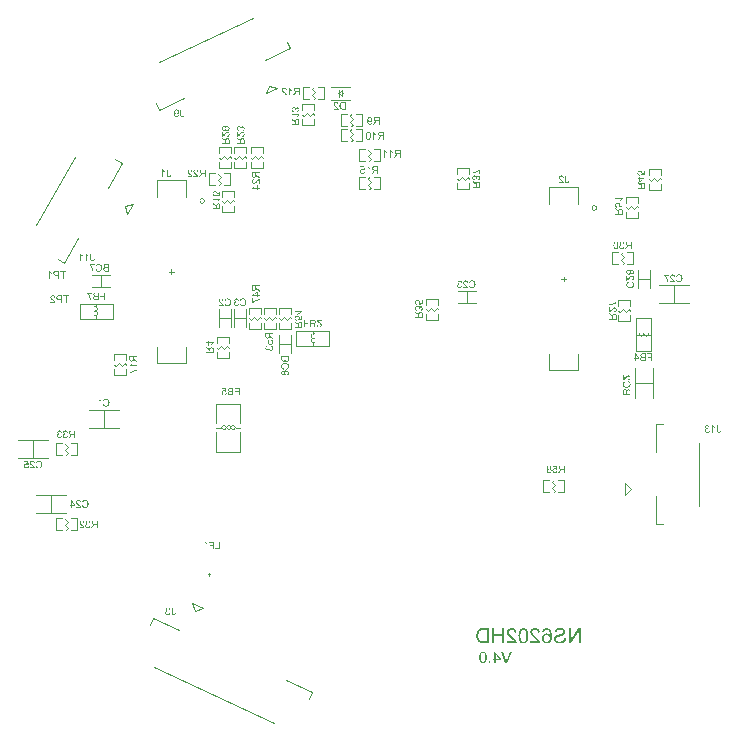
<source format=gbo>
%FSLAX44Y44*%
%MOMM*%
G71*
G01*
G75*
G04 Layer_Color=32896*
%ADD10C,0.6000*%
%ADD11C,0.8000*%
%ADD12C,0.2540*%
%ADD13R,0.5000X0.6000*%
%ADD14R,0.6000X0.5000*%
%ADD15R,1.0160X0.8890*%
%ADD16R,0.8890X1.0160*%
%ADD17R,1.3970X1.3970*%
G04:AMPARAMS|DCode=18|XSize=0.32mm|YSize=1.7mm|CornerRadius=0.08mm|HoleSize=0mm|Usage=FLASHONLY|Rotation=0.000|XOffset=0mm|YOffset=0mm|HoleType=Round|Shape=RoundedRectangle|*
%AMROUNDEDRECTD18*
21,1,0.3200,1.5400,0,0,0.0*
21,1,0.1600,1.7000,0,0,0.0*
1,1,0.1600,0.0800,-0.7700*
1,1,0.1600,-0.0800,-0.7700*
1,1,0.1600,-0.0800,0.7700*
1,1,0.1600,0.0800,0.7700*
%
%ADD18ROUNDEDRECTD18*%
%ADD19R,0.5000X1.7000*%
%ADD20R,2.1000X0.8000*%
%ADD21R,3.0000X2.1000*%
%ADD22R,1.6000X1.0000*%
%ADD23R,3.2800X2.4000*%
%ADD24O,0.3500X2.0000*%
%ADD25R,1.5200X0.7600*%
%ADD26R,0.8000X2.1000*%
%ADD27R,2.1000X3.0000*%
%ADD28R,2.0320X0.6096*%
%ADD29O,2.0320X0.6096*%
G04:AMPARAMS|DCode=30|XSize=2mm|YSize=2mm|CornerRadius=0mm|HoleSize=0mm|Usage=FLASHONLY|Rotation=0.000|XOffset=0mm|YOffset=0mm|HoleType=Round|Shape=RoundedRectangle|*
%AMROUNDEDRECTD30*
21,1,2.0000,2.0000,0,0,0.0*
21,1,2.0000,2.0000,0,0,0.0*
1,1,0.0000,1.0000,-1.0000*
1,1,0.0000,-1.0000,-1.0000*
1,1,0.0000,-1.0000,1.0000*
1,1,0.0000,1.0000,1.0000*
%
%ADD30ROUNDEDRECTD30*%
%ADD31R,1.8000X1.2000*%
%ADD32R,1.0668X0.8128*%
%ADD33R,0.4000X1.7000*%
G04:AMPARAMS|DCode=34|XSize=0.4mm|YSize=1.7mm|CornerRadius=0.1mm|HoleSize=0mm|Usage=FLASHONLY|Rotation=0.000|XOffset=0mm|YOffset=0mm|HoleType=Round|Shape=RoundedRectangle|*
%AMROUNDEDRECTD34*
21,1,0.4000,1.5000,0,0,0.0*
21,1,0.2000,1.7000,0,0,0.0*
1,1,0.2000,0.1000,-0.7500*
1,1,0.2000,-0.1000,-0.7500*
1,1,0.2000,-0.1000,0.7500*
1,1,0.2000,0.1000,0.7500*
%
%ADD34ROUNDEDRECTD34*%
%ADD35R,0.8128X1.0668*%
%ADD36R,1.3970X1.3970*%
%ADD37R,1.6000X1.2000*%
%ADD38R,1.2954X1.6002*%
%ADD39R,1.6002X1.2954*%
%ADD40R,0.8128X0.8128*%
%ADD41R,6.3000X2.1500*%
%ADD42C,1.0000*%
%ADD43C,0.4000*%
%ADD44C,0.3000*%
%ADD45C,0.5000*%
%ADD46C,5.0000*%
G04:AMPARAMS|DCode=47|XSize=4mm|YSize=4mm|CornerRadius=2mm|HoleSize=0mm|Usage=FLASHONLY|Rotation=0.000|XOffset=0mm|YOffset=0mm|HoleType=Round|Shape=RoundedRectangle|*
%AMROUNDEDRECTD47*
21,1,4.0000,0.0000,0,0,0.0*
21,1,0.0000,4.0000,0,0,0.0*
1,1,4.0000,0.0000,0.0000*
1,1,4.0000,0.0000,0.0000*
1,1,4.0000,0.0000,0.0000*
1,1,4.0000,0.0000,0.0000*
%
%ADD47ROUNDEDRECTD47*%
%ADD48C,1.0000*%
%ADD49C,0.5000*%
%ADD50R,0.3050X0.6000*%
%ADD51R,0.5500X0.3050*%
%ADD52R,0.5500X0.3048*%
G04:AMPARAMS|DCode=53|XSize=3mm|YSize=2.1mm|CornerRadius=0mm|HoleSize=0mm|Usage=FLASHONLY|Rotation=330.000|XOffset=0mm|YOffset=0mm|HoleType=Round|Shape=Rectangle|*
%AMROTATEDRECTD53*
4,1,4,-1.8240,-0.1593,-0.7740,1.6593,1.8240,0.1593,0.7740,-1.6593,-1.8240,-0.1593,0.0*
%
%ADD53ROTATEDRECTD53*%

G04:AMPARAMS|DCode=54|XSize=2.1mm|YSize=0.8mm|CornerRadius=0mm|HoleSize=0mm|Usage=FLASHONLY|Rotation=330.000|XOffset=0mm|YOffset=0mm|HoleType=Round|Shape=Rectangle|*
%AMROTATEDRECTD54*
4,1,4,-1.1093,0.1786,-0.7093,0.8714,1.1093,-0.1786,0.7093,-0.8714,-1.1093,0.1786,0.0*
%
%ADD54ROTATEDRECTD54*%

G04:AMPARAMS|DCode=55|XSize=2.1mm|YSize=0.8mm|CornerRadius=0mm|HoleSize=0mm|Usage=FLASHONLY|Rotation=65.000|XOffset=0mm|YOffset=0mm|HoleType=Round|Shape=Rectangle|*
%AMROTATEDRECTD55*
4,1,4,-0.0812,-1.1207,-0.8063,-0.7826,0.0812,1.1207,0.8063,0.7826,-0.0812,-1.1207,0.0*
%
%ADD55ROTATEDRECTD55*%

G04:AMPARAMS|DCode=56|XSize=3mm|YSize=2.1mm|CornerRadius=0mm|HoleSize=0mm|Usage=FLASHONLY|Rotation=65.000|XOffset=0mm|YOffset=0mm|HoleType=Round|Shape=Rectangle|*
%AMROTATEDRECTD56*
4,1,4,0.3177,-1.8032,-1.5856,-0.9157,-0.3177,1.8032,1.5856,0.9157,0.3177,-1.8032,0.0*
%
%ADD56ROTATEDRECTD56*%

%ADD57R,1.3500X0.3000*%
%ADD58R,1.3500X0.2500*%
%ADD59R,0.6000X0.7000*%
G04:AMPARAMS|DCode=60|XSize=2.1mm|YSize=0.8mm|CornerRadius=0mm|HoleSize=0mm|Usage=FLASHONLY|Rotation=295.000|XOffset=0mm|YOffset=0mm|HoleType=Round|Shape=Rectangle|*
%AMROTATEDRECTD60*
4,1,4,-0.8063,0.7826,-0.0812,1.1207,0.8063,-0.7826,0.0812,-1.1207,-0.8063,0.7826,0.0*
%
%ADD60ROTATEDRECTD60*%

G04:AMPARAMS|DCode=61|XSize=3mm|YSize=2.1mm|CornerRadius=0mm|HoleSize=0mm|Usage=FLASHONLY|Rotation=295.000|XOffset=0mm|YOffset=0mm|HoleType=Round|Shape=Rectangle|*
%AMROTATEDRECTD61*
4,1,4,-1.5856,0.9157,0.3177,1.8032,1.5856,-0.9157,-0.3177,-1.8032,-1.5856,0.9157,0.0*
%
%ADD61ROTATEDRECTD61*%

%ADD62R,0.8128X0.8128*%
%ADD63C,0.1250*%
%ADD64C,0.1270*%
%ADD65C,0.1999*%
%ADD66C,0.1000*%
%ADD67C,0.1200*%
%ADD68C,0.1524*%
%ADD69C,0.2000*%
%ADD70C,0.2032*%
%ADD71R,0.7032X0.8032*%
%ADD72R,0.8032X0.7032*%
%ADD73R,1.2192X1.0922*%
%ADD74R,1.0922X1.2192*%
%ADD75R,1.6002X1.6002*%
G04:AMPARAMS|DCode=76|XSize=0.5232mm|YSize=1.9032mm|CornerRadius=0.1816mm|HoleSize=0mm|Usage=FLASHONLY|Rotation=0.000|XOffset=0mm|YOffset=0mm|HoleType=Round|Shape=RoundedRectangle|*
%AMROUNDEDRECTD76*
21,1,0.5232,1.5400,0,0,0.0*
21,1,0.1600,1.9032,0,0,0.0*
1,1,0.3632,0.0800,-0.7700*
1,1,0.3632,-0.0800,-0.7700*
1,1,0.3632,-0.0800,0.7700*
1,1,0.3632,0.0800,0.7700*
%
%ADD76ROUNDEDRECTD76*%
%ADD77R,0.7032X1.9032*%
%ADD78R,2.3032X1.0032*%
%ADD79R,3.2032X2.3032*%
%ADD80R,1.8032X1.2032*%
%ADD81R,3.4832X2.6032*%
%ADD82O,0.5532X2.2032*%
%ADD83R,1.7232X0.9632*%
%ADD84R,1.0032X2.3032*%
%ADD85R,2.3032X3.2032*%
%ADD86R,2.2352X0.8128*%
%ADD87O,2.2352X0.8128*%
G04:AMPARAMS|DCode=88|XSize=2.2032mm|YSize=2.2032mm|CornerRadius=0mm|HoleSize=0mm|Usage=FLASHONLY|Rotation=0.000|XOffset=0mm|YOffset=0mm|HoleType=Round|Shape=RoundedRectangle|*
%AMROUNDEDRECTD88*
21,1,2.2032,2.2032,0,0,0.0*
21,1,2.2032,2.2032,0,0,0.0*
1,1,0.0000,1.1016,-1.1016*
1,1,0.0000,-1.1016,-1.1016*
1,1,0.0000,-1.1016,1.1016*
1,1,0.0000,1.1016,1.1016*
%
%ADD88ROUNDEDRECTD88*%
%ADD89R,2.0032X1.4032*%
%ADD90R,1.2700X1.0160*%
%ADD91R,0.6032X1.9032*%
G04:AMPARAMS|DCode=92|XSize=0.6032mm|YSize=1.9032mm|CornerRadius=0.2016mm|HoleSize=0mm|Usage=FLASHONLY|Rotation=0.000|XOffset=0mm|YOffset=0mm|HoleType=Round|Shape=RoundedRectangle|*
%AMROUNDEDRECTD92*
21,1,0.6032,1.5000,0,0,0.0*
21,1,0.2000,1.9032,0,0,0.0*
1,1,0.4032,0.1000,-0.7500*
1,1,0.4032,-0.1000,-0.7500*
1,1,0.4032,-0.1000,0.7500*
1,1,0.4032,0.1000,0.7500*
%
%ADD92ROUNDEDRECTD92*%
%ADD93R,1.0160X1.2700*%
%ADD94R,1.6002X1.6002*%
%ADD95R,1.8032X1.4032*%
%ADD96R,1.4986X1.8034*%
%ADD97R,1.8034X1.4986*%
%ADD98R,1.0160X1.0160*%
%ADD99R,6.5032X2.3532*%
%ADD100C,5.2032*%
G04:AMPARAMS|DCode=101|XSize=4.2032mm|YSize=4.2032mm|CornerRadius=2.1016mm|HoleSize=0mm|Usage=FLASHONLY|Rotation=0.000|XOffset=0mm|YOffset=0mm|HoleType=Round|Shape=RoundedRectangle|*
%AMROUNDEDRECTD101*
21,1,4.2032,0.0000,0,0,0.0*
21,1,0.0000,4.2032,0,0,0.0*
1,1,4.2032,0.0000,0.0000*
1,1,4.2032,0.0000,0.0000*
1,1,4.2032,0.0000,0.0000*
1,1,4.2032,0.0000,0.0000*
%
%ADD101ROUNDEDRECTD101*%
%ADD102C,1.2032*%
%ADD103C,0.7032*%
%ADD104R,0.5082X0.8032*%
%ADD105R,0.7532X0.5082*%
%ADD106R,0.7532X0.5080*%
G04:AMPARAMS|DCode=107|XSize=3.2032mm|YSize=2.3032mm|CornerRadius=0mm|HoleSize=0mm|Usage=FLASHONLY|Rotation=330.000|XOffset=0mm|YOffset=0mm|HoleType=Round|Shape=Rectangle|*
%AMROTATEDRECTD107*
4,1,4,-1.9628,-0.1965,-0.8112,1.7981,1.9628,0.1965,0.8112,-1.7981,-1.9628,-0.1965,0.0*
%
%ADD107ROTATEDRECTD107*%

G04:AMPARAMS|DCode=108|XSize=2.3032mm|YSize=1.0032mm|CornerRadius=0mm|HoleSize=0mm|Usage=FLASHONLY|Rotation=330.000|XOffset=0mm|YOffset=0mm|HoleType=Round|Shape=Rectangle|*
%AMROTATEDRECTD108*
4,1,4,-1.2481,0.1414,-0.7465,1.0102,1.2481,-0.1414,0.7465,-1.0102,-1.2481,0.1414,0.0*
%
%ADD108ROTATEDRECTD108*%

G04:AMPARAMS|DCode=109|XSize=2.3032mm|YSize=1.0032mm|CornerRadius=0mm|HoleSize=0mm|Usage=FLASHONLY|Rotation=65.000|XOffset=0mm|YOffset=0mm|HoleType=Round|Shape=Rectangle|*
%AMROTATEDRECTD109*
4,1,4,-0.0321,-1.2557,-0.9413,-0.8317,0.0321,1.2557,0.9413,0.8317,-0.0321,-1.2557,0.0*
%
%ADD109ROTATEDRECTD109*%

G04:AMPARAMS|DCode=110|XSize=3.2032mm|YSize=2.3032mm|CornerRadius=0mm|HoleSize=0mm|Usage=FLASHONLY|Rotation=65.000|XOffset=0mm|YOffset=0mm|HoleType=Round|Shape=Rectangle|*
%AMROTATEDRECTD110*
4,1,4,0.3668,-1.9382,-1.7206,-0.9648,-0.3668,1.9382,1.7206,0.9648,0.3668,-1.9382,0.0*
%
%ADD110ROTATEDRECTD110*%

%ADD111R,1.5532X0.5032*%
%ADD112R,1.5532X0.4532*%
%ADD113R,0.8032X0.9032*%
G04:AMPARAMS|DCode=114|XSize=2.3032mm|YSize=1.0032mm|CornerRadius=0mm|HoleSize=0mm|Usage=FLASHONLY|Rotation=295.000|XOffset=0mm|YOffset=0mm|HoleType=Round|Shape=Rectangle|*
%AMROTATEDRECTD114*
4,1,4,-0.9413,0.8317,-0.0321,1.2557,0.9413,-0.8317,0.0321,-1.2557,-0.9413,0.8317,0.0*
%
%ADD114ROTATEDRECTD114*%

G04:AMPARAMS|DCode=115|XSize=3.2032mm|YSize=2.3032mm|CornerRadius=0mm|HoleSize=0mm|Usage=FLASHONLY|Rotation=295.000|XOffset=0mm|YOffset=0mm|HoleType=Round|Shape=Rectangle|*
%AMROTATEDRECTD115*
4,1,4,-1.7206,0.9648,0.3668,1.9382,1.7206,-0.9648,-0.3668,-1.9382,-1.7206,0.9648,0.0*
%
%ADD115ROTATEDRECTD115*%

%ADD116R,1.0160X1.0160*%
G36*
X42038Y43891D02*
X42223Y43762D01*
X42389Y43642D01*
X42528Y43521D01*
X42658Y43420D01*
X42750Y43327D01*
X42824Y43253D01*
X42870Y43207D01*
X42889Y43188D01*
X42944Y43115D01*
X43009Y43031D01*
X43111Y42865D01*
X43148Y42791D01*
X43185Y42735D01*
X43203Y42698D01*
X43212Y42680D01*
X43240Y42846D01*
X43268Y43004D01*
X43314Y43142D01*
X43351Y43281D01*
X43397Y43401D01*
X43453Y43512D01*
X43499Y43614D01*
X43545Y43706D01*
X43601Y43780D01*
X43647Y43854D01*
X43684Y43910D01*
X43721Y43956D01*
X43749Y43993D01*
X43776Y44021D01*
X43786Y44030D01*
X43795Y44039D01*
X43887Y44113D01*
X43980Y44187D01*
X44174Y44298D01*
X44368Y44372D01*
X44553Y44427D01*
X44710Y44464D01*
X44775Y44474D01*
X44840D01*
X44886Y44483D01*
X44950D01*
X45145Y44474D01*
X45320Y44446D01*
X45487Y44400D01*
X45625Y44353D01*
X45746Y44298D01*
X45838Y44261D01*
X45894Y44224D01*
X45903Y44215D01*
X45912D01*
X46060Y44104D01*
X46189Y43993D01*
X46300Y43873D01*
X46384Y43762D01*
X46448Y43660D01*
X46485Y43577D01*
X46513Y43521D01*
X46522Y43512D01*
Y43503D01*
X46550Y43420D01*
X46578Y43318D01*
X46624Y43115D01*
X46652Y42893D01*
X46679Y42689D01*
X46689Y42495D01*
Y42412D01*
X46698Y42338D01*
Y42282D01*
Y42236D01*
Y42208D01*
Y42199D01*
Y39370D01*
X40300D01*
Y40221D01*
X43138D01*
Y41201D01*
Y41312D01*
X43129Y41413D01*
Y41487D01*
X43120Y41552D01*
X43111Y41598D01*
Y41635D01*
X43101Y41654D01*
Y41663D01*
X43055Y41811D01*
X43027Y41876D01*
X43000Y41931D01*
X42972Y41986D01*
X42953Y42024D01*
X42944Y42042D01*
X42935Y42051D01*
X42880Y42125D01*
X42815Y42199D01*
X42676Y42338D01*
X42611Y42403D01*
X42556Y42449D01*
X42519Y42477D01*
X42510Y42486D01*
X42380Y42578D01*
X42242Y42680D01*
X42094Y42782D01*
X41955Y42883D01*
X41825Y42966D01*
X41724Y43031D01*
X41687Y43059D01*
X41659Y43078D01*
X41641Y43096D01*
X41631D01*
X40300Y43937D01*
Y44991D01*
X42038Y43891D01*
D02*
G37*
G36*
X42408Y49679D02*
X42611Y49642D01*
X42787Y49586D01*
X42935Y49531D01*
X43055Y49475D01*
X43148Y49420D01*
X43203Y49383D01*
X43222Y49374D01*
X43360Y49244D01*
X43480Y49106D01*
X43573Y48958D01*
X43647Y48810D01*
X43702Y48680D01*
X43739Y48579D01*
X43749Y48542D01*
X43758Y48514D01*
X43767Y48495D01*
Y48486D01*
X43850Y48643D01*
X43934Y48773D01*
X44026Y48884D01*
X44109Y48976D01*
X44183Y49050D01*
X44248Y49106D01*
X44285Y49133D01*
X44303Y49143D01*
X44433Y49217D01*
X44562Y49272D01*
X44692Y49318D01*
X44812Y49346D01*
X44914Y49365D01*
X44988Y49374D01*
X45061D01*
X45219Y49365D01*
X45376Y49337D01*
X45514Y49300D01*
X45635Y49254D01*
X45736Y49207D01*
X45820Y49170D01*
X45866Y49143D01*
X45884Y49133D01*
X46023Y49041D01*
X46143Y48930D01*
X46245Y48819D01*
X46337Y48708D01*
X46402Y48616D01*
X46458Y48532D01*
X46485Y48477D01*
X46494Y48468D01*
Y48458D01*
X46568Y48292D01*
X46624Y48126D01*
X46670Y47959D01*
X46698Y47811D01*
X46716Y47691D01*
X46726Y47589D01*
Y47552D01*
Y47525D01*
Y47506D01*
Y47497D01*
Y47358D01*
X46707Y47229D01*
X46661Y46979D01*
X46587Y46767D01*
X46513Y46582D01*
X46467Y46498D01*
X46430Y46434D01*
X46393Y46369D01*
X46356Y46323D01*
X46328Y46286D01*
X46310Y46258D01*
X46300Y46240D01*
X46291Y46230D01*
X46115Y46055D01*
X45921Y45916D01*
X45718Y45805D01*
X45514Y45712D01*
X45339Y45657D01*
X45265Y45629D01*
X45200Y45611D01*
X45145Y45602D01*
X45108Y45592D01*
X45080Y45583D01*
X45071D01*
X44932Y46369D01*
X45135Y46406D01*
X45311Y46461D01*
X45459Y46526D01*
X45579Y46591D01*
X45672Y46656D01*
X45736Y46711D01*
X45783Y46748D01*
X45792Y46757D01*
X45884Y46877D01*
X45958Y47007D01*
X46005Y47127D01*
X46041Y47247D01*
X46060Y47358D01*
X46078Y47441D01*
Y47497D01*
Y47506D01*
Y47515D01*
X46069Y47682D01*
X46032Y47830D01*
X45986Y47959D01*
X45940Y48070D01*
X45884Y48153D01*
X45838Y48218D01*
X45801Y48264D01*
X45792Y48274D01*
X45681Y48375D01*
X45561Y48449D01*
X45441Y48495D01*
X45330Y48532D01*
X45228Y48551D01*
X45154Y48569D01*
X44978D01*
X44886Y48551D01*
X44729Y48505D01*
X44590Y48440D01*
X44470Y48366D01*
X44387Y48292D01*
X44322Y48227D01*
X44285Y48181D01*
X44276Y48172D01*
Y48163D01*
X44192Y48005D01*
X44128Y47857D01*
X44081Y47700D01*
X44054Y47562D01*
X44035Y47441D01*
X44017Y47340D01*
Y47303D01*
Y47275D01*
Y47266D01*
Y47256D01*
Y47220D01*
X44026Y47182D01*
Y47146D01*
Y47136D01*
X43333Y47044D01*
X43360Y47164D01*
X43379Y47275D01*
X43397Y47367D01*
X43407Y47451D01*
X43416Y47515D01*
Y47562D01*
Y47589D01*
Y47599D01*
X43397Y47793D01*
X43360Y47968D01*
X43305Y48126D01*
X43240Y48255D01*
X43175Y48357D01*
X43120Y48431D01*
X43083Y48477D01*
X43064Y48495D01*
X42926Y48616D01*
X42778Y48708D01*
X42630Y48773D01*
X42482Y48810D01*
X42362Y48837D01*
X42260Y48847D01*
X42223Y48856D01*
X42168D01*
X41964Y48837D01*
X41779Y48791D01*
X41622Y48736D01*
X41483Y48662D01*
X41372Y48588D01*
X41289Y48532D01*
X41234Y48486D01*
X41215Y48468D01*
X41086Y48320D01*
X40993Y48163D01*
X40929Y48005D01*
X40882Y47857D01*
X40855Y47728D01*
X40845Y47626D01*
X40836Y47589D01*
Y47562D01*
Y47543D01*
Y47534D01*
X40845Y47367D01*
X40882Y47210D01*
X40929Y47072D01*
X40984Y46961D01*
X41030Y46868D01*
X41077Y46794D01*
X41114Y46757D01*
X41123Y46739D01*
X41252Y46628D01*
X41400Y46535D01*
X41557Y46452D01*
X41724Y46387D01*
X41863Y46341D01*
X41927Y46323D01*
X41983Y46313D01*
X42029Y46304D01*
X42066Y46295D01*
X42084Y46286D01*
X42094D01*
X41992Y45500D01*
X41844Y45518D01*
X41705Y45546D01*
X41446Y45629D01*
X41224Y45731D01*
X41132Y45786D01*
X41040Y45842D01*
X40956Y45897D01*
X40892Y45953D01*
X40827Y45999D01*
X40781Y46045D01*
X40744Y46073D01*
X40716Y46101D01*
X40697Y46119D01*
X40688Y46129D01*
X40605Y46240D01*
X40522Y46350D01*
X40457Y46461D01*
X40402Y46582D01*
X40309Y46813D01*
X40254Y47035D01*
X40235Y47136D01*
X40217Y47229D01*
X40208Y47312D01*
X40198Y47386D01*
X40189Y47441D01*
Y47488D01*
Y47515D01*
Y47525D01*
X40198Y47700D01*
X40217Y47857D01*
X40244Y48015D01*
X40282Y48163D01*
X40328Y48301D01*
X40374Y48421D01*
X40429Y48542D01*
X40485Y48643D01*
X40531Y48745D01*
X40587Y48828D01*
X40633Y48902D01*
X40679Y48958D01*
X40716Y49004D01*
X40744Y49041D01*
X40762Y49059D01*
X40771Y49069D01*
X40882Y49180D01*
X41003Y49272D01*
X41123Y49355D01*
X41243Y49429D01*
X41354Y49485D01*
X41474Y49540D01*
X41696Y49614D01*
X41798Y49633D01*
X41890Y49651D01*
X41973Y49670D01*
X42047Y49679D01*
X42103Y49688D01*
X42186D01*
X42408Y49679D01*
D02*
G37*
G36*
X95215Y161010D02*
X94457D01*
Y164144D01*
X94188Y163923D01*
X93902Y163710D01*
X93624Y163525D01*
X93356Y163349D01*
X93236Y163275D01*
X93125Y163211D01*
X93024Y163146D01*
X92940Y163100D01*
X92866Y163063D01*
X92820Y163035D01*
X92783Y163016D01*
X92774Y163007D01*
X92404Y162822D01*
X92034Y162656D01*
X91683Y162517D01*
X91526Y162462D01*
X91369Y162406D01*
X91230Y162351D01*
X91101Y162314D01*
X90990Y162277D01*
X90897Y162249D01*
X90814Y162221D01*
X90758Y162203D01*
X90721Y162194D01*
X90712D01*
X90333Y162101D01*
X90148Y162064D01*
X89982Y162036D01*
X89825Y162009D01*
X89667Y161981D01*
X89538Y161963D01*
X89409Y161944D01*
X89298Y161935D01*
X89196Y161926D01*
X89103Y161916D01*
X89029D01*
X88974Y161907D01*
X88900D01*
Y162711D01*
X89251Y162739D01*
X89575Y162785D01*
X89871Y162832D01*
X90009Y162859D01*
X90139Y162887D01*
X90250Y162906D01*
X90352Y162933D01*
X90444Y162952D01*
X90518Y162970D01*
X90574Y162989D01*
X90620Y162998D01*
X90647Y163007D01*
X90657D01*
X91082Y163146D01*
X91480Y163294D01*
X91674Y163368D01*
X91859Y163442D01*
X92025Y163525D01*
X92191Y163599D01*
X92339Y163664D01*
X92469Y163728D01*
X92580Y163784D01*
X92682Y163830D01*
X92765Y163876D01*
X92820Y163904D01*
X92857Y163923D01*
X92866Y163932D01*
X93061Y164043D01*
X93255Y164154D01*
X93430Y164265D01*
X93597Y164376D01*
X93745Y164477D01*
X93893Y164579D01*
X94022Y164681D01*
X94133Y164764D01*
X94244Y164847D01*
X94336Y164921D01*
X94410Y164995D01*
X94475Y165051D01*
X94531Y165088D01*
X94568Y165124D01*
X94586Y165143D01*
X94595Y165152D01*
X95215D01*
Y161010D01*
D02*
G37*
G36*
X90638Y154381D02*
X90823Y154252D01*
X90990Y154131D01*
X91128Y154011D01*
X91258Y153910D01*
X91350Y153817D01*
X91424Y153743D01*
X91470Y153697D01*
X91489Y153678D01*
X91544Y153604D01*
X91609Y153521D01*
X91711Y153355D01*
X91748Y153281D01*
X91785Y153225D01*
X91803Y153188D01*
X91812Y153170D01*
X91840Y153336D01*
X91868Y153493D01*
X91914Y153632D01*
X91951Y153771D01*
X91997Y153891D01*
X92053Y154002D01*
X92099Y154104D01*
X92145Y154196D01*
X92201Y154270D01*
X92247Y154344D01*
X92284Y154400D01*
X92321Y154446D01*
X92349Y154483D01*
X92376Y154510D01*
X92386Y154520D01*
X92395Y154529D01*
X92487Y154603D01*
X92580Y154677D01*
X92774Y154788D01*
X92968Y154862D01*
X93153Y154917D01*
X93310Y154954D01*
X93375Y154964D01*
X93440D01*
X93486Y154973D01*
X93551D01*
X93745Y154964D01*
X93920Y154936D01*
X94087Y154890D01*
X94226Y154843D01*
X94346Y154788D01*
X94438Y154751D01*
X94494Y154714D01*
X94503Y154705D01*
X94512D01*
X94660Y154594D01*
X94789Y154483D01*
X94900Y154363D01*
X94984Y154252D01*
X95048Y154150D01*
X95085Y154067D01*
X95113Y154011D01*
X95122Y154002D01*
Y153993D01*
X95150Y153910D01*
X95178Y153808D01*
X95224Y153604D01*
X95252Y153383D01*
X95280Y153179D01*
X95289Y152985D01*
Y152902D01*
X95298Y152828D01*
Y152772D01*
Y152726D01*
Y152698D01*
Y152689D01*
Y149860D01*
X88900D01*
Y150711D01*
X91738D01*
Y151691D01*
Y151802D01*
X91729Y151903D01*
Y151977D01*
X91720Y152042D01*
X91711Y152088D01*
Y152125D01*
X91701Y152144D01*
Y152153D01*
X91655Y152301D01*
X91628Y152366D01*
X91600Y152421D01*
X91572Y152477D01*
X91553Y152514D01*
X91544Y152532D01*
X91535Y152541D01*
X91480Y152615D01*
X91415Y152689D01*
X91276Y152828D01*
X91211Y152893D01*
X91156Y152939D01*
X91119Y152966D01*
X91110Y152976D01*
X90980Y153068D01*
X90842Y153170D01*
X90694Y153272D01*
X90555Y153373D01*
X90426Y153456D01*
X90324Y153521D01*
X90287Y153549D01*
X90259Y153567D01*
X90241Y153586D01*
X90231D01*
X88900Y154427D01*
Y155481D01*
X90638Y154381D01*
D02*
G37*
G36*
X91008Y160169D02*
X91211Y160132D01*
X91387Y160076D01*
X91535Y160021D01*
X91655Y159965D01*
X91748Y159910D01*
X91803Y159873D01*
X91822Y159864D01*
X91960Y159734D01*
X92080Y159596D01*
X92173Y159448D01*
X92247Y159300D01*
X92302Y159170D01*
X92339Y159069D01*
X92349Y159032D01*
X92358Y159004D01*
X92367Y158985D01*
Y158976D01*
X92450Y159133D01*
X92534Y159263D01*
X92626Y159374D01*
X92709Y159466D01*
X92783Y159540D01*
X92848Y159596D01*
X92885Y159623D01*
X92903Y159633D01*
X93033Y159707D01*
X93162Y159762D01*
X93292Y159808D01*
X93412Y159836D01*
X93514Y159854D01*
X93588Y159864D01*
X93661D01*
X93819Y159854D01*
X93976Y159827D01*
X94115Y159790D01*
X94235Y159743D01*
X94336Y159697D01*
X94420Y159660D01*
X94466Y159633D01*
X94484Y159623D01*
X94623Y159531D01*
X94743Y159420D01*
X94845Y159309D01*
X94937Y159198D01*
X95002Y159106D01*
X95058Y159022D01*
X95085Y158967D01*
X95095Y158958D01*
Y158948D01*
X95169Y158782D01*
X95224Y158616D01*
X95270Y158449D01*
X95298Y158301D01*
X95316Y158181D01*
X95326Y158079D01*
Y158042D01*
Y158015D01*
Y157996D01*
Y157987D01*
Y157848D01*
X95307Y157719D01*
X95261Y157469D01*
X95187Y157256D01*
X95113Y157072D01*
X95067Y156988D01*
X95030Y156924D01*
X94993Y156859D01*
X94956Y156813D01*
X94928Y156776D01*
X94910Y156748D01*
X94900Y156729D01*
X94891Y156720D01*
X94715Y156545D01*
X94521Y156406D01*
X94318Y156295D01*
X94115Y156202D01*
X93939Y156147D01*
X93865Y156119D01*
X93800Y156101D01*
X93745Y156091D01*
X93708Y156082D01*
X93680Y156073D01*
X93671D01*
X93532Y156859D01*
X93735Y156896D01*
X93911Y156951D01*
X94059Y157016D01*
X94179Y157081D01*
X94272Y157146D01*
X94336Y157201D01*
X94383Y157238D01*
X94392Y157247D01*
X94484Y157367D01*
X94558Y157497D01*
X94605Y157617D01*
X94642Y157737D01*
X94660Y157848D01*
X94678Y157931D01*
Y157987D01*
Y157996D01*
Y158005D01*
X94669Y158172D01*
X94632Y158320D01*
X94586Y158449D01*
X94540Y158560D01*
X94484Y158643D01*
X94438Y158708D01*
X94401Y158754D01*
X94392Y158764D01*
X94281Y158865D01*
X94161Y158939D01*
X94041Y158985D01*
X93930Y159022D01*
X93828Y159041D01*
X93754Y159059D01*
X93578D01*
X93486Y159041D01*
X93329Y158995D01*
X93190Y158930D01*
X93070Y158856D01*
X92987Y158782D01*
X92922Y158717D01*
X92885Y158671D01*
X92876Y158662D01*
Y158653D01*
X92792Y158495D01*
X92728Y158348D01*
X92682Y158190D01*
X92654Y158052D01*
X92635Y157931D01*
X92617Y157830D01*
Y157793D01*
Y157765D01*
Y157756D01*
Y157746D01*
Y157710D01*
X92626Y157673D01*
Y157635D01*
Y157626D01*
X91933Y157534D01*
X91960Y157654D01*
X91979Y157765D01*
X91997Y157857D01*
X92007Y157941D01*
X92016Y158005D01*
Y158052D01*
Y158079D01*
Y158089D01*
X91997Y158283D01*
X91960Y158458D01*
X91905Y158616D01*
X91840Y158745D01*
X91775Y158847D01*
X91720Y158921D01*
X91683Y158967D01*
X91664Y158985D01*
X91526Y159106D01*
X91378Y159198D01*
X91230Y159263D01*
X91082Y159300D01*
X90962Y159327D01*
X90860Y159337D01*
X90823Y159346D01*
X90768D01*
X90564Y159327D01*
X90379Y159281D01*
X90222Y159226D01*
X90083Y159152D01*
X89972Y159078D01*
X89889Y159022D01*
X89834Y158976D01*
X89815Y158958D01*
X89686Y158810D01*
X89593Y158653D01*
X89529Y158495D01*
X89482Y158348D01*
X89455Y158218D01*
X89445Y158116D01*
X89436Y158079D01*
Y158052D01*
Y158033D01*
Y158024D01*
X89445Y157857D01*
X89482Y157700D01*
X89529Y157562D01*
X89584Y157451D01*
X89630Y157358D01*
X89677Y157284D01*
X89714Y157247D01*
X89723Y157229D01*
X89852Y157118D01*
X90000Y157025D01*
X90157Y156942D01*
X90324Y156877D01*
X90463Y156831D01*
X90527Y156813D01*
X90583Y156803D01*
X90629Y156794D01*
X90666Y156785D01*
X90684Y156776D01*
X90694D01*
X90592Y155990D01*
X90444Y156008D01*
X90305Y156036D01*
X90047Y156119D01*
X89825Y156221D01*
X89732Y156276D01*
X89640Y156332D01*
X89556Y156387D01*
X89492Y156443D01*
X89427Y156489D01*
X89381Y156535D01*
X89344Y156563D01*
X89316Y156591D01*
X89298Y156609D01*
X89288Y156618D01*
X89205Y156729D01*
X89122Y156840D01*
X89057Y156951D01*
X89002Y157072D01*
X88909Y157303D01*
X88854Y157525D01*
X88835Y157626D01*
X88817Y157719D01*
X88807Y157802D01*
X88798Y157876D01*
X88789Y157931D01*
Y157978D01*
Y158005D01*
Y158015D01*
X88798Y158190D01*
X88817Y158348D01*
X88844Y158505D01*
X88882Y158653D01*
X88928Y158791D01*
X88974Y158911D01*
X89029Y159032D01*
X89085Y159133D01*
X89131Y159235D01*
X89187Y159318D01*
X89233Y159392D01*
X89279Y159448D01*
X89316Y159494D01*
X89344Y159531D01*
X89362Y159549D01*
X89372Y159559D01*
X89482Y159670D01*
X89603Y159762D01*
X89723Y159845D01*
X89843Y159919D01*
X89954Y159975D01*
X90074Y160030D01*
X90296Y160104D01*
X90398Y160123D01*
X90490Y160141D01*
X90574Y160160D01*
X90647Y160169D01*
X90703Y160178D01*
X90786D01*
X91008Y160169D01*
D02*
G37*
G36*
X42630Y54699D02*
X42787Y54681D01*
X42944Y54653D01*
X43083Y54616D01*
X43212Y54570D01*
X43342Y54524D01*
X43453Y54468D01*
X43554Y54422D01*
X43647Y54366D01*
X43730Y54311D01*
X43795Y54265D01*
X43860Y54218D01*
X43906Y54181D01*
X43934Y54154D01*
X43952Y54135D01*
X43961Y54126D01*
X44063Y54015D01*
X44155Y53904D01*
X44229Y53784D01*
X44294Y53664D01*
X44359Y53544D01*
X44405Y53423D01*
X44470Y53201D01*
X44497Y53100D01*
X44516Y53007D01*
X44525Y52924D01*
X44534Y52850D01*
X44544Y52795D01*
Y52748D01*
Y52721D01*
Y52711D01*
Y52591D01*
X44525Y52480D01*
X44479Y52258D01*
X44414Y52055D01*
X44340Y51870D01*
X44266Y51722D01*
X44229Y51657D01*
X44202Y51602D01*
X44174Y51556D01*
X44155Y51528D01*
X44146Y51509D01*
X44137Y51500D01*
X45866Y51842D01*
Y54403D01*
X46615D01*
Y51223D01*
X43323Y50603D01*
X43222Y51343D01*
X43323Y51408D01*
X43407Y51491D01*
X43490Y51565D01*
X43554Y51639D01*
X43601Y51713D01*
X43647Y51768D01*
X43665Y51805D01*
X43675Y51815D01*
X43730Y51935D01*
X43776Y52055D01*
X43804Y52166D01*
X43832Y52277D01*
X43841Y52369D01*
X43850Y52443D01*
Y52490D01*
Y52508D01*
Y52619D01*
X43832Y52730D01*
X43786Y52924D01*
X43721Y53091D01*
X43656Y53238D01*
X43582Y53349D01*
X43517Y53433D01*
X43471Y53479D01*
X43462Y53497D01*
X43453D01*
X43295Y53627D01*
X43129Y53719D01*
X42953Y53784D01*
X42778Y53830D01*
X42630Y53858D01*
X42565Y53867D01*
X42510D01*
X42463Y53876D01*
X42269D01*
X42149Y53858D01*
X41918Y53812D01*
X41724Y53747D01*
X41567Y53682D01*
X41437Y53608D01*
X41336Y53544D01*
X41308Y53516D01*
X41280Y53497D01*
X41271Y53488D01*
X41262Y53479D01*
X41188Y53405D01*
X41123Y53331D01*
X41012Y53164D01*
X40938Y53007D01*
X40892Y52850D01*
X40855Y52721D01*
X40845Y52610D01*
X40836Y52573D01*
Y52545D01*
Y52526D01*
Y52517D01*
X40845Y52342D01*
X40882Y52184D01*
X40929Y52046D01*
X40984Y51935D01*
X41040Y51833D01*
X41086Y51759D01*
X41123Y51722D01*
X41132Y51704D01*
X41262Y51593D01*
X41400Y51500D01*
X41557Y51426D01*
X41696Y51371D01*
X41835Y51334D01*
X41936Y51306D01*
X41983Y51297D01*
X42010Y51288D01*
X42038D01*
X41973Y50465D01*
X41825Y50483D01*
X41687Y50511D01*
X41428Y50594D01*
X41206Y50696D01*
X41104Y50751D01*
X41021Y50807D01*
X40938Y50853D01*
X40864Y50908D01*
X40809Y50955D01*
X40762Y51001D01*
X40725Y51038D01*
X40688Y51056D01*
X40679Y51075D01*
X40670Y51084D01*
X40587Y51195D01*
X40513Y51306D01*
X40448Y51426D01*
X40392Y51547D01*
X40309Y51778D01*
X40254Y52009D01*
X40226Y52110D01*
X40217Y52212D01*
X40208Y52295D01*
X40198Y52369D01*
X40189Y52434D01*
Y52480D01*
Y52508D01*
Y52517D01*
X40198Y52711D01*
X40226Y52896D01*
X40263Y53072D01*
X40309Y53229D01*
X40374Y53377D01*
X40439Y53516D01*
X40503Y53645D01*
X40577Y53756D01*
X40651Y53858D01*
X40716Y53950D01*
X40790Y54024D01*
X40845Y54089D01*
X40892Y54135D01*
X40929Y54172D01*
X40956Y54191D01*
X40966Y54200D01*
X41086Y54292D01*
X41215Y54366D01*
X41336Y54440D01*
X41465Y54496D01*
X41715Y54588D01*
X41955Y54644D01*
X42057Y54662D01*
X42158Y54681D01*
X42242Y54690D01*
X42316Y54699D01*
X42380Y54708D01*
X42463D01*
X42630Y54699D01*
D02*
G37*
G36*
X206208Y42621D02*
X206393Y42492D01*
X206560Y42372D01*
X206698Y42251D01*
X206828Y42150D01*
X206920Y42057D01*
X206994Y41983D01*
X207040Y41937D01*
X207059Y41918D01*
X207114Y41845D01*
X207179Y41761D01*
X207281Y41595D01*
X207318Y41521D01*
X207355Y41465D01*
X207373Y41428D01*
X207382Y41410D01*
X207410Y41576D01*
X207438Y41733D01*
X207484Y41872D01*
X207521Y42011D01*
X207567Y42131D01*
X207623Y42242D01*
X207669Y42344D01*
X207715Y42436D01*
X207771Y42510D01*
X207817Y42584D01*
X207854Y42640D01*
X207891Y42686D01*
X207919Y42723D01*
X207946Y42751D01*
X207956Y42760D01*
X207965Y42769D01*
X208057Y42843D01*
X208150Y42917D01*
X208344Y43028D01*
X208538Y43102D01*
X208723Y43157D01*
X208880Y43194D01*
X208945Y43204D01*
X209010D01*
X209056Y43213D01*
X209121D01*
X209315Y43204D01*
X209490Y43176D01*
X209657Y43130D01*
X209795Y43083D01*
X209916Y43028D01*
X210008Y42991D01*
X210064Y42954D01*
X210073Y42945D01*
X210082D01*
X210230Y42834D01*
X210359Y42723D01*
X210470Y42603D01*
X210554Y42492D01*
X210618Y42390D01*
X210655Y42307D01*
X210683Y42251D01*
X210692Y42242D01*
Y42233D01*
X210720Y42150D01*
X210748Y42048D01*
X210794Y41845D01*
X210822Y41623D01*
X210849Y41419D01*
X210859Y41225D01*
Y41142D01*
X210868Y41068D01*
Y41012D01*
Y40966D01*
Y40938D01*
Y40929D01*
Y38100D01*
X204470D01*
Y38951D01*
X207308D01*
Y39931D01*
Y40042D01*
X207299Y40143D01*
Y40217D01*
X207290Y40282D01*
X207281Y40328D01*
Y40365D01*
X207271Y40384D01*
Y40393D01*
X207225Y40541D01*
X207197Y40606D01*
X207170Y40661D01*
X207142Y40717D01*
X207124Y40753D01*
X207114Y40772D01*
X207105Y40781D01*
X207050Y40855D01*
X206985Y40929D01*
X206846Y41068D01*
X206781Y41133D01*
X206726Y41179D01*
X206689Y41206D01*
X206680Y41216D01*
X206550Y41308D01*
X206412Y41410D01*
X206264Y41512D01*
X206125Y41613D01*
X205996Y41697D01*
X205894Y41761D01*
X205857Y41789D01*
X205829Y41807D01*
X205811Y41826D01*
X205801D01*
X204470Y42667D01*
Y43721D01*
X206208Y42621D01*
D02*
G37*
G36*
X205228Y45201D02*
X205385Y45312D01*
X205450Y45367D01*
X205515Y45413D01*
X205570Y45459D01*
X205607Y45497D01*
X205635Y45524D01*
X205644Y45533D01*
X205690Y45580D01*
X205737Y45635D01*
X205857Y45765D01*
X205996Y45912D01*
X206134Y46070D01*
X206254Y46218D01*
X206310Y46282D01*
X206365Y46338D01*
X206402Y46384D01*
X206430Y46421D01*
X206449Y46439D01*
X206458Y46449D01*
X206587Y46597D01*
X206707Y46745D01*
X206828Y46874D01*
X206929Y46994D01*
X207031Y47105D01*
X207124Y47198D01*
X207207Y47290D01*
X207281Y47364D01*
X207355Y47438D01*
X207410Y47494D01*
X207456Y47540D01*
X207503Y47586D01*
X207558Y47632D01*
X207577Y47651D01*
X207734Y47780D01*
X207872Y47891D01*
X208011Y47983D01*
X208122Y48057D01*
X208224Y48113D01*
X208298Y48150D01*
X208344Y48169D01*
X208362Y48178D01*
X208501Y48233D01*
X208640Y48270D01*
X208769Y48307D01*
X208880Y48326D01*
X208982Y48335D01*
X209056Y48344D01*
X209121D01*
X209259Y48335D01*
X209389Y48316D01*
X209518Y48298D01*
X209629Y48261D01*
X209851Y48169D01*
X210027Y48076D01*
X210110Y48021D01*
X210175Y47974D01*
X210239Y47928D01*
X210285Y47882D01*
X210322Y47845D01*
X210359Y47826D01*
X210369Y47808D01*
X210378Y47799D01*
X210470Y47697D01*
X210554Y47586D01*
X210618Y47466D01*
X210674Y47346D01*
X210766Y47105D01*
X210831Y46865D01*
X210849Y46763D01*
X210868Y46661D01*
X210877Y46569D01*
X210886Y46495D01*
X210896Y46430D01*
Y46375D01*
Y46347D01*
Y46338D01*
X210886Y46171D01*
X210877Y46014D01*
X210849Y45866D01*
X210822Y45728D01*
X210785Y45598D01*
X210748Y45478D01*
X210702Y45367D01*
X210655Y45265D01*
X210609Y45173D01*
X210563Y45099D01*
X210526Y45034D01*
X210489Y44979D01*
X210461Y44932D01*
X210433Y44905D01*
X210424Y44886D01*
X210415Y44877D01*
X210322Y44785D01*
X210221Y44701D01*
X210110Y44618D01*
X209999Y44553D01*
X209777Y44443D01*
X209555Y44369D01*
X209453Y44341D01*
X209352Y44313D01*
X209268Y44295D01*
X209195Y44276D01*
X209130Y44267D01*
X209084D01*
X209056Y44258D01*
X209047D01*
X208963Y45062D01*
X209176Y45080D01*
X209361Y45117D01*
X209527Y45173D01*
X209657Y45238D01*
X209768Y45293D01*
X209842Y45349D01*
X209888Y45385D01*
X209906Y45404D01*
X210017Y45543D01*
X210101Y45691D01*
X210165Y45848D01*
X210202Y45986D01*
X210230Y46116D01*
X210239Y46227D01*
X210249Y46264D01*
Y46292D01*
Y46310D01*
Y46319D01*
X210239Y46514D01*
X210202Y46689D01*
X210147Y46837D01*
X210091Y46967D01*
X210027Y47068D01*
X209980Y47133D01*
X209943Y47179D01*
X209925Y47198D01*
X209795Y47309D01*
X209666Y47392D01*
X209537Y47456D01*
X209407Y47494D01*
X209305Y47521D01*
X209213Y47530D01*
X209158Y47540D01*
X209139D01*
X208973Y47521D01*
X208797Y47484D01*
X208640Y47420D01*
X208492Y47355D01*
X208372Y47281D01*
X208270Y47216D01*
X208233Y47198D01*
X208205Y47179D01*
X208196Y47161D01*
X208187D01*
X208085Y47087D01*
X207983Y46994D01*
X207872Y46893D01*
X207761Y46782D01*
X207540Y46550D01*
X207318Y46319D01*
X207216Y46199D01*
X207124Y46097D01*
X207040Y45996D01*
X206966Y45912D01*
X206911Y45848D01*
X206865Y45792D01*
X206837Y45755D01*
X206828Y45746D01*
X206633Y45515D01*
X206449Y45302D01*
X206282Y45127D01*
X206143Y44988D01*
X206023Y44868D01*
X205940Y44785D01*
X205885Y44738D01*
X205875Y44720D01*
X205866D01*
X205709Y44590D01*
X205561Y44489D01*
X205413Y44396D01*
X205284Y44322D01*
X205173Y44267D01*
X205089Y44230D01*
X205034Y44211D01*
X205025Y44202D01*
X205016D01*
X204914Y44165D01*
X204821Y44147D01*
X204729Y44128D01*
X204646Y44119D01*
X204572Y44110D01*
X204470D01*
Y48353D01*
X205228D01*
Y45201D01*
D02*
G37*
G36*
X215661Y104197D02*
X215911Y104151D01*
X216124Y104077D01*
X216308Y104003D01*
X216392Y103957D01*
X216456Y103920D01*
X216521Y103883D01*
X216567Y103846D01*
X216604Y103818D01*
X216632Y103800D01*
X216651Y103790D01*
X216660Y103781D01*
X216835Y103605D01*
X216974Y103411D01*
X217085Y103208D01*
X217178Y103005D01*
X217233Y102829D01*
X217261Y102755D01*
X217279Y102690D01*
X217288Y102635D01*
X217298Y102598D01*
X217307Y102570D01*
Y102561D01*
X216521Y102422D01*
X216484Y102625D01*
X216429Y102801D01*
X216364Y102949D01*
X216299Y103069D01*
X216234Y103162D01*
X216179Y103226D01*
X216142Y103273D01*
X216133Y103282D01*
X216013Y103374D01*
X215883Y103448D01*
X215763Y103495D01*
X215643Y103532D01*
X215532Y103550D01*
X215449Y103568D01*
X215375D01*
X215208Y103559D01*
X215060Y103522D01*
X214931Y103476D01*
X214820Y103430D01*
X214737Y103374D01*
X214672Y103328D01*
X214626Y103291D01*
X214617Y103282D01*
X214515Y103171D01*
X214441Y103051D01*
X214395Y102931D01*
X214358Y102820D01*
X214339Y102718D01*
X214321Y102644D01*
Y102589D01*
Y102579D01*
Y102570D01*
Y102468D01*
X214339Y102376D01*
X214385Y102219D01*
X214450Y102080D01*
X214524Y101960D01*
X214598Y101877D01*
X214663Y101812D01*
X214709Y101775D01*
X214718Y101766D01*
X214727D01*
X214885Y101682D01*
X215033Y101618D01*
X215190Y101572D01*
X215328Y101544D01*
X215449Y101525D01*
X215550Y101507D01*
X215671D01*
X215707Y101516D01*
X215754D01*
X215846Y100823D01*
X215726Y100850D01*
X215615Y100869D01*
X215523Y100887D01*
X215439Y100897D01*
X215375Y100906D01*
X215291D01*
X215097Y100887D01*
X214922Y100850D01*
X214764Y100795D01*
X214635Y100730D01*
X214533Y100665D01*
X214459Y100610D01*
X214413Y100573D01*
X214395Y100554D01*
X214274Y100416D01*
X214182Y100268D01*
X214117Y100120D01*
X214080Y99972D01*
X214053Y99852D01*
X214043Y99750D01*
X214034Y99713D01*
Y99685D01*
Y99667D01*
Y99658D01*
X214053Y99454D01*
X214099Y99269D01*
X214154Y99112D01*
X214228Y98973D01*
X214302Y98862D01*
X214358Y98779D01*
X214404Y98724D01*
X214422Y98705D01*
X214570Y98576D01*
X214727Y98483D01*
X214885Y98419D01*
X215033Y98372D01*
X215162Y98345D01*
X215264Y98336D01*
X215301Y98326D01*
X215356D01*
X215523Y98336D01*
X215680Y98372D01*
X215818Y98419D01*
X215929Y98474D01*
X216022Y98520D01*
X216096Y98567D01*
X216133Y98604D01*
X216151Y98613D01*
X216262Y98742D01*
X216355Y98890D01*
X216438Y99047D01*
X216503Y99214D01*
X216549Y99353D01*
X216567Y99417D01*
X216577Y99473D01*
X216586Y99519D01*
X216595Y99556D01*
X216604Y99574D01*
Y99584D01*
X217390Y99482D01*
X217372Y99334D01*
X217344Y99195D01*
X217261Y98937D01*
X217159Y98715D01*
X217104Y98622D01*
X217048Y98530D01*
X216993Y98446D01*
X216937Y98382D01*
X216891Y98317D01*
X216845Y98271D01*
X216817Y98234D01*
X216789Y98206D01*
X216771Y98188D01*
X216761Y98178D01*
X216651Y98095D01*
X216540Y98012D01*
X216429Y97947D01*
X216308Y97892D01*
X216077Y97799D01*
X215855Y97744D01*
X215754Y97725D01*
X215661Y97707D01*
X215578Y97697D01*
X215504Y97688D01*
X215449Y97679D01*
X215365D01*
X215190Y97688D01*
X215033Y97707D01*
X214875Y97734D01*
X214727Y97772D01*
X214589Y97818D01*
X214469Y97864D01*
X214348Y97919D01*
X214247Y97975D01*
X214145Y98021D01*
X214062Y98077D01*
X213988Y98123D01*
X213932Y98169D01*
X213886Y98206D01*
X213849Y98234D01*
X213831Y98252D01*
X213821Y98261D01*
X213710Y98372D01*
X213618Y98493D01*
X213535Y98613D01*
X213461Y98733D01*
X213405Y98844D01*
X213350Y98964D01*
X213276Y99186D01*
X213257Y99288D01*
X213239Y99380D01*
X213220Y99464D01*
X213211Y99537D01*
X213202Y99593D01*
Y99639D01*
Y99667D01*
Y99676D01*
X213211Y99898D01*
X213248Y100101D01*
X213304Y100277D01*
X213359Y100425D01*
X213415Y100545D01*
X213470Y100638D01*
X213507Y100693D01*
X213516Y100712D01*
X213646Y100850D01*
X213784Y100970D01*
X213932Y101063D01*
X214080Y101137D01*
X214210Y101192D01*
X214311Y101229D01*
X214348Y101239D01*
X214376Y101248D01*
X214395Y101257D01*
X214404D01*
X214247Y101340D01*
X214117Y101424D01*
X214006Y101516D01*
X213914Y101599D01*
X213840Y101673D01*
X213784Y101738D01*
X213757Y101775D01*
X213747Y101793D01*
X213673Y101923D01*
X213618Y102052D01*
X213572Y102182D01*
X213544Y102302D01*
X213526Y102404D01*
X213516Y102478D01*
Y102533D01*
Y102551D01*
X213526Y102709D01*
X213553Y102866D01*
X213590Y103005D01*
X213636Y103125D01*
X213683Y103226D01*
X213720Y103310D01*
X213747Y103356D01*
X213757Y103374D01*
X213849Y103513D01*
X213960Y103633D01*
X214071Y103735D01*
X214182Y103827D01*
X214274Y103892D01*
X214358Y103948D01*
X214413Y103975D01*
X214422Y103985D01*
X214432D01*
X214598Y104059D01*
X214764Y104114D01*
X214931Y104160D01*
X215079Y104188D01*
X215199Y104206D01*
X215301Y104216D01*
X215532D01*
X215661Y104197D01*
D02*
G37*
G36*
X210585D02*
X210816Y104160D01*
X211011Y104095D01*
X211177Y104031D01*
X211316Y103957D01*
X211371Y103929D01*
X211418Y103892D01*
X211455Y103874D01*
X211482Y103855D01*
X211492Y103837D01*
X211501D01*
X211667Y103689D01*
X211806Y103513D01*
X211926Y103337D01*
X212019Y103171D01*
X212092Y103014D01*
X212129Y102949D01*
X212148Y102884D01*
X212166Y102838D01*
X212185Y102801D01*
X212194Y102783D01*
Y102773D01*
X212231Y102635D01*
X212268Y102496D01*
X212324Y102191D01*
X212370Y101886D01*
X212397Y101599D01*
X212407Y101461D01*
X212416Y101340D01*
Y101229D01*
X212425Y101128D01*
Y101054D01*
Y100989D01*
Y100952D01*
Y100943D01*
X212416Y100619D01*
X212397Y100314D01*
X212370Y100037D01*
X212324Y99778D01*
X212277Y99537D01*
X212222Y99325D01*
X212166Y99131D01*
X212111Y98964D01*
X212055Y98816D01*
X211991Y98687D01*
X211945Y98576D01*
X211898Y98493D01*
X211852Y98419D01*
X211824Y98372D01*
X211806Y98345D01*
X211797Y98336D01*
X211695Y98224D01*
X211584Y98123D01*
X211464Y98030D01*
X211343Y97956D01*
X211223Y97892D01*
X211103Y97836D01*
X210983Y97799D01*
X210872Y97762D01*
X210761Y97734D01*
X210659Y97716D01*
X210567Y97697D01*
X210493Y97688D01*
X210428Y97679D01*
X210336D01*
X210086Y97697D01*
X209855Y97734D01*
X209661Y97799D01*
X209494Y97864D01*
X209356Y97929D01*
X209310Y97966D01*
X209263Y97993D01*
X209226Y98012D01*
X209199Y98030D01*
X209189Y98049D01*
X209180D01*
X209014Y98206D01*
X208875Y98372D01*
X208755Y98557D01*
X208662Y98724D01*
X208588Y98881D01*
X208551Y98946D01*
X208533Y99010D01*
X208514Y99057D01*
X208496Y99094D01*
X208487Y99112D01*
Y99121D01*
X208440Y99260D01*
X208403Y99399D01*
X208348Y99695D01*
X208302Y100000D01*
X208274Y100296D01*
X208265Y100425D01*
X208256Y100545D01*
Y100656D01*
X208246Y100758D01*
Y100832D01*
Y100897D01*
Y100934D01*
Y100943D01*
Y101118D01*
X208256Y101285D01*
Y101433D01*
X208265Y101581D01*
X208283Y101710D01*
X208293Y101840D01*
X208302Y101951D01*
X208320Y102052D01*
X208330Y102145D01*
X208348Y102228D01*
X208357Y102293D01*
X208367Y102348D01*
X208376Y102394D01*
X208385Y102422D01*
X208394Y102441D01*
Y102450D01*
X208450Y102653D01*
X208514Y102838D01*
X208588Y102995D01*
X208644Y103134D01*
X208708Y103254D01*
X208745Y103337D01*
X208783Y103384D01*
X208792Y103402D01*
X208894Y103541D01*
X208995Y103661D01*
X209106Y103763D01*
X209208Y103855D01*
X209300Y103920D01*
X209374Y103966D01*
X209421Y103994D01*
X209430Y104003D01*
X209439D01*
X209587Y104077D01*
X209744Y104123D01*
X209892Y104160D01*
X210031Y104188D01*
X210151Y104206D01*
X210253Y104216D01*
X210336D01*
X210585Y104197D01*
D02*
G37*
G36*
X223520Y97790D02*
X222669D01*
Y100628D01*
X221578D01*
X221477Y100619D01*
X221403D01*
X221338Y100610D01*
X221292Y100601D01*
X221255D01*
X221236Y100591D01*
X221227D01*
X221079Y100545D01*
X221014Y100518D01*
X220959Y100490D01*
X220903Y100462D01*
X220867Y100443D01*
X220848Y100434D01*
X220839Y100425D01*
X220765Y100370D01*
X220691Y100305D01*
X220552Y100166D01*
X220487Y100101D01*
X220441Y100046D01*
X220413Y100009D01*
X220404Y100000D01*
X220312Y99870D01*
X220210Y99732D01*
X220108Y99584D01*
X220007Y99445D01*
X219923Y99316D01*
X219859Y99214D01*
X219831Y99177D01*
X219813Y99149D01*
X219794Y99131D01*
Y99121D01*
X218953Y97790D01*
X217899D01*
X218999Y99528D01*
X219128Y99713D01*
X219249Y99880D01*
X219369Y100018D01*
X219470Y100148D01*
X219563Y100240D01*
X219637Y100314D01*
X219683Y100360D01*
X219702Y100379D01*
X219776Y100434D01*
X219859Y100499D01*
X220025Y100601D01*
X220099Y100638D01*
X220155Y100675D01*
X220192Y100693D01*
X220210Y100702D01*
X220044Y100730D01*
X219886Y100758D01*
X219748Y100804D01*
X219609Y100841D01*
X219489Y100887D01*
X219378Y100943D01*
X219276Y100989D01*
X219184Y101035D01*
X219110Y101091D01*
X219036Y101137D01*
X218980Y101174D01*
X218934Y101211D01*
X218897Y101239D01*
X218869Y101266D01*
X218860Y101276D01*
X218851Y101285D01*
X218777Y101377D01*
X218703Y101470D01*
X218592Y101664D01*
X218518Y101858D01*
X218463Y102043D01*
X218426Y102200D01*
X218416Y102265D01*
Y102330D01*
X218407Y102376D01*
Y102413D01*
Y102431D01*
Y102441D01*
X218416Y102635D01*
X218444Y102810D01*
X218490Y102977D01*
X218537Y103116D01*
X218592Y103236D01*
X218629Y103328D01*
X218666Y103384D01*
X218675Y103393D01*
Y103402D01*
X218786Y103550D01*
X218897Y103679D01*
X219017Y103790D01*
X219128Y103874D01*
X219230Y103938D01*
X219313Y103975D01*
X219369Y104003D01*
X219378Y104012D01*
X219387D01*
X219470Y104040D01*
X219572Y104068D01*
X219776Y104114D01*
X219997Y104142D01*
X220201Y104170D01*
X220395Y104179D01*
X220478D01*
X220552Y104188D01*
X223520D01*
Y97790D01*
D02*
G37*
G36*
X-255270Y78310D02*
X-257378D01*
Y72670D01*
X-258229D01*
Y78310D01*
X-260337D01*
Y79068D01*
X-255270D01*
Y78310D01*
D02*
G37*
G36*
X-269212Y78938D02*
X-269111Y78790D01*
X-268990Y78643D01*
X-268880Y78513D01*
X-268769Y78402D01*
X-268685Y78310D01*
X-268648Y78282D01*
X-268621Y78254D01*
X-268611Y78245D01*
X-268602Y78236D01*
X-268408Y78078D01*
X-268214Y77931D01*
X-268029Y77801D01*
X-267844Y77699D01*
X-267687Y77607D01*
X-267622Y77570D01*
X-267567Y77542D01*
X-267520Y77515D01*
X-267483Y77505D01*
X-267465Y77487D01*
X-267456D01*
Y76729D01*
X-267594Y76784D01*
X-267733Y76849D01*
X-267872Y76913D01*
X-268001Y76978D01*
X-268112Y77034D01*
X-268205Y77080D01*
X-268260Y77117D01*
X-268269Y77126D01*
X-268279D01*
X-268445Y77228D01*
X-268593Y77330D01*
X-268722Y77422D01*
X-268824Y77505D01*
X-268916Y77570D01*
X-268972Y77625D01*
X-269018Y77662D01*
X-269028Y77672D01*
Y72670D01*
X-269813D01*
Y79096D01*
X-269305D01*
X-269212Y78938D01*
D02*
G37*
G36*
X-261215Y72670D02*
X-262066D01*
Y75268D01*
X-263702D01*
X-263942Y75277D01*
X-264174Y75296D01*
X-264377Y75323D01*
X-264562Y75360D01*
X-264737Y75397D01*
X-264885Y75444D01*
X-265024Y75499D01*
X-265144Y75554D01*
X-265246Y75601D01*
X-265338Y75656D01*
X-265412Y75702D01*
X-265468Y75749D01*
X-265514Y75776D01*
X-265542Y75804D01*
X-265560Y75823D01*
X-265570Y75832D01*
X-265662Y75943D01*
X-265745Y76054D01*
X-265810Y76165D01*
X-265875Y76285D01*
X-265930Y76405D01*
X-265967Y76516D01*
X-266032Y76729D01*
X-266050Y76830D01*
X-266069Y76923D01*
X-266078Y77006D01*
X-266087Y77071D01*
X-266097Y77135D01*
Y77172D01*
Y77200D01*
Y77209D01*
X-266087Y77385D01*
X-266069Y77551D01*
X-266032Y77699D01*
X-266004Y77829D01*
X-265967Y77940D01*
X-265930Y78023D01*
X-265912Y78069D01*
X-265902Y78088D01*
X-265828Y78226D01*
X-265736Y78347D01*
X-265653Y78458D01*
X-265570Y78541D01*
X-265496Y78605D01*
X-265440Y78661D01*
X-265403Y78689D01*
X-265385Y78698D01*
X-265264Y78772D01*
X-265126Y78837D01*
X-264996Y78892D01*
X-264876Y78938D01*
X-264765Y78966D01*
X-264682Y78985D01*
X-264617Y79003D01*
X-264599D01*
X-264460Y79022D01*
X-264303Y79040D01*
X-264137Y79049D01*
X-263979Y79058D01*
X-263841Y79068D01*
X-261215D01*
Y72670D01*
D02*
G37*
G36*
X-252730Y57797D02*
X-254838D01*
Y52158D01*
X-255689D01*
Y57797D01*
X-257797D01*
Y58555D01*
X-252730D01*
Y57797D01*
D02*
G37*
G36*
X-266266Y58574D02*
X-266108Y58565D01*
X-265961Y58537D01*
X-265822Y58509D01*
X-265692Y58472D01*
X-265572Y58435D01*
X-265461Y58389D01*
X-265359Y58343D01*
X-265267Y58297D01*
X-265193Y58250D01*
X-265128Y58213D01*
X-265073Y58176D01*
X-265027Y58149D01*
X-264999Y58121D01*
X-264980Y58112D01*
X-264971Y58102D01*
X-264879Y58010D01*
X-264795Y57908D01*
X-264712Y57797D01*
X-264648Y57686D01*
X-264537Y57464D01*
X-264463Y57243D01*
X-264435Y57141D01*
X-264407Y57039D01*
X-264389Y56956D01*
X-264370Y56882D01*
X-264361Y56817D01*
Y56771D01*
X-264352Y56743D01*
Y56734D01*
X-265156Y56651D01*
X-265175Y56864D01*
X-265212Y57049D01*
X-265267Y57215D01*
X-265332Y57344D01*
X-265387Y57455D01*
X-265443Y57529D01*
X-265480Y57575D01*
X-265498Y57594D01*
X-265637Y57705D01*
X-265785Y57788D01*
X-265942Y57853D01*
X-266081Y57890D01*
X-266210Y57918D01*
X-266321Y57927D01*
X-266358Y57936D01*
X-266413D01*
X-266608Y57927D01*
X-266783Y57890D01*
X-266931Y57834D01*
X-267061Y57779D01*
X-267162Y57714D01*
X-267227Y57668D01*
X-267273Y57631D01*
X-267292Y57613D01*
X-267403Y57483D01*
X-267486Y57354D01*
X-267551Y57224D01*
X-267588Y57095D01*
X-267615Y56993D01*
X-267625Y56901D01*
X-267634Y56845D01*
Y56836D01*
Y56827D01*
X-267615Y56660D01*
X-267578Y56484D01*
X-267514Y56327D01*
X-267449Y56179D01*
X-267375Y56059D01*
X-267310Y55957D01*
X-267292Y55921D01*
X-267273Y55893D01*
X-267255Y55883D01*
Y55874D01*
X-267181Y55773D01*
X-267088Y55671D01*
X-266987Y55560D01*
X-266876Y55449D01*
X-266645Y55227D01*
X-266413Y55005D01*
X-266293Y54903D01*
X-266192Y54811D01*
X-266090Y54728D01*
X-266007Y54654D01*
X-265942Y54598D01*
X-265886Y54552D01*
X-265849Y54524D01*
X-265840Y54515D01*
X-265609Y54321D01*
X-265396Y54136D01*
X-265221Y53970D01*
X-265082Y53831D01*
X-264962Y53711D01*
X-264879Y53628D01*
X-264832Y53572D01*
X-264814Y53563D01*
Y53554D01*
X-264685Y53397D01*
X-264583Y53249D01*
X-264490Y53101D01*
X-264416Y52971D01*
X-264361Y52860D01*
X-264324Y52777D01*
X-264305Y52722D01*
X-264296Y52712D01*
Y52703D01*
X-264259Y52601D01*
X-264241Y52509D01*
X-264222Y52416D01*
X-264213Y52333D01*
X-264204Y52259D01*
Y52204D01*
Y52167D01*
Y52158D01*
X-268447D01*
Y52916D01*
X-265295D01*
X-265406Y53073D01*
X-265461Y53138D01*
X-265507Y53202D01*
X-265554Y53258D01*
X-265591Y53295D01*
X-265618Y53323D01*
X-265628Y53332D01*
X-265674Y53378D01*
X-265729Y53424D01*
X-265859Y53544D01*
X-266007Y53683D01*
X-266164Y53822D01*
X-266312Y53942D01*
X-266376Y53997D01*
X-266432Y54053D01*
X-266478Y54090D01*
X-266515Y54118D01*
X-266534Y54136D01*
X-266543Y54145D01*
X-266691Y54275D01*
X-266839Y54395D01*
X-266968Y54515D01*
X-267088Y54617D01*
X-267199Y54719D01*
X-267292Y54811D01*
X-267384Y54894D01*
X-267458Y54968D01*
X-267532Y55042D01*
X-267588Y55098D01*
X-267634Y55144D01*
X-267680Y55190D01*
X-267726Y55246D01*
X-267745Y55264D01*
X-267874Y55421D01*
X-267985Y55560D01*
X-268078Y55699D01*
X-268152Y55810D01*
X-268207Y55911D01*
X-268244Y55985D01*
X-268263Y56031D01*
X-268272Y56050D01*
X-268327Y56189D01*
X-268364Y56327D01*
X-268401Y56457D01*
X-268420Y56568D01*
X-268429Y56669D01*
X-268438Y56743D01*
Y56790D01*
Y56808D01*
X-268429Y56947D01*
X-268410Y57076D01*
X-268392Y57206D01*
X-268355Y57317D01*
X-268263Y57538D01*
X-268170Y57714D01*
X-268115Y57797D01*
X-268069Y57862D01*
X-268022Y57927D01*
X-267976Y57973D01*
X-267939Y58010D01*
X-267920Y58047D01*
X-267902Y58056D01*
X-267893Y58066D01*
X-267791Y58158D01*
X-267680Y58241D01*
X-267560Y58306D01*
X-267440Y58361D01*
X-267199Y58454D01*
X-266959Y58519D01*
X-266857Y58537D01*
X-266756Y58555D01*
X-266663Y58565D01*
X-266589Y58574D01*
X-266524Y58583D01*
X-266432D01*
X-266266Y58574D01*
D02*
G37*
G36*
X211288Y131331D02*
X211473Y131202D01*
X211639Y131081D01*
X211778Y130961D01*
X211908Y130860D01*
X212000Y130767D01*
X212074Y130693D01*
X212120Y130647D01*
X212139Y130628D01*
X212194Y130555D01*
X212259Y130471D01*
X212361Y130305D01*
X212398Y130231D01*
X212435Y130175D01*
X212453Y130138D01*
X212462Y130120D01*
X212490Y130286D01*
X212518Y130443D01*
X212564Y130582D01*
X212601Y130721D01*
X212647Y130841D01*
X212703Y130952D01*
X212749Y131054D01*
X212795Y131146D01*
X212851Y131220D01*
X212897Y131294D01*
X212934Y131350D01*
X212971Y131396D01*
X212999Y131433D01*
X213026Y131461D01*
X213036Y131470D01*
X213045Y131479D01*
X213137Y131553D01*
X213230Y131627D01*
X213424Y131738D01*
X213618Y131812D01*
X213803Y131867D01*
X213960Y131904D01*
X214025Y131914D01*
X214090D01*
X214136Y131923D01*
X214200D01*
X214395Y131914D01*
X214570Y131886D01*
X214737Y131840D01*
X214876Y131793D01*
X214996Y131738D01*
X215088Y131701D01*
X215144Y131664D01*
X215153Y131655D01*
X215162D01*
X215310Y131544D01*
X215439Y131433D01*
X215550Y131313D01*
X215634Y131202D01*
X215698Y131100D01*
X215735Y131017D01*
X215763Y130961D01*
X215772Y130952D01*
Y130943D01*
X215800Y130860D01*
X215828Y130758D01*
X215874Y130555D01*
X215902Y130333D01*
X215930Y130129D01*
X215939Y129935D01*
Y129852D01*
X215948Y129778D01*
Y129722D01*
Y129676D01*
Y129648D01*
Y129639D01*
Y126810D01*
X209550D01*
Y127661D01*
X212388D01*
Y128641D01*
Y128752D01*
X212379Y128853D01*
Y128927D01*
X212370Y128992D01*
X212361Y129038D01*
Y129075D01*
X212351Y129094D01*
Y129103D01*
X212305Y129251D01*
X212278Y129316D01*
X212250Y129371D01*
X212222Y129426D01*
X212204Y129464D01*
X212194Y129482D01*
X212185Y129491D01*
X212129Y129565D01*
X212065Y129639D01*
X211926Y129778D01*
X211861Y129843D01*
X211806Y129889D01*
X211769Y129916D01*
X211760Y129926D01*
X211630Y130018D01*
X211492Y130120D01*
X211344Y130222D01*
X211205Y130323D01*
X211075Y130407D01*
X210974Y130471D01*
X210937Y130499D01*
X210909Y130518D01*
X210891Y130536D01*
X210881D01*
X209550Y131377D01*
Y132431D01*
X211288Y131331D01*
D02*
G37*
G36*
X230856Y158271D02*
X234998D01*
Y157633D01*
X230856Y154703D01*
X230135D01*
Y157485D01*
X228600D01*
Y158271D01*
X230135D01*
Y159140D01*
X230856D01*
Y158271D01*
D02*
G37*
G36*
X230930Y164179D02*
X231087Y164161D01*
X231244Y164133D01*
X231383Y164096D01*
X231512Y164050D01*
X231642Y164004D01*
X231753Y163948D01*
X231854Y163902D01*
X231947Y163846D01*
X232030Y163791D01*
X232095Y163745D01*
X232160Y163699D01*
X232206Y163661D01*
X232234Y163634D01*
X232252Y163615D01*
X232261Y163606D01*
X232363Y163495D01*
X232455Y163384D01*
X232529Y163264D01*
X232594Y163144D01*
X232659Y163023D01*
X232705Y162903D01*
X232770Y162681D01*
X232798Y162580D01*
X232816Y162487D01*
X232825Y162404D01*
X232834Y162330D01*
X232844Y162275D01*
Y162228D01*
Y162201D01*
Y162191D01*
Y162071D01*
X232825Y161960D01*
X232779Y161738D01*
X232714Y161535D01*
X232640Y161350D01*
X232566Y161202D01*
X232529Y161137D01*
X232502Y161082D01*
X232474Y161036D01*
X232455Y161008D01*
X232446Y160989D01*
X232437Y160980D01*
X234166Y161322D01*
Y163883D01*
X234915D01*
Y160703D01*
X231623Y160083D01*
X231522Y160823D01*
X231623Y160888D01*
X231707Y160971D01*
X231790Y161045D01*
X231854Y161119D01*
X231901Y161193D01*
X231947Y161248D01*
X231965Y161285D01*
X231975Y161295D01*
X232030Y161415D01*
X232076Y161535D01*
X232104Y161646D01*
X232132Y161757D01*
X232141Y161849D01*
X232150Y161923D01*
Y161970D01*
Y161988D01*
Y162099D01*
X232132Y162210D01*
X232086Y162404D01*
X232021Y162570D01*
X231956Y162718D01*
X231882Y162829D01*
X231817Y162913D01*
X231771Y162959D01*
X231762Y162977D01*
X231753D01*
X231596Y163107D01*
X231429Y163199D01*
X231254Y163264D01*
X231078Y163310D01*
X230930Y163338D01*
X230865Y163347D01*
X230810D01*
X230763Y163356D01*
X230569D01*
X230449Y163338D01*
X230218Y163292D01*
X230024Y163227D01*
X229867Y163162D01*
X229737Y163088D01*
X229636Y163023D01*
X229608Y162996D01*
X229580Y162977D01*
X229571Y162968D01*
X229562Y162959D01*
X229488Y162885D01*
X229423Y162811D01*
X229312Y162645D01*
X229238Y162487D01*
X229192Y162330D01*
X229155Y162201D01*
X229146Y162090D01*
X229136Y162053D01*
Y162025D01*
Y162006D01*
Y161997D01*
X229146Y161822D01*
X229182Y161664D01*
X229229Y161526D01*
X229284Y161415D01*
X229340Y161313D01*
X229386Y161239D01*
X229423Y161202D01*
X229432Y161184D01*
X229562Y161073D01*
X229700Y160980D01*
X229857Y160906D01*
X229996Y160851D01*
X230135Y160814D01*
X230236Y160786D01*
X230283Y160777D01*
X230310Y160768D01*
X230338D01*
X230273Y159945D01*
X230126Y159963D01*
X229987Y159991D01*
X229728Y160074D01*
X229506Y160176D01*
X229404Y160231D01*
X229321Y160287D01*
X229238Y160333D01*
X229164Y160389D01*
X229109Y160435D01*
X229062Y160481D01*
X229025Y160518D01*
X228988Y160536D01*
X228979Y160555D01*
X228970Y160564D01*
X228887Y160675D01*
X228813Y160786D01*
X228748Y160906D01*
X228692Y161026D01*
X228609Y161258D01*
X228554Y161489D01*
X228526Y161590D01*
X228517Y161692D01*
X228507Y161775D01*
X228498Y161849D01*
X228489Y161914D01*
Y161960D01*
Y161988D01*
Y161997D01*
X228498Y162191D01*
X228526Y162376D01*
X228563Y162552D01*
X228609Y162709D01*
X228674Y162857D01*
X228739Y162996D01*
X228803Y163125D01*
X228877Y163236D01*
X228951Y163338D01*
X229016Y163430D01*
X229090Y163504D01*
X229146Y163569D01*
X229192Y163615D01*
X229229Y163652D01*
X229256Y163671D01*
X229266Y163680D01*
X229386Y163772D01*
X229515Y163846D01*
X229636Y163920D01*
X229765Y163976D01*
X230015Y164068D01*
X230255Y164124D01*
X230357Y164142D01*
X230458Y164161D01*
X230542Y164170D01*
X230616Y164179D01*
X230680Y164188D01*
X230763D01*
X230930Y164179D01*
D02*
G37*
G36*
X230338Y153371D02*
X230523Y153242D01*
X230690Y153122D01*
X230828Y153001D01*
X230958Y152900D01*
X231050Y152807D01*
X231124Y152733D01*
X231170Y152687D01*
X231189Y152669D01*
X231244Y152594D01*
X231309Y152511D01*
X231411Y152345D01*
X231448Y152271D01*
X231485Y152215D01*
X231503Y152178D01*
X231512Y152160D01*
X231540Y152326D01*
X231568Y152484D01*
X231614Y152622D01*
X231651Y152761D01*
X231697Y152881D01*
X231753Y152992D01*
X231799Y153094D01*
X231845Y153186D01*
X231901Y153260D01*
X231947Y153334D01*
X231984Y153390D01*
X232021Y153436D01*
X232049Y153473D01*
X232076Y153501D01*
X232086Y153510D01*
X232095Y153519D01*
X232187Y153593D01*
X232280Y153667D01*
X232474Y153778D01*
X232668Y153852D01*
X232853Y153907D01*
X233010Y153944D01*
X233075Y153954D01*
X233140D01*
X233186Y153963D01*
X233251D01*
X233445Y153954D01*
X233620Y153926D01*
X233787Y153880D01*
X233925Y153833D01*
X234046Y153778D01*
X234138Y153741D01*
X234194Y153704D01*
X234203Y153695D01*
X234212D01*
X234360Y153584D01*
X234489Y153473D01*
X234600Y153353D01*
X234684Y153242D01*
X234748Y153140D01*
X234785Y153057D01*
X234813Y153001D01*
X234822Y152992D01*
Y152983D01*
X234850Y152900D01*
X234878Y152798D01*
X234924Y152594D01*
X234952Y152373D01*
X234979Y152169D01*
X234989Y151975D01*
Y151892D01*
X234998Y151818D01*
Y151762D01*
Y151716D01*
Y151688D01*
Y151679D01*
Y148850D01*
X228600D01*
Y149701D01*
X231438D01*
Y150681D01*
Y150792D01*
X231429Y150893D01*
Y150967D01*
X231420Y151032D01*
X231411Y151078D01*
Y151115D01*
X231401Y151134D01*
Y151143D01*
X231355Y151291D01*
X231327Y151356D01*
X231300Y151411D01*
X231272Y151467D01*
X231254Y151503D01*
X231244Y151522D01*
X231235Y151531D01*
X231180Y151605D01*
X231115Y151679D01*
X230976Y151818D01*
X230911Y151883D01*
X230856Y151929D01*
X230819Y151957D01*
X230810Y151966D01*
X230680Y152058D01*
X230542Y152160D01*
X230394Y152262D01*
X230255Y152363D01*
X230126Y152447D01*
X230024Y152511D01*
X229987Y152539D01*
X229959Y152557D01*
X229941Y152576D01*
X229931D01*
X228600Y153417D01*
Y154471D01*
X230338Y153371D01*
D02*
G37*
G36*
X211880Y137165D02*
X212037Y137147D01*
X212194Y137119D01*
X212333Y137082D01*
X212462Y137036D01*
X212592Y136989D01*
X212703Y136934D01*
X212805Y136888D01*
X212897Y136832D01*
X212980Y136777D01*
X213045Y136730D01*
X213110Y136684D01*
X213156Y136647D01*
X213183Y136620D01*
X213202Y136601D01*
X213211Y136592D01*
X213313Y136481D01*
X213405Y136370D01*
X213479Y136250D01*
X213544Y136130D01*
X213609Y136009D01*
X213655Y135889D01*
X213720Y135667D01*
X213748Y135566D01*
X213766Y135473D01*
X213775Y135390D01*
X213785Y135316D01*
X213794Y135260D01*
Y135214D01*
Y135187D01*
Y135177D01*
Y135057D01*
X213775Y134946D01*
X213729Y134724D01*
X213664Y134521D01*
X213590Y134336D01*
X213516Y134188D01*
X213479Y134123D01*
X213452Y134068D01*
X213424Y134022D01*
X213405Y133994D01*
X213396Y133975D01*
X213387Y133966D01*
X215116Y134308D01*
Y136869D01*
X215865D01*
Y133689D01*
X212573Y133069D01*
X212472Y133809D01*
X212573Y133874D01*
X212656Y133957D01*
X212740Y134031D01*
X212805Y134105D01*
X212851Y134179D01*
X212897Y134234D01*
X212915Y134271D01*
X212925Y134281D01*
X212980Y134401D01*
X213026Y134521D01*
X213054Y134632D01*
X213082Y134743D01*
X213091Y134835D01*
X213100Y134909D01*
Y134955D01*
Y134974D01*
Y135085D01*
X213082Y135196D01*
X213036Y135390D01*
X212971Y135556D01*
X212906Y135704D01*
X212832Y135815D01*
X212768Y135898D01*
X212721Y135945D01*
X212712Y135963D01*
X212703D01*
X212546Y136093D01*
X212379Y136185D01*
X212204Y136250D01*
X212028Y136296D01*
X211880Y136324D01*
X211815Y136333D01*
X211760D01*
X211714Y136342D01*
X211519D01*
X211399Y136324D01*
X211168Y136278D01*
X210974Y136213D01*
X210817Y136148D01*
X210687Y136074D01*
X210585Y136009D01*
X210558Y135982D01*
X210530Y135963D01*
X210521Y135954D01*
X210511Y135945D01*
X210438Y135871D01*
X210373Y135797D01*
X210262Y135630D01*
X210188Y135473D01*
X210142Y135316D01*
X210105Y135187D01*
X210096Y135076D01*
X210086Y135039D01*
Y135011D01*
Y134992D01*
Y134983D01*
X210096Y134808D01*
X210133Y134650D01*
X210179Y134512D01*
X210234Y134401D01*
X210290Y134299D01*
X210336Y134225D01*
X210373Y134188D01*
X210382Y134170D01*
X210511Y134059D01*
X210650Y133966D01*
X210807Y133892D01*
X210946Y133837D01*
X211085Y133800D01*
X211187Y133772D01*
X211233Y133763D01*
X211260Y133753D01*
X211288D01*
X211224Y132931D01*
X211075Y132949D01*
X210937Y132977D01*
X210678Y133060D01*
X210456Y133162D01*
X210354Y133217D01*
X210271Y133273D01*
X210188Y133319D01*
X210114Y133374D01*
X210058Y133421D01*
X210012Y133467D01*
X209975Y133504D01*
X209938Y133522D01*
X209929Y133541D01*
X209920Y133550D01*
X209837Y133661D01*
X209763Y133772D01*
X209698Y133892D01*
X209643Y134012D01*
X209559Y134243D01*
X209504Y134475D01*
X209476Y134576D01*
X209467Y134678D01*
X209457Y134761D01*
X209448Y134835D01*
X209439Y134900D01*
Y134946D01*
Y134974D01*
Y134983D01*
X209448Y135177D01*
X209476Y135362D01*
X209513Y135538D01*
X209559Y135695D01*
X209624Y135843D01*
X209689Y135982D01*
X209753Y136111D01*
X209827Y136222D01*
X209901Y136324D01*
X209966Y136416D01*
X210040Y136490D01*
X210096Y136555D01*
X210142Y136601D01*
X210179Y136638D01*
X210206Y136657D01*
X210216Y136666D01*
X210336Y136758D01*
X210465Y136832D01*
X210585Y136906D01*
X210715Y136962D01*
X210965Y137054D01*
X211205Y137110D01*
X211307Y137128D01*
X211408Y137147D01*
X211492Y137156D01*
X211565Y137165D01*
X211630Y137174D01*
X211714D01*
X211880Y137165D01*
D02*
G37*
G36*
X215976Y140355D02*
X215819Y140262D01*
X215671Y140161D01*
X215523Y140041D01*
X215393Y139930D01*
X215282Y139819D01*
X215190Y139735D01*
X215162Y139698D01*
X215134Y139671D01*
X215125Y139661D01*
X215116Y139652D01*
X214959Y139458D01*
X214811Y139264D01*
X214681Y139079D01*
X214580Y138894D01*
X214487Y138737D01*
X214450Y138672D01*
X214422Y138617D01*
X214395Y138570D01*
X214385Y138533D01*
X214367Y138515D01*
Y138506D01*
X213609D01*
X213664Y138644D01*
X213729Y138783D01*
X213794Y138922D01*
X213858Y139051D01*
X213914Y139162D01*
X213960Y139255D01*
X213997Y139310D01*
X214006Y139319D01*
Y139329D01*
X214108Y139495D01*
X214210Y139643D01*
X214302Y139772D01*
X214385Y139874D01*
X214450Y139966D01*
X214506Y140022D01*
X214543Y140068D01*
X214552Y140077D01*
X209550D01*
Y140863D01*
X215976D01*
Y140355D01*
D02*
G37*
G36*
X210785Y49250D02*
X210027D01*
Y52385D01*
X209758Y52163D01*
X209472Y51950D01*
X209195Y51765D01*
X208926Y51589D01*
X208806Y51515D01*
X208695Y51451D01*
X208594Y51386D01*
X208510Y51340D01*
X208436Y51303D01*
X208390Y51275D01*
X208353Y51256D01*
X208344Y51247D01*
X207974Y51062D01*
X207604Y50896D01*
X207253Y50757D01*
X207096Y50702D01*
X206939Y50646D01*
X206800Y50591D01*
X206670Y50554D01*
X206560Y50517D01*
X206467Y50489D01*
X206384Y50461D01*
X206328Y50443D01*
X206291Y50434D01*
X206282D01*
X205903Y50341D01*
X205718Y50304D01*
X205552Y50276D01*
X205395Y50249D01*
X205237Y50221D01*
X205108Y50202D01*
X204979Y50184D01*
X204868Y50175D01*
X204766Y50166D01*
X204673Y50156D01*
X204599D01*
X204544Y50147D01*
X204470D01*
Y50951D01*
X204821Y50979D01*
X205145Y51025D01*
X205441Y51072D01*
X205579Y51099D01*
X205709Y51127D01*
X205820Y51146D01*
X205922Y51173D01*
X206014Y51192D01*
X206088Y51210D01*
X206143Y51229D01*
X206190Y51238D01*
X206217Y51247D01*
X206227D01*
X206652Y51386D01*
X207050Y51534D01*
X207244Y51608D01*
X207429Y51682D01*
X207595Y51765D01*
X207761Y51839D01*
X207909Y51904D01*
X208039Y51968D01*
X208150Y52024D01*
X208251Y52070D01*
X208335Y52116D01*
X208390Y52144D01*
X208427Y52163D01*
X208436Y52172D01*
X208631Y52283D01*
X208825Y52394D01*
X209000Y52505D01*
X209167Y52616D01*
X209315Y52717D01*
X209463Y52819D01*
X209592Y52921D01*
X209703Y53004D01*
X209814Y53087D01*
X209906Y53161D01*
X209980Y53235D01*
X210045Y53291D01*
X210101Y53327D01*
X210138Y53365D01*
X210156Y53383D01*
X210165Y53392D01*
X210785D01*
Y49250D01*
D02*
G37*
G36*
X-62419Y207277D02*
X-62234Y207148D01*
X-62067Y207027D01*
X-61929Y206907D01*
X-61799Y206805D01*
X-61707Y206713D01*
X-61633Y206639D01*
X-61587Y206593D01*
X-61568Y206574D01*
X-61513Y206500D01*
X-61448Y206417D01*
X-61346Y206251D01*
X-61309Y206177D01*
X-61272Y206121D01*
X-61254Y206084D01*
X-61245Y206066D01*
X-61217Y206232D01*
X-61189Y206389D01*
X-61143Y206528D01*
X-61106Y206667D01*
X-61060Y206787D01*
X-61004Y206898D01*
X-60958Y207000D01*
X-60912Y207092D01*
X-60856Y207166D01*
X-60810Y207240D01*
X-60773Y207295D01*
X-60736Y207342D01*
X-60708Y207379D01*
X-60681Y207406D01*
X-60671Y207416D01*
X-60662Y207425D01*
X-60570Y207499D01*
X-60477Y207573D01*
X-60283Y207684D01*
X-60089Y207758D01*
X-59904Y207813D01*
X-59747Y207850D01*
X-59682Y207859D01*
X-59617D01*
X-59571Y207869D01*
X-59506D01*
X-59312Y207859D01*
X-59137Y207832D01*
X-58970Y207785D01*
X-58832Y207739D01*
X-58711Y207684D01*
X-58619Y207647D01*
X-58563Y207610D01*
X-58554Y207600D01*
X-58545D01*
X-58397Y207490D01*
X-58267Y207379D01*
X-58156Y207258D01*
X-58073Y207148D01*
X-58009Y207046D01*
X-57972Y206963D01*
X-57944Y206907D01*
X-57935Y206898D01*
Y206889D01*
X-57907Y206805D01*
X-57879Y206704D01*
X-57833Y206500D01*
X-57805Y206278D01*
X-57778Y206075D01*
X-57768Y205881D01*
Y205798D01*
X-57759Y205724D01*
Y205668D01*
Y205622D01*
Y205594D01*
Y205585D01*
Y202756D01*
X-64157D01*
Y203606D01*
X-61318D01*
Y204587D01*
Y204697D01*
X-61328Y204799D01*
Y204873D01*
X-61337Y204938D01*
X-61346Y204984D01*
Y205021D01*
X-61356Y205040D01*
Y205049D01*
X-61402Y205197D01*
X-61430Y205261D01*
X-61457Y205317D01*
X-61485Y205372D01*
X-61503Y205409D01*
X-61513Y205428D01*
X-61522Y205437D01*
X-61577Y205511D01*
X-61642Y205585D01*
X-61781Y205724D01*
X-61845Y205788D01*
X-61901Y205835D01*
X-61938Y205862D01*
X-61947Y205872D01*
X-62077Y205964D01*
X-62215Y206066D01*
X-62363Y206168D01*
X-62502Y206269D01*
X-62631Y206352D01*
X-62733Y206417D01*
X-62770Y206445D01*
X-62798Y206463D01*
X-62816Y206482D01*
X-62826D01*
X-64157Y207323D01*
Y208377D01*
X-62419Y207277D01*
D02*
G37*
G36*
X-57731Y211327D02*
X-57888Y211234D01*
X-58036Y211132D01*
X-58184Y211012D01*
X-58314Y210901D01*
X-58425Y210790D01*
X-58517Y210707D01*
X-58545Y210670D01*
X-58573Y210642D01*
X-58582Y210633D01*
X-58591Y210624D01*
X-58748Y210430D01*
X-58896Y210236D01*
X-59026Y210051D01*
X-59127Y209866D01*
X-59220Y209708D01*
X-59257Y209644D01*
X-59285Y209588D01*
X-59312Y209542D01*
X-59321Y209505D01*
X-59340Y209487D01*
Y209477D01*
X-60098D01*
X-60043Y209616D01*
X-59978Y209755D01*
X-59913Y209893D01*
X-59848Y210023D01*
X-59793Y210134D01*
X-59747Y210226D01*
X-59710Y210282D01*
X-59700Y210291D01*
Y210300D01*
X-59599Y210467D01*
X-59497Y210615D01*
X-59405Y210744D01*
X-59321Y210846D01*
X-59257Y210938D01*
X-59201Y210994D01*
X-59164Y211040D01*
X-59155Y211049D01*
X-64157D01*
Y211835D01*
X-57731D01*
Y211327D01*
D02*
G37*
G36*
X592Y167725D02*
X694Y167577D01*
X814Y167429D01*
X925Y167300D01*
X1036Y167189D01*
X1119Y167096D01*
X1156Y167069D01*
X1184Y167041D01*
X1193Y167032D01*
X1202Y167022D01*
X1397Y166865D01*
X1591Y166717D01*
X1776Y166588D01*
X1961Y166486D01*
X2118Y166394D01*
X2183Y166357D01*
X2238Y166329D01*
X2284Y166301D01*
X2321Y166292D01*
X2340Y166273D01*
X2349D01*
Y165515D01*
X2210Y165571D01*
X2071Y165636D01*
X1933Y165700D01*
X1803Y165765D01*
X1692Y165821D01*
X1600Y165867D01*
X1544Y165904D01*
X1535Y165913D01*
X1526D01*
X1360Y166015D01*
X1212Y166116D01*
X1082Y166209D01*
X980Y166292D01*
X888Y166357D01*
X833Y166412D01*
X786Y166449D01*
X777Y166458D01*
Y161457D01*
X-9D01*
Y167882D01*
X500D01*
X592Y167725D01*
D02*
G37*
G36*
X9070Y161457D02*
X8220D01*
Y164295D01*
X7129D01*
X7027Y164286D01*
X6953D01*
X6888Y164277D01*
X6842Y164267D01*
X6805D01*
X6787Y164258D01*
X6777D01*
X6630Y164212D01*
X6565Y164184D01*
X6509Y164156D01*
X6454Y164129D01*
X6417Y164110D01*
X6399Y164101D01*
X6389Y164092D01*
X6315Y164036D01*
X6241Y163971D01*
X6103Y163833D01*
X6038Y163768D01*
X5992Y163713D01*
X5964Y163675D01*
X5955Y163666D01*
X5862Y163537D01*
X5760Y163398D01*
X5659Y163250D01*
X5557Y163111D01*
X5474Y162982D01*
X5409Y162880D01*
X5381Y162843D01*
X5363Y162816D01*
X5344Y162797D01*
Y162788D01*
X4503Y161457D01*
X3449D01*
X4549Y163195D01*
X4679Y163380D01*
X4799Y163546D01*
X4919Y163685D01*
X5021Y163814D01*
X5113Y163907D01*
X5187Y163981D01*
X5234Y164027D01*
X5252Y164045D01*
X5326Y164101D01*
X5409Y164165D01*
X5576Y164267D01*
X5650Y164304D01*
X5705Y164341D01*
X5742Y164360D01*
X5760Y164369D01*
X5594Y164397D01*
X5437Y164424D01*
X5298Y164471D01*
X5160Y164508D01*
X5039Y164554D01*
X4928Y164609D01*
X4827Y164656D01*
X4734Y164702D01*
X4660Y164757D01*
X4586Y164804D01*
X4531Y164841D01*
X4485Y164877D01*
X4448Y164905D01*
X4420Y164933D01*
X4411Y164942D01*
X4401Y164951D01*
X4327Y165044D01*
X4254Y165136D01*
X4142Y165331D01*
X4069Y165525D01*
X4013Y165709D01*
X3976Y165867D01*
X3967Y165931D01*
Y165996D01*
X3958Y166042D01*
Y166079D01*
Y166098D01*
Y166107D01*
X3967Y166301D01*
X3995Y166477D01*
X4041Y166643D01*
X4087Y166782D01*
X4142Y166902D01*
X4180Y166995D01*
X4216Y167050D01*
X4226Y167059D01*
Y167069D01*
X4337Y167217D01*
X4448Y167346D01*
X4568Y167457D01*
X4679Y167540D01*
X4780Y167605D01*
X4864Y167642D01*
X4919Y167670D01*
X4928Y167679D01*
X4938D01*
X5021Y167707D01*
X5123Y167734D01*
X5326Y167781D01*
X5548Y167808D01*
X5751Y167836D01*
X5945Y167845D01*
X6029D01*
X6103Y167854D01*
X9070D01*
Y161457D01*
D02*
G37*
G36*
X-2163Y164480D02*
X-2903Y164378D01*
X-2967Y164480D01*
X-3050Y164563D01*
X-3124Y164646D01*
X-3198Y164711D01*
X-3272Y164757D01*
X-3328Y164804D01*
X-3365Y164822D01*
X-3374Y164831D01*
X-3494Y164887D01*
X-3614Y164933D01*
X-3726Y164961D01*
X-3836Y164988D01*
X-3929Y164998D01*
X-4003Y165007D01*
X-4178D01*
X-4290Y164988D01*
X-4484Y164942D01*
X-4650Y164877D01*
X-4798Y164813D01*
X-4909Y164739D01*
X-4992Y164674D01*
X-5038Y164628D01*
X-5057Y164619D01*
Y164609D01*
X-5186Y164452D01*
X-5279Y164286D01*
X-5343Y164110D01*
X-5390Y163934D01*
X-5417Y163787D01*
X-5427Y163722D01*
Y163666D01*
X-5436Y163620D01*
Y163583D01*
Y163565D01*
Y163555D01*
Y163426D01*
X-5417Y163306D01*
X-5371Y163075D01*
X-5307Y162880D01*
X-5242Y162723D01*
X-5168Y162594D01*
X-5103Y162492D01*
X-5075Y162464D01*
X-5057Y162437D01*
X-5048Y162427D01*
X-5038Y162418D01*
X-4964Y162344D01*
X-4890Y162279D01*
X-4724Y162169D01*
X-4567Y162094D01*
X-4410Y162048D01*
X-4280Y162011D01*
X-4169Y162002D01*
X-4132Y161993D01*
X-4077D01*
X-3901Y162002D01*
X-3744Y162039D01*
X-3605Y162085D01*
X-3494Y162141D01*
X-3393Y162196D01*
X-3319Y162242D01*
X-3282Y162279D01*
X-3263Y162289D01*
X-3152Y162418D01*
X-3060Y162557D01*
X-2986Y162714D01*
X-2930Y162853D01*
X-2893Y162991D01*
X-2866Y163093D01*
X-2856Y163139D01*
X-2847Y163167D01*
Y163186D01*
Y163195D01*
X-2024Y163130D01*
X-2043Y162982D01*
X-2070Y162843D01*
X-2154Y162584D01*
X-2255Y162363D01*
X-2311Y162261D01*
X-2366Y162178D01*
X-2413Y162094D01*
X-2468Y162021D01*
X-2514Y161965D01*
X-2560Y161919D01*
X-2598Y161882D01*
X-2616Y161845D01*
X-2634Y161836D01*
X-2644Y161826D01*
X-2755Y161743D01*
X-2866Y161669D01*
X-2986Y161604D01*
X-3106Y161549D01*
X-3337Y161466D01*
X-3568Y161410D01*
X-3670Y161383D01*
X-3772Y161373D01*
X-3855Y161364D01*
X-3929Y161355D01*
X-3994Y161346D01*
X-4077D01*
X-4271Y161355D01*
X-4456Y161383D01*
X-4631Y161420D01*
X-4789Y161466D01*
X-4937Y161530D01*
X-5075Y161595D01*
X-5205Y161660D01*
X-5316Y161734D01*
X-5417Y161808D01*
X-5510Y161873D01*
X-5584Y161947D01*
X-5649Y162002D01*
X-5695Y162048D01*
X-5732Y162085D01*
X-5750Y162113D01*
X-5760Y162122D01*
X-5852Y162242D01*
X-5926Y162372D01*
X-6000Y162492D01*
X-6055Y162621D01*
X-6148Y162871D01*
X-6203Y163111D01*
X-6222Y163213D01*
X-6240Y163315D01*
X-6249Y163398D01*
X-6259Y163472D01*
X-6268Y163537D01*
Y163583D01*
Y163611D01*
Y163620D01*
X-6259Y163787D01*
X-6240Y163944D01*
X-6212Y164101D01*
X-6176Y164240D01*
X-6129Y164369D01*
X-6083Y164498D01*
X-6028Y164609D01*
X-5981Y164711D01*
X-5926Y164804D01*
X-5870Y164887D01*
X-5824Y164951D01*
X-5778Y165016D01*
X-5741Y165062D01*
X-5713Y165090D01*
X-5695Y165109D01*
X-5685Y165118D01*
X-5575Y165219D01*
X-5464Y165312D01*
X-5343Y165386D01*
X-5223Y165451D01*
X-5103Y165515D01*
X-4983Y165562D01*
X-4761Y165626D01*
X-4659Y165654D01*
X-4567Y165673D01*
X-4484Y165682D01*
X-4410Y165691D01*
X-4354Y165700D01*
X-4151D01*
X-4040Y165682D01*
X-3818Y165636D01*
X-3614Y165571D01*
X-3430Y165497D01*
X-3282Y165423D01*
X-3217Y165386D01*
X-3162Y165358D01*
X-3115Y165331D01*
X-3088Y165312D01*
X-3069Y165303D01*
X-3060Y165294D01*
X-3402Y167022D01*
X-5963D01*
Y167771D01*
X-2782D01*
X-2163Y164480D01*
D02*
G37*
G36*
X-62049Y218039D02*
X-61845Y218002D01*
X-61670Y217946D01*
X-61522Y217891D01*
X-61402Y217835D01*
X-61309Y217780D01*
X-61254Y217743D01*
X-61235Y217734D01*
X-61097Y217604D01*
X-60976Y217466D01*
X-60884Y217318D01*
X-60810Y217170D01*
X-60754Y217040D01*
X-60718Y216939D01*
X-60708Y216902D01*
X-60699Y216874D01*
X-60690Y216855D01*
Y216846D01*
X-60607Y217003D01*
X-60523Y217133D01*
X-60431Y217244D01*
X-60348Y217336D01*
X-60274Y217410D01*
X-60209Y217466D01*
X-60172Y217493D01*
X-60154Y217503D01*
X-60024Y217577D01*
X-59895Y217632D01*
X-59765Y217678D01*
X-59645Y217706D01*
X-59543Y217724D01*
X-59469Y217734D01*
X-59395D01*
X-59238Y217724D01*
X-59081Y217697D01*
X-58942Y217660D01*
X-58822Y217614D01*
X-58720Y217567D01*
X-58637Y217530D01*
X-58591Y217503D01*
X-58573Y217493D01*
X-58434Y217401D01*
X-58314Y217290D01*
X-58212Y217179D01*
X-58120Y217068D01*
X-58055Y216976D01*
X-57999Y216892D01*
X-57972Y216837D01*
X-57962Y216828D01*
Y216818D01*
X-57888Y216652D01*
X-57833Y216486D01*
X-57787Y216319D01*
X-57759Y216171D01*
X-57741Y216051D01*
X-57731Y215949D01*
Y215912D01*
Y215885D01*
Y215866D01*
Y215857D01*
Y215718D01*
X-57750Y215589D01*
X-57796Y215339D01*
X-57870Y215126D01*
X-57944Y214942D01*
X-57990Y214858D01*
X-58027Y214794D01*
X-58064Y214729D01*
X-58101Y214683D01*
X-58129Y214646D01*
X-58147Y214618D01*
X-58156Y214599D01*
X-58166Y214590D01*
X-58341Y214415D01*
X-58536Y214276D01*
X-58739Y214165D01*
X-58942Y214072D01*
X-59118Y214017D01*
X-59192Y213989D01*
X-59257Y213971D01*
X-59312Y213962D01*
X-59349Y213952D01*
X-59377Y213943D01*
X-59386D01*
X-59525Y214729D01*
X-59321Y214766D01*
X-59146Y214821D01*
X-58998Y214886D01*
X-58878Y214951D01*
X-58785Y215016D01*
X-58720Y215071D01*
X-58674Y215108D01*
X-58665Y215117D01*
X-58573Y215237D01*
X-58499Y215367D01*
X-58452Y215487D01*
X-58415Y215607D01*
X-58397Y215718D01*
X-58378Y215801D01*
Y215857D01*
Y215866D01*
Y215875D01*
X-58388Y216042D01*
X-58425Y216190D01*
X-58471Y216319D01*
X-58517Y216430D01*
X-58573Y216513D01*
X-58619Y216578D01*
X-58656Y216624D01*
X-58665Y216633D01*
X-58776Y216735D01*
X-58896Y216809D01*
X-59016Y216855D01*
X-59127Y216892D01*
X-59229Y216911D01*
X-59303Y216929D01*
X-59479D01*
X-59571Y216911D01*
X-59728Y216865D01*
X-59867Y216800D01*
X-59987Y216726D01*
X-60070Y216652D01*
X-60135Y216587D01*
X-60172Y216541D01*
X-60181Y216532D01*
Y216523D01*
X-60265Y216365D01*
X-60329Y216217D01*
X-60375Y216060D01*
X-60403Y215922D01*
X-60422Y215801D01*
X-60440Y215700D01*
Y215663D01*
Y215635D01*
Y215626D01*
Y215616D01*
Y215579D01*
X-60431Y215543D01*
Y215506D01*
Y215496D01*
X-61124Y215404D01*
X-61097Y215524D01*
X-61078Y215635D01*
X-61060Y215727D01*
X-61050Y215811D01*
X-61041Y215875D01*
Y215922D01*
Y215949D01*
Y215958D01*
X-61060Y216153D01*
X-61097Y216328D01*
X-61152Y216486D01*
X-61217Y216615D01*
X-61281Y216717D01*
X-61337Y216791D01*
X-61374Y216837D01*
X-61392Y216855D01*
X-61531Y216976D01*
X-61679Y217068D01*
X-61827Y217133D01*
X-61975Y217170D01*
X-62095Y217197D01*
X-62197Y217207D01*
X-62234Y217216D01*
X-62289D01*
X-62493Y217197D01*
X-62678Y217151D01*
X-62835Y217096D01*
X-62973Y217022D01*
X-63084Y216948D01*
X-63168Y216892D01*
X-63223Y216846D01*
X-63242Y216828D01*
X-63371Y216680D01*
X-63464Y216523D01*
X-63528Y216365D01*
X-63574Y216217D01*
X-63602Y216088D01*
X-63611Y215986D01*
X-63621Y215949D01*
Y215922D01*
Y215903D01*
Y215894D01*
X-63611Y215727D01*
X-63574Y215570D01*
X-63528Y215431D01*
X-63473Y215321D01*
X-63426Y215228D01*
X-63380Y215154D01*
X-63343Y215117D01*
X-63334Y215099D01*
X-63205Y214988D01*
X-63057Y214895D01*
X-62899Y214812D01*
X-62733Y214747D01*
X-62594Y214701D01*
X-62530Y214683D01*
X-62474Y214673D01*
X-62428Y214664D01*
X-62391Y214655D01*
X-62372Y214646D01*
X-62363D01*
X-62465Y213860D01*
X-62613Y213878D01*
X-62752Y213906D01*
X-63011Y213989D01*
X-63232Y214091D01*
X-63325Y214146D01*
X-63417Y214202D01*
X-63500Y214257D01*
X-63565Y214313D01*
X-63630Y214359D01*
X-63676Y214405D01*
X-63713Y214433D01*
X-63741Y214461D01*
X-63759Y214479D01*
X-63769Y214489D01*
X-63852Y214599D01*
X-63935Y214710D01*
X-64000Y214821D01*
X-64055Y214942D01*
X-64148Y215173D01*
X-64203Y215395D01*
X-64222Y215496D01*
X-64240Y215589D01*
X-64249Y215672D01*
X-64259Y215746D01*
X-64268Y215801D01*
Y215848D01*
Y215875D01*
Y215885D01*
X-64259Y216060D01*
X-64240Y216217D01*
X-64212Y216375D01*
X-64175Y216523D01*
X-64129Y216661D01*
X-64083Y216781D01*
X-64028Y216902D01*
X-63972Y217003D01*
X-63926Y217105D01*
X-63870Y217188D01*
X-63824Y217262D01*
X-63778Y217318D01*
X-63741Y217364D01*
X-63713Y217401D01*
X-63695Y217419D01*
X-63685Y217429D01*
X-63574Y217540D01*
X-63454Y217632D01*
X-63334Y217715D01*
X-63214Y217789D01*
X-63103Y217845D01*
X-62983Y217900D01*
X-62761Y217974D01*
X-62659Y217993D01*
X-62567Y218011D01*
X-62484Y218030D01*
X-62410Y218039D01*
X-62354Y218048D01*
X-62271D01*
X-62049Y218039D01*
D02*
G37*
G36*
X27940Y175260D02*
X27089D01*
Y178098D01*
X25998D01*
X25897Y178089D01*
X25823D01*
X25758Y178080D01*
X25712Y178071D01*
X25675D01*
X25656Y178061D01*
X25647D01*
X25499Y178015D01*
X25434Y177987D01*
X25379Y177960D01*
X25324Y177932D01*
X25287Y177913D01*
X25268Y177904D01*
X25259Y177895D01*
X25185Y177840D01*
X25111Y177775D01*
X24972Y177636D01*
X24907Y177571D01*
X24861Y177516D01*
X24834Y177479D01*
X24824Y177470D01*
X24732Y177340D01*
X24630Y177202D01*
X24528Y177054D01*
X24427Y176915D01*
X24344Y176786D01*
X24279Y176684D01*
X24251Y176647D01*
X24232Y176619D01*
X24214Y176601D01*
Y176591D01*
X23373Y175260D01*
X22319D01*
X23419Y176998D01*
X23548Y177183D01*
X23668Y177349D01*
X23789Y177488D01*
X23890Y177618D01*
X23983Y177710D01*
X24057Y177784D01*
X24103Y177830D01*
X24122Y177849D01*
X24195Y177904D01*
X24279Y177969D01*
X24445Y178071D01*
X24519Y178108D01*
X24575Y178145D01*
X24612Y178163D01*
X24630Y178172D01*
X24464Y178200D01*
X24306Y178228D01*
X24168Y178274D01*
X24029Y178311D01*
X23909Y178357D01*
X23798Y178413D01*
X23696Y178459D01*
X23604Y178505D01*
X23530Y178561D01*
X23456Y178607D01*
X23400Y178644D01*
X23354Y178681D01*
X23317Y178709D01*
X23289Y178736D01*
X23280Y178746D01*
X23271Y178755D01*
X23197Y178847D01*
X23123Y178940D01*
X23012Y179134D01*
X22938Y179328D01*
X22883Y179513D01*
X22846Y179670D01*
X22836Y179735D01*
Y179800D01*
X22827Y179846D01*
Y179883D01*
Y179901D01*
Y179911D01*
X22836Y180105D01*
X22864Y180280D01*
X22910Y180447D01*
X22957Y180585D01*
X23012Y180706D01*
X23049Y180798D01*
X23086Y180854D01*
X23095Y180863D01*
Y180872D01*
X23206Y181020D01*
X23317Y181149D01*
X23437Y181260D01*
X23548Y181344D01*
X23650Y181408D01*
X23733Y181445D01*
X23789Y181473D01*
X23798Y181482D01*
X23807D01*
X23890Y181510D01*
X23992Y181538D01*
X24195Y181584D01*
X24417Y181612D01*
X24621Y181639D01*
X24815Y181649D01*
X24898D01*
X24972Y181658D01*
X27940D01*
Y175260D01*
D02*
G37*
G36*
X14488Y181528D02*
X14589Y181381D01*
X14710Y181233D01*
X14820Y181103D01*
X14931Y180992D01*
X15015Y180900D01*
X15052Y180872D01*
X15079Y180844D01*
X15089Y180835D01*
X15098Y180826D01*
X15292Y180669D01*
X15486Y180521D01*
X15671Y180391D01*
X15856Y180290D01*
X16013Y180197D01*
X16078Y180160D01*
X16133Y180132D01*
X16180Y180105D01*
X16217Y180095D01*
X16235Y180077D01*
X16244D01*
Y179319D01*
X16106Y179374D01*
X15967Y179439D01*
X15828Y179504D01*
X15699Y179568D01*
X15588Y179624D01*
X15495Y179670D01*
X15440Y179707D01*
X15431Y179716D01*
X15422D01*
X15255Y179818D01*
X15107Y179920D01*
X14978Y180012D01*
X14876Y180095D01*
X14784Y180160D01*
X14728Y180216D01*
X14682Y180253D01*
X14673Y180262D01*
Y175260D01*
X13887D01*
Y181686D01*
X14395D01*
X14488Y181528D01*
D02*
G37*
G36*
X-70395Y234269D02*
X-70238Y234260D01*
X-70090Y234232D01*
X-69952Y234204D01*
X-69822Y234167D01*
X-69702Y234130D01*
X-69591Y234084D01*
X-69489Y234038D01*
X-69397Y233992D01*
X-69323Y233945D01*
X-69258Y233908D01*
X-69203Y233871D01*
X-69157Y233844D01*
X-69129Y233816D01*
X-69110Y233807D01*
X-69101Y233797D01*
X-69009Y233705D01*
X-68925Y233603D01*
X-68842Y233492D01*
X-68777Y233381D01*
X-68667Y233159D01*
X-68593Y232938D01*
X-68565Y232836D01*
X-68537Y232734D01*
X-68519Y232651D01*
X-68500Y232577D01*
X-68491Y232512D01*
Y232466D01*
X-68482Y232438D01*
Y232429D01*
X-69286Y232346D01*
X-69304Y232558D01*
X-69342Y232743D01*
X-69397Y232910D01*
X-69462Y233039D01*
X-69517Y233150D01*
X-69573Y233224D01*
X-69610Y233270D01*
X-69628Y233289D01*
X-69767Y233400D01*
X-69915Y233483D01*
X-70072Y233548D01*
X-70211Y233585D01*
X-70340Y233612D01*
X-70451Y233622D01*
X-70488Y233631D01*
X-70543D01*
X-70738Y233622D01*
X-70913Y233585D01*
X-71061Y233529D01*
X-71191Y233474D01*
X-71292Y233409D01*
X-71357Y233363D01*
X-71403Y233326D01*
X-71422Y233307D01*
X-71533Y233178D01*
X-71616Y233048D01*
X-71681Y232919D01*
X-71718Y232790D01*
X-71745Y232688D01*
X-71755Y232595D01*
X-71764Y232540D01*
Y232531D01*
Y232521D01*
X-71745Y232355D01*
X-71708Y232179D01*
X-71644Y232022D01*
X-71579Y231874D01*
X-71505Y231754D01*
X-71440Y231652D01*
X-71422Y231615D01*
X-71403Y231588D01*
X-71385Y231578D01*
Y231569D01*
X-71311Y231467D01*
X-71218Y231366D01*
X-71117Y231255D01*
X-71006Y231144D01*
X-70774Y230922D01*
X-70543Y230700D01*
X-70423Y230598D01*
X-70321Y230506D01*
X-70220Y230423D01*
X-70137Y230349D01*
X-70072Y230293D01*
X-70016Y230247D01*
X-69979Y230219D01*
X-69970Y230210D01*
X-69739Y230016D01*
X-69526Y229831D01*
X-69351Y229664D01*
X-69212Y229526D01*
X-69092Y229406D01*
X-69009Y229322D01*
X-68962Y229267D01*
X-68944Y229258D01*
Y229249D01*
X-68815Y229091D01*
X-68713Y228943D01*
X-68620Y228796D01*
X-68546Y228666D01*
X-68491Y228555D01*
X-68454Y228472D01*
X-68435Y228416D01*
X-68426Y228407D01*
Y228398D01*
X-68389Y228296D01*
X-68371Y228204D01*
X-68352Y228111D01*
X-68343Y228028D01*
X-68334Y227954D01*
Y227899D01*
Y227862D01*
Y227852D01*
X-72577D01*
Y228610D01*
X-69425D01*
X-69536Y228768D01*
X-69591Y228832D01*
X-69637Y228897D01*
X-69684Y228953D01*
X-69721Y228990D01*
X-69748Y229017D01*
X-69757Y229027D01*
X-69804Y229073D01*
X-69859Y229119D01*
X-69989Y229239D01*
X-70137Y229378D01*
X-70294Y229517D01*
X-70442Y229637D01*
X-70506Y229692D01*
X-70562Y229748D01*
X-70608Y229785D01*
X-70645Y229813D01*
X-70664Y229831D01*
X-70673Y229840D01*
X-70821Y229970D01*
X-70969Y230090D01*
X-71098Y230210D01*
X-71218Y230312D01*
X-71329Y230413D01*
X-71422Y230506D01*
X-71514Y230589D01*
X-71588Y230663D01*
X-71662Y230737D01*
X-71718Y230793D01*
X-71764Y230839D01*
X-71810Y230885D01*
X-71856Y230940D01*
X-71875Y230959D01*
X-72004Y231116D01*
X-72115Y231255D01*
X-72208Y231394D01*
X-72282Y231504D01*
X-72337Y231606D01*
X-72374Y231680D01*
X-72393Y231726D01*
X-72402Y231745D01*
X-72457Y231884D01*
X-72494Y232022D01*
X-72531Y232152D01*
X-72550Y232263D01*
X-72559Y232364D01*
X-72568Y232438D01*
Y232484D01*
Y232503D01*
X-72559Y232642D01*
X-72540Y232771D01*
X-72522Y232901D01*
X-72485Y233011D01*
X-72393Y233233D01*
X-72300Y233409D01*
X-72245Y233492D01*
X-72198Y233557D01*
X-72152Y233622D01*
X-72106Y233668D01*
X-72069Y233705D01*
X-72050Y233742D01*
X-72032Y233751D01*
X-72023Y233760D01*
X-71921Y233853D01*
X-71810Y233936D01*
X-71690Y234001D01*
X-71570Y234056D01*
X-71329Y234149D01*
X-71089Y234213D01*
X-70987Y234232D01*
X-70886Y234250D01*
X-70793Y234260D01*
X-70719Y234269D01*
X-70654Y234278D01*
X-70562D01*
X-70395Y234269D01*
D02*
G37*
G36*
X-57350Y227852D02*
X-58200D01*
Y230691D01*
X-59292D01*
X-59393Y230682D01*
X-59467D01*
X-59532Y230672D01*
X-59578Y230663D01*
X-59615D01*
X-59634Y230654D01*
X-59643D01*
X-59791Y230608D01*
X-59855Y230580D01*
X-59911Y230552D01*
X-59966Y230524D01*
X-60003Y230506D01*
X-60022Y230497D01*
X-60031Y230487D01*
X-60105Y230432D01*
X-60179Y230367D01*
X-60318Y230229D01*
X-60382Y230164D01*
X-60429Y230108D01*
X-60456Y230071D01*
X-60466Y230062D01*
X-60558Y229933D01*
X-60660Y229794D01*
X-60761Y229646D01*
X-60863Y229507D01*
X-60946Y229378D01*
X-61011Y229276D01*
X-61039Y229239D01*
X-61057Y229212D01*
X-61076Y229193D01*
Y229184D01*
X-61917Y227852D01*
X-62971D01*
X-61871Y229591D01*
X-61742Y229776D01*
X-61621Y229942D01*
X-61501Y230081D01*
X-61399Y230210D01*
X-61307Y230303D01*
X-61233Y230376D01*
X-61187Y230423D01*
X-61168Y230441D01*
X-61094Y230497D01*
X-61011Y230561D01*
X-60845Y230663D01*
X-60771Y230700D01*
X-60715Y230737D01*
X-60678Y230756D01*
X-60660Y230765D01*
X-60826Y230793D01*
X-60983Y230820D01*
X-61122Y230867D01*
X-61261Y230903D01*
X-61381Y230950D01*
X-61492Y231005D01*
X-61594Y231051D01*
X-61686Y231098D01*
X-61760Y231153D01*
X-61834Y231199D01*
X-61890Y231236D01*
X-61936Y231273D01*
X-61973Y231301D01*
X-62000Y231329D01*
X-62010Y231338D01*
X-62019Y231347D01*
X-62093Y231440D01*
X-62167Y231532D01*
X-62278Y231726D01*
X-62352Y231921D01*
X-62407Y232105D01*
X-62444Y232263D01*
X-62453Y232327D01*
Y232392D01*
X-62463Y232438D01*
Y232475D01*
Y232494D01*
Y232503D01*
X-62453Y232697D01*
X-62426Y232873D01*
X-62379Y233039D01*
X-62333Y233178D01*
X-62278Y233298D01*
X-62241Y233391D01*
X-62204Y233446D01*
X-62195Y233455D01*
Y233465D01*
X-62084Y233612D01*
X-61973Y233742D01*
X-61852Y233853D01*
X-61742Y233936D01*
X-61640Y234001D01*
X-61557Y234038D01*
X-61501Y234065D01*
X-61492Y234075D01*
X-61483D01*
X-61399Y234102D01*
X-61298Y234130D01*
X-61094Y234176D01*
X-60873Y234204D01*
X-60669Y234232D01*
X-60475Y234241D01*
X-60392D01*
X-60318Y234250D01*
X-57350D01*
Y227852D01*
D02*
G37*
G36*
X-65828Y234121D02*
X-65726Y233973D01*
X-65606Y233825D01*
X-65495Y233696D01*
X-65384Y233585D01*
X-65301Y233492D01*
X-65264Y233465D01*
X-65236Y233437D01*
X-65227Y233428D01*
X-65218Y233418D01*
X-65024Y233261D01*
X-64830Y233113D01*
X-64645Y232984D01*
X-64460Y232882D01*
X-64303Y232790D01*
X-64238Y232753D01*
X-64182Y232725D01*
X-64136Y232697D01*
X-64099Y232688D01*
X-64081Y232669D01*
X-64071D01*
Y231911D01*
X-64210Y231967D01*
X-64349Y232031D01*
X-64488Y232096D01*
X-64617Y232161D01*
X-64728Y232216D01*
X-64820Y232263D01*
X-64876Y232299D01*
X-64885Y232309D01*
X-64894D01*
X-65061Y232411D01*
X-65209Y232512D01*
X-65338Y232605D01*
X-65440Y232688D01*
X-65532Y232753D01*
X-65588Y232808D01*
X-65634Y232845D01*
X-65643Y232854D01*
Y227852D01*
X-66429D01*
Y234278D01*
X-65921D01*
X-65828Y234121D01*
D02*
G37*
G36*
X255291Y75407D02*
X252157D01*
X252379Y75139D01*
X252591Y74852D01*
X252776Y74574D01*
X252952Y74306D01*
X253026Y74186D01*
X253090Y74075D01*
X253155Y73973D01*
X253201Y73890D01*
X253238Y73816D01*
X253266Y73770D01*
X253285Y73733D01*
X253294Y73724D01*
X253479Y73354D01*
X253645Y72984D01*
X253784Y72633D01*
X253839Y72476D01*
X253895Y72319D01*
X253950Y72180D01*
X253987Y72050D01*
X254024Y71940D01*
X254052Y71847D01*
X254080Y71764D01*
X254098Y71708D01*
X254107Y71671D01*
Y71662D01*
X254200Y71283D01*
X254237Y71098D01*
X254265Y70932D01*
X254292Y70775D01*
X254320Y70617D01*
X254339Y70488D01*
X254357Y70359D01*
X254366Y70248D01*
X254376Y70146D01*
X254385Y70053D01*
Y69979D01*
X254394Y69924D01*
Y69887D01*
Y69859D01*
Y69850D01*
X253590D01*
X253562Y70201D01*
X253516Y70525D01*
X253470Y70821D01*
X253442Y70960D01*
X253414Y71089D01*
X253396Y71200D01*
X253368Y71302D01*
X253349Y71394D01*
X253331Y71468D01*
X253312Y71523D01*
X253303Y71570D01*
X253294Y71597D01*
Y71607D01*
X253155Y72032D01*
X253007Y72429D01*
X252933Y72624D01*
X252859Y72809D01*
X252776Y72975D01*
X252702Y73141D01*
X252637Y73289D01*
X252573Y73419D01*
X252517Y73530D01*
X252471Y73632D01*
X252425Y73715D01*
X252397Y73770D01*
X252379Y73807D01*
X252369Y73816D01*
X252258Y74011D01*
X252147Y74205D01*
X252036Y74380D01*
X251926Y74547D01*
X251824Y74695D01*
X251722Y74843D01*
X251620Y74972D01*
X251537Y75083D01*
X251454Y75194D01*
X251380Y75286D01*
X251306Y75360D01*
X251251Y75425D01*
X251214Y75481D01*
X251177Y75518D01*
X251158Y75536D01*
X251149Y75545D01*
Y76165D01*
X255291D01*
Y75407D01*
D02*
G37*
G36*
X263991Y76340D02*
X264287Y76294D01*
X264546Y76239D01*
X264666Y76202D01*
X264777Y76165D01*
X264879Y76128D01*
X264971Y76091D01*
X265045Y76063D01*
X265119Y76035D01*
X265165Y76008D01*
X265202Y75989D01*
X265230Y75980D01*
X265239Y75971D01*
X265489Y75813D01*
X265702Y75628D01*
X265886Y75444D01*
X266044Y75259D01*
X266164Y75092D01*
X266210Y75018D01*
X266247Y74954D01*
X266284Y74907D01*
X266302Y74870D01*
X266312Y74843D01*
X266321Y74833D01*
X266450Y74547D01*
X266543Y74251D01*
X266607Y73955D01*
X266654Y73687D01*
X266672Y73567D01*
X266681Y73446D01*
X266691Y73354D01*
Y73262D01*
X266700Y73197D01*
Y73141D01*
Y73105D01*
Y73095D01*
X266681Y72762D01*
X266644Y72439D01*
X266598Y72152D01*
X266561Y72014D01*
X266534Y71893D01*
X266506Y71782D01*
X266469Y71681D01*
X266441Y71588D01*
X266423Y71514D01*
X266395Y71459D01*
X266386Y71413D01*
X266367Y71385D01*
Y71375D01*
X266229Y71098D01*
X266071Y70848D01*
X265905Y70636D01*
X265822Y70553D01*
X265748Y70469D01*
X265674Y70395D01*
X265600Y70331D01*
X265535Y70275D01*
X265480Y70238D01*
X265443Y70201D01*
X265406Y70174D01*
X265387Y70164D01*
X265378Y70155D01*
X265248Y70081D01*
X265119Y70016D01*
X264842Y69915D01*
X264564Y69841D01*
X264296Y69795D01*
X264167Y69776D01*
X264056Y69757D01*
X263954Y69748D01*
X263871D01*
X263797Y69739D01*
X263695D01*
X263510Y69748D01*
X263335Y69767D01*
X263168Y69785D01*
X263011Y69822D01*
X262863Y69868D01*
X262724Y69915D01*
X262595Y69961D01*
X262475Y70016D01*
X262373Y70063D01*
X262271Y70109D01*
X262197Y70155D01*
X262123Y70201D01*
X262077Y70238D01*
X262031Y70257D01*
X262013Y70275D01*
X262003Y70285D01*
X261874Y70395D01*
X261763Y70506D01*
X261661Y70636D01*
X261559Y70765D01*
X261393Y71024D01*
X261264Y71283D01*
X261208Y71403D01*
X261162Y71514D01*
X261125Y71616D01*
X261097Y71699D01*
X261069Y71773D01*
X261051Y71829D01*
X261042Y71866D01*
Y71875D01*
X261892Y72087D01*
X261929Y71940D01*
X261975Y71801D01*
X262022Y71671D01*
X262068Y71551D01*
X262123Y71440D01*
X262179Y71348D01*
X262244Y71255D01*
X262299Y71172D01*
X262345Y71098D01*
X262401Y71043D01*
X262447Y70987D01*
X262484Y70941D01*
X262521Y70913D01*
X262549Y70886D01*
X262558Y70876D01*
X262567Y70867D01*
X262660Y70793D01*
X262761Y70738D01*
X262965Y70636D01*
X263159Y70562D01*
X263353Y70516D01*
X263519Y70479D01*
X263584Y70469D01*
X263649D01*
X263704Y70460D01*
X263769D01*
X263982Y70469D01*
X264185Y70506D01*
X264370Y70553D01*
X264536Y70608D01*
X264666Y70664D01*
X264721Y70691D01*
X264768Y70710D01*
X264805Y70728D01*
X264832Y70747D01*
X264851Y70756D01*
X264860D01*
X265036Y70886D01*
X265184Y71024D01*
X265313Y71181D01*
X265415Y71329D01*
X265498Y71459D01*
X265553Y71570D01*
X265572Y71616D01*
X265590Y71644D01*
X265600Y71662D01*
Y71671D01*
X265674Y71912D01*
X265729Y72152D01*
X265775Y72393D01*
X265803Y72614D01*
X265812Y72716D01*
X265822Y72809D01*
Y72892D01*
X265831Y72957D01*
Y73012D01*
Y73058D01*
Y73086D01*
Y73095D01*
X265822Y73336D01*
X265803Y73558D01*
X265766Y73761D01*
X265729Y73946D01*
X265702Y74103D01*
X265683Y74168D01*
X265665Y74223D01*
X265655Y74269D01*
X265646Y74297D01*
X265637Y74316D01*
Y74325D01*
X265544Y74538D01*
X265443Y74732D01*
X265332Y74889D01*
X265212Y75027D01*
X265110Y75139D01*
X265026Y75212D01*
X264962Y75259D01*
X264953Y75277D01*
X264943D01*
X264749Y75397D01*
X264536Y75490D01*
X264333Y75554D01*
X264139Y75592D01*
X263963Y75619D01*
X263889Y75628D01*
X263825D01*
X263778Y75638D01*
X263704D01*
X263473Y75628D01*
X263261Y75592D01*
X263085Y75536D01*
X262928Y75481D01*
X262808Y75416D01*
X262715Y75370D01*
X262660Y75333D01*
X262641Y75314D01*
X262493Y75175D01*
X262355Y75018D01*
X262244Y74852D01*
X262151Y74685D01*
X262077Y74538D01*
X262050Y74464D01*
X262031Y74408D01*
X262013Y74362D01*
X261994Y74325D01*
X261985Y74306D01*
Y74297D01*
X261153Y74491D01*
X261208Y74658D01*
X261264Y74806D01*
X261338Y74944D01*
X261402Y75083D01*
X261476Y75203D01*
X261559Y75314D01*
X261633Y75425D01*
X261707Y75518D01*
X261781Y75592D01*
X261846Y75665D01*
X261911Y75730D01*
X261957Y75776D01*
X262003Y75823D01*
X262040Y75850D01*
X262059Y75860D01*
X262068Y75869D01*
X262197Y75952D01*
X262327Y76035D01*
X262456Y76100D01*
X262595Y76156D01*
X262872Y76239D01*
X263122Y76294D01*
X263242Y76322D01*
X263344Y76331D01*
X263445Y76340D01*
X263529Y76350D01*
X263594Y76359D01*
X263686D01*
X263991Y76340D01*
D02*
G37*
G36*
X221269Y80321D02*
X221464Y80284D01*
X221639Y80229D01*
X221787Y80173D01*
X221907Y80118D01*
X222000Y80062D01*
X222055Y80025D01*
X222064Y80016D01*
X222074D01*
X222222Y79887D01*
X222351Y79748D01*
X222453Y79600D01*
X222545Y79461D01*
X222610Y79332D01*
X222656Y79221D01*
X222675Y79184D01*
X222684Y79156D01*
X222693Y79138D01*
Y79128D01*
X222767Y79295D01*
X222850Y79433D01*
X222934Y79554D01*
X223017Y79655D01*
X223091Y79729D01*
X223146Y79785D01*
X223183Y79822D01*
X223202Y79831D01*
X223331Y79914D01*
X223461Y79970D01*
X223590Y80016D01*
X223720Y80044D01*
X223821Y80062D01*
X223904Y80071D01*
X223978D01*
X224108Y80062D01*
X224228Y80053D01*
X224459Y79988D01*
X224662Y79905D01*
X224838Y79813D01*
X224977Y79720D01*
X225032Y79674D01*
X225088Y79637D01*
X225125Y79600D01*
X225152Y79572D01*
X225162Y79563D01*
X225171Y79554D01*
X225254Y79452D01*
X225337Y79350D01*
X225402Y79239D01*
X225458Y79128D01*
X225541Y78906D01*
X225596Y78685D01*
X225624Y78592D01*
X225633Y78500D01*
X225643Y78417D01*
X225652Y78342D01*
X225661Y78287D01*
Y78241D01*
Y78213D01*
Y78204D01*
X225652Y78056D01*
X225643Y77908D01*
X225587Y77649D01*
X225550Y77529D01*
X225513Y77418D01*
X225467Y77316D01*
X225421Y77224D01*
X225374Y77150D01*
X225328Y77076D01*
X225291Y77011D01*
X225254Y76965D01*
X225226Y76928D01*
X225199Y76900D01*
X225189Y76882D01*
X225180Y76873D01*
X225088Y76789D01*
X224995Y76706D01*
X224894Y76641D01*
X224792Y76586D01*
X224598Y76493D01*
X224413Y76438D01*
X224256Y76401D01*
X224182Y76392D01*
X224126Y76382D01*
X224071Y76373D01*
X224006D01*
X223840Y76382D01*
X223682Y76410D01*
X223544Y76447D01*
X223424Y76493D01*
X223331Y76530D01*
X223257Y76567D01*
X223220Y76595D01*
X223202Y76604D01*
X223091Y76706D01*
X222989Y76817D01*
X222897Y76937D01*
X222823Y77057D01*
X222767Y77168D01*
X222730Y77252D01*
X222712Y77288D01*
X222703Y77316D01*
X222693Y77326D01*
Y77335D01*
X222628Y77122D01*
X222545Y76947D01*
X222444Y76789D01*
X222351Y76660D01*
X222259Y76558D01*
X222185Y76484D01*
X222139Y76447D01*
X222129Y76429D01*
X222120D01*
X221954Y76327D01*
X221778Y76244D01*
X221611Y76188D01*
X221445Y76151D01*
X221297Y76133D01*
X221232Y76124D01*
X221177D01*
X221140Y76114D01*
X221075D01*
X220927Y76124D01*
X220779Y76142D01*
X220641Y76170D01*
X220502Y76207D01*
X220271Y76299D01*
X220160Y76346D01*
X220068Y76401D01*
X219975Y76456D01*
X219901Y76503D01*
X219836Y76558D01*
X219781Y76595D01*
X219735Y76632D01*
X219707Y76660D01*
X219688Y76678D01*
X219679Y76688D01*
X219577Y76799D01*
X219494Y76919D01*
X219420Y77048D01*
X219356Y77178D01*
X219309Y77298D01*
X219263Y77427D01*
X219198Y77677D01*
X219171Y77788D01*
X219152Y77889D01*
X219143Y77982D01*
X219134Y78065D01*
X219124Y78130D01*
Y78176D01*
Y78213D01*
Y78222D01*
X219134Y78398D01*
X219152Y78555D01*
X219180Y78712D01*
X219208Y78860D01*
X219254Y78990D01*
X219300Y79119D01*
X219346Y79239D01*
X219402Y79341D01*
X219457Y79433D01*
X219503Y79517D01*
X219550Y79581D01*
X219596Y79646D01*
X219624Y79692D01*
X219651Y79720D01*
X219670Y79739D01*
X219679Y79748D01*
X219790Y79850D01*
X219901Y79942D01*
X220012Y80016D01*
X220132Y80081D01*
X220243Y80145D01*
X220363Y80192D01*
X220576Y80256D01*
X220678Y80284D01*
X220770Y80303D01*
X220853Y80312D01*
X220918Y80321D01*
X220973Y80330D01*
X221057D01*
X221269Y80321D01*
D02*
G37*
G36*
X221473Y69578D02*
X221325Y69541D01*
X221186Y69495D01*
X221057Y69448D01*
X220937Y69402D01*
X220826Y69347D01*
X220733Y69291D01*
X220641Y69226D01*
X220557Y69171D01*
X220483Y69125D01*
X220428Y69069D01*
X220373Y69023D01*
X220326Y68986D01*
X220299Y68949D01*
X220271Y68921D01*
X220262Y68912D01*
X220252Y68903D01*
X220178Y68810D01*
X220123Y68709D01*
X220021Y68505D01*
X219947Y68311D01*
X219901Y68117D01*
X219864Y67951D01*
X219855Y67886D01*
Y67821D01*
X219846Y67766D01*
Y67729D01*
Y67710D01*
Y67701D01*
X219855Y67488D01*
X219892Y67285D01*
X219938Y67100D01*
X219993Y66933D01*
X220049Y66804D01*
X220077Y66749D01*
X220095Y66702D01*
X220114Y66665D01*
X220132Y66638D01*
X220141Y66619D01*
Y66610D01*
X220271Y66434D01*
X220410Y66286D01*
X220567Y66157D01*
X220715Y66055D01*
X220844Y65972D01*
X220955Y65917D01*
X221001Y65898D01*
X221029Y65880D01*
X221047Y65870D01*
X221057D01*
X221297Y65796D01*
X221537Y65741D01*
X221778Y65695D01*
X222000Y65667D01*
X222101Y65658D01*
X222194Y65648D01*
X222277D01*
X222342Y65639D01*
X222481D01*
X222721Y65648D01*
X222943Y65667D01*
X223146Y65704D01*
X223331Y65741D01*
X223488Y65768D01*
X223553Y65787D01*
X223608Y65806D01*
X223655Y65815D01*
X223682Y65824D01*
X223701Y65833D01*
X223710D01*
X223923Y65926D01*
X224117Y66027D01*
X224274Y66138D01*
X224413Y66259D01*
X224524Y66360D01*
X224598Y66444D01*
X224644Y66508D01*
X224662Y66517D01*
Y66527D01*
X224783Y66721D01*
X224875Y66933D01*
X224940Y67137D01*
X224977Y67331D01*
X225005Y67507D01*
X225014Y67581D01*
Y67645D01*
X225023Y67692D01*
Y67729D01*
Y67756D01*
Y67766D01*
X225014Y67997D01*
X224977Y68209D01*
X224921Y68385D01*
X224866Y68542D01*
X224801Y68662D01*
X224755Y68755D01*
X224718Y68810D01*
X224699Y68829D01*
X224561Y68977D01*
X224404Y69115D01*
X224237Y69226D01*
X224071Y69319D01*
X223923Y69393D01*
X223849Y69420D01*
X223793Y69439D01*
X223747Y69458D01*
X223710Y69476D01*
X223692Y69485D01*
X223682D01*
X223877Y70317D01*
X224043Y70262D01*
X224191Y70206D01*
X224330Y70132D01*
X224468Y70068D01*
X224589Y69994D01*
X224699Y69911D01*
X224810Y69837D01*
X224903Y69763D01*
X224977Y69689D01*
X225051Y69624D01*
X225116Y69559D01*
X225162Y69513D01*
X225208Y69467D01*
X225236Y69430D01*
X225245Y69411D01*
X225254Y69402D01*
X225337Y69273D01*
X225421Y69143D01*
X225485Y69014D01*
X225541Y68875D01*
X225624Y68598D01*
X225679Y68348D01*
X225707Y68228D01*
X225716Y68126D01*
X225726Y68025D01*
X225735Y67941D01*
X225744Y67877D01*
Y67830D01*
Y67793D01*
Y67784D01*
X225726Y67479D01*
X225679Y67183D01*
X225624Y66924D01*
X225587Y66804D01*
X225550Y66693D01*
X225513Y66591D01*
X225476Y66499D01*
X225448Y66425D01*
X225421Y66351D01*
X225393Y66305D01*
X225374Y66268D01*
X225365Y66240D01*
X225356Y66231D01*
X225199Y65981D01*
X225014Y65768D01*
X224829Y65584D01*
X224644Y65426D01*
X224478Y65306D01*
X224404Y65260D01*
X224339Y65223D01*
X224293Y65186D01*
X224256Y65168D01*
X224228Y65158D01*
X224219Y65149D01*
X223932Y65020D01*
X223636Y64927D01*
X223340Y64862D01*
X223072Y64816D01*
X222952Y64798D01*
X222832Y64788D01*
X222739Y64779D01*
X222647D01*
X222582Y64770D01*
X222481D01*
X222148Y64788D01*
X221824Y64826D01*
X221537Y64872D01*
X221399Y64909D01*
X221279Y64936D01*
X221168Y64964D01*
X221066Y65001D01*
X220973Y65029D01*
X220900Y65047D01*
X220844Y65075D01*
X220798Y65084D01*
X220770Y65103D01*
X220761D01*
X220483Y65241D01*
X220234Y65399D01*
X220021Y65565D01*
X219938Y65648D01*
X219855Y65722D01*
X219781Y65796D01*
X219716Y65870D01*
X219661Y65935D01*
X219624Y65990D01*
X219587Y66027D01*
X219559Y66064D01*
X219550Y66083D01*
X219541Y66092D01*
X219466Y66222D01*
X219402Y66351D01*
X219300Y66628D01*
X219226Y66906D01*
X219180Y67174D01*
X219161Y67303D01*
X219143Y67414D01*
X219134Y67516D01*
Y67599D01*
X219124Y67673D01*
Y67729D01*
Y67766D01*
Y67775D01*
X219134Y67960D01*
X219152Y68135D01*
X219171Y68302D01*
X219208Y68459D01*
X219254Y68607D01*
X219300Y68746D01*
X219346Y68875D01*
X219402Y68995D01*
X219448Y69097D01*
X219494Y69199D01*
X219541Y69273D01*
X219587Y69347D01*
X219624Y69393D01*
X219642Y69439D01*
X219661Y69458D01*
X219670Y69467D01*
X219781Y69596D01*
X219892Y69707D01*
X220021Y69809D01*
X220151Y69911D01*
X220410Y70077D01*
X220668Y70206D01*
X220789Y70262D01*
X220900Y70308D01*
X221001Y70345D01*
X221084Y70373D01*
X221158Y70401D01*
X221214Y70419D01*
X221251Y70428D01*
X221260D01*
X221473Y69578D01*
D02*
G37*
G36*
X219993Y72130D02*
X220151Y72240D01*
X220215Y72296D01*
X220280Y72342D01*
X220336Y72388D01*
X220373Y72425D01*
X220400Y72453D01*
X220410Y72462D01*
X220456Y72509D01*
X220502Y72564D01*
X220622Y72694D01*
X220761Y72841D01*
X220900Y72999D01*
X221020Y73147D01*
X221075Y73211D01*
X221131Y73267D01*
X221168Y73313D01*
X221195Y73350D01*
X221214Y73368D01*
X221223Y73378D01*
X221353Y73526D01*
X221473Y73674D01*
X221593Y73803D01*
X221695Y73923D01*
X221796Y74034D01*
X221889Y74127D01*
X221972Y74219D01*
X222046Y74293D01*
X222120Y74367D01*
X222176Y74422D01*
X222222Y74469D01*
X222268Y74515D01*
X222323Y74561D01*
X222342Y74580D01*
X222499Y74709D01*
X222638Y74820D01*
X222776Y74912D01*
X222887Y74986D01*
X222989Y75042D01*
X223063Y75079D01*
X223109Y75097D01*
X223128Y75107D01*
X223266Y75162D01*
X223405Y75199D01*
X223535Y75236D01*
X223645Y75255D01*
X223747Y75264D01*
X223821Y75273D01*
X223886D01*
X224025Y75264D01*
X224154Y75245D01*
X224283Y75227D01*
X224394Y75190D01*
X224616Y75097D01*
X224792Y75005D01*
X224875Y74949D01*
X224940Y74903D01*
X225005Y74857D01*
X225051Y74811D01*
X225088Y74774D01*
X225125Y74755D01*
X225134Y74737D01*
X225143Y74728D01*
X225236Y74626D01*
X225319Y74515D01*
X225384Y74395D01*
X225439Y74275D01*
X225532Y74034D01*
X225596Y73794D01*
X225615Y73692D01*
X225633Y73590D01*
X225643Y73498D01*
X225652Y73424D01*
X225661Y73359D01*
Y73304D01*
Y73276D01*
Y73267D01*
X225652Y73100D01*
X225643Y72943D01*
X225615Y72795D01*
X225587Y72656D01*
X225550Y72527D01*
X225513Y72407D01*
X225467Y72296D01*
X225421Y72194D01*
X225374Y72102D01*
X225328Y72028D01*
X225291Y71963D01*
X225254Y71908D01*
X225226Y71861D01*
X225199Y71834D01*
X225189Y71815D01*
X225180Y71806D01*
X225088Y71713D01*
X224986Y71630D01*
X224875Y71547D01*
X224764Y71482D01*
X224542Y71371D01*
X224320Y71297D01*
X224219Y71270D01*
X224117Y71242D01*
X224034Y71223D01*
X223960Y71205D01*
X223895Y71196D01*
X223849D01*
X223821Y71186D01*
X223812D01*
X223729Y71991D01*
X223941Y72009D01*
X224126Y72046D01*
X224293Y72102D01*
X224422Y72167D01*
X224533Y72222D01*
X224607Y72277D01*
X224653Y72314D01*
X224672Y72333D01*
X224783Y72472D01*
X224866Y72620D01*
X224931Y72777D01*
X224968Y72915D01*
X224995Y73045D01*
X225005Y73156D01*
X225014Y73193D01*
Y73221D01*
Y73239D01*
Y73248D01*
X225005Y73442D01*
X224968Y73618D01*
X224912Y73766D01*
X224857Y73895D01*
X224792Y73997D01*
X224746Y74062D01*
X224709Y74108D01*
X224690Y74127D01*
X224561Y74237D01*
X224431Y74321D01*
X224302Y74385D01*
X224172Y74422D01*
X224071Y74450D01*
X223978Y74459D01*
X223923Y74469D01*
X223904D01*
X223738Y74450D01*
X223562Y74413D01*
X223405Y74348D01*
X223257Y74284D01*
X223137Y74210D01*
X223035Y74145D01*
X222998Y74127D01*
X222971Y74108D01*
X222961Y74090D01*
X222952D01*
X222850Y74016D01*
X222749Y73923D01*
X222638Y73821D01*
X222527Y73710D01*
X222305Y73479D01*
X222083Y73248D01*
X221981Y73128D01*
X221889Y73026D01*
X221806Y72925D01*
X221732Y72841D01*
X221676Y72777D01*
X221630Y72721D01*
X221602Y72684D01*
X221593Y72675D01*
X221399Y72444D01*
X221214Y72231D01*
X221047Y72056D01*
X220909Y71917D01*
X220789Y71797D01*
X220705Y71713D01*
X220650Y71667D01*
X220641Y71649D01*
X220631D01*
X220474Y71519D01*
X220326Y71418D01*
X220178Y71325D01*
X220049Y71251D01*
X219938Y71196D01*
X219855Y71159D01*
X219799Y71140D01*
X219790Y71131D01*
X219781D01*
X219679Y71094D01*
X219587Y71076D01*
X219494Y71057D01*
X219411Y71048D01*
X219337Y71038D01*
X219235D01*
Y75282D01*
X219993D01*
Y72130D01*
D02*
G37*
G36*
X258370Y76266D02*
X258527Y76257D01*
X258675Y76230D01*
X258813Y76202D01*
X258943Y76165D01*
X259063Y76128D01*
X259174Y76082D01*
X259276Y76035D01*
X259368Y75989D01*
X259442Y75943D01*
X259507Y75906D01*
X259562Y75869D01*
X259609Y75841D01*
X259636Y75813D01*
X259655Y75804D01*
X259664Y75795D01*
X259757Y75703D01*
X259840Y75601D01*
X259923Y75490D01*
X259988Y75379D01*
X260099Y75157D01*
X260173Y74935D01*
X260200Y74833D01*
X260228Y74732D01*
X260247Y74648D01*
X260265Y74574D01*
X260274Y74510D01*
Y74464D01*
X260284Y74436D01*
Y74427D01*
X259479Y74343D01*
X259461Y74556D01*
X259424Y74741D01*
X259368Y74907D01*
X259303Y75037D01*
X259248Y75148D01*
X259193Y75222D01*
X259156Y75268D01*
X259137Y75286D01*
X258998Y75397D01*
X258850Y75481D01*
X258693Y75545D01*
X258555Y75582D01*
X258425Y75610D01*
X258314Y75619D01*
X258277Y75628D01*
X258222D01*
X258028Y75619D01*
X257852Y75582D01*
X257704Y75527D01*
X257575Y75471D01*
X257473Y75407D01*
X257408Y75360D01*
X257362Y75323D01*
X257344Y75305D01*
X257232Y75175D01*
X257149Y75046D01*
X257085Y74917D01*
X257048Y74787D01*
X257020Y74685D01*
X257011Y74593D01*
X257001Y74538D01*
Y74528D01*
Y74519D01*
X257020Y74353D01*
X257057Y74177D01*
X257122Y74020D01*
X257186Y73872D01*
X257260Y73752D01*
X257325Y73650D01*
X257344Y73613D01*
X257362Y73585D01*
X257380Y73576D01*
Y73567D01*
X257454Y73465D01*
X257547Y73363D01*
X257649Y73252D01*
X257759Y73141D01*
X257991Y72920D01*
X258222Y72698D01*
X258342Y72596D01*
X258444Y72503D01*
X258545Y72420D01*
X258629Y72346D01*
X258693Y72291D01*
X258749Y72245D01*
X258786Y72217D01*
X258795Y72208D01*
X259026Y72014D01*
X259239Y71829D01*
X259415Y71662D01*
X259553Y71523D01*
X259673Y71403D01*
X259757Y71320D01*
X259803Y71265D01*
X259821Y71255D01*
Y71246D01*
X259951Y71089D01*
X260052Y70941D01*
X260145Y70793D01*
X260219Y70664D01*
X260274Y70553D01*
X260311Y70469D01*
X260330Y70414D01*
X260339Y70405D01*
Y70395D01*
X260376Y70294D01*
X260394Y70201D01*
X260413Y70109D01*
X260422Y70026D01*
X260431Y69952D01*
Y69896D01*
Y69859D01*
Y69850D01*
X256188D01*
Y70608D01*
X259340D01*
X259230Y70765D01*
X259174Y70830D01*
X259128Y70895D01*
X259082Y70950D01*
X259045Y70987D01*
X259017Y71015D01*
X259008Y71024D01*
X258961Y71070D01*
X258906Y71117D01*
X258776Y71237D01*
X258629Y71375D01*
X258471Y71514D01*
X258323Y71634D01*
X258259Y71690D01*
X258203Y71745D01*
X258157Y71782D01*
X258120Y71810D01*
X258102Y71829D01*
X258092Y71838D01*
X257944Y71967D01*
X257796Y72087D01*
X257667Y72208D01*
X257547Y72309D01*
X257436Y72411D01*
X257344Y72503D01*
X257251Y72587D01*
X257177Y72661D01*
X257103Y72735D01*
X257048Y72790D01*
X257001Y72836D01*
X256955Y72883D01*
X256909Y72938D01*
X256890Y72957D01*
X256761Y73114D01*
X256650Y73252D01*
X256558Y73391D01*
X256484Y73502D01*
X256428Y73604D01*
X256391Y73678D01*
X256373Y73724D01*
X256363Y73742D01*
X256308Y73881D01*
X256271Y74020D01*
X256234Y74149D01*
X256215Y74260D01*
X256206Y74362D01*
X256197Y74436D01*
Y74482D01*
Y74500D01*
X256206Y74639D01*
X256225Y74769D01*
X256243Y74898D01*
X256280Y75009D01*
X256373Y75231D01*
X256465Y75407D01*
X256521Y75490D01*
X256567Y75554D01*
X256613Y75619D01*
X256659Y75665D01*
X256696Y75703D01*
X256715Y75739D01*
X256733Y75749D01*
X256742Y75758D01*
X256844Y75850D01*
X256955Y75934D01*
X257075Y75998D01*
X257195Y76054D01*
X257436Y76146D01*
X257676Y76211D01*
X257778Y76230D01*
X257880Y76248D01*
X257972Y76257D01*
X258046Y76266D01*
X258111Y76276D01*
X258203D01*
X258370Y76266D01*
D02*
G37*
G36*
X-221149Y-29000D02*
X-220853Y-29046D01*
X-220594Y-29101D01*
X-220474Y-29138D01*
X-220363Y-29175D01*
X-220261Y-29212D01*
X-220169Y-29249D01*
X-220095Y-29277D01*
X-220021Y-29305D01*
X-219975Y-29332D01*
X-219938Y-29351D01*
X-219910Y-29360D01*
X-219901Y-29369D01*
X-219651Y-29527D01*
X-219438Y-29711D01*
X-219254Y-29896D01*
X-219096Y-30081D01*
X-218976Y-30248D01*
X-218930Y-30322D01*
X-218893Y-30386D01*
X-218856Y-30433D01*
X-218838Y-30470D01*
X-218828Y-30497D01*
X-218819Y-30507D01*
X-218690Y-30793D01*
X-218597Y-31089D01*
X-218533Y-31385D01*
X-218486Y-31653D01*
X-218468Y-31773D01*
X-218458Y-31893D01*
X-218449Y-31986D01*
Y-32078D01*
X-218440Y-32143D01*
Y-32199D01*
Y-32236D01*
Y-32245D01*
X-218458Y-32578D01*
X-218496Y-32901D01*
X-218542Y-33188D01*
X-218579Y-33326D01*
X-218606Y-33447D01*
X-218634Y-33558D01*
X-218671Y-33659D01*
X-218699Y-33752D01*
X-218717Y-33826D01*
X-218745Y-33881D01*
X-218754Y-33928D01*
X-218773Y-33955D01*
Y-33964D01*
X-218911Y-34242D01*
X-219069Y-34491D01*
X-219235Y-34704D01*
X-219318Y-34787D01*
X-219392Y-34871D01*
X-219466Y-34945D01*
X-219540Y-35009D01*
X-219605Y-35065D01*
X-219660Y-35102D01*
X-219697Y-35139D01*
X-219734Y-35166D01*
X-219753Y-35176D01*
X-219762Y-35185D01*
X-219892Y-35259D01*
X-220021Y-35324D01*
X-220298Y-35425D01*
X-220576Y-35499D01*
X-220844Y-35545D01*
X-220973Y-35564D01*
X-221084Y-35582D01*
X-221186Y-35592D01*
X-221269D01*
X-221343Y-35601D01*
X-221445D01*
X-221630Y-35592D01*
X-221805Y-35573D01*
X-221972Y-35555D01*
X-222129Y-35518D01*
X-222277Y-35471D01*
X-222416Y-35425D01*
X-222545Y-35379D01*
X-222665Y-35324D01*
X-222767Y-35277D01*
X-222869Y-35231D01*
X-222943Y-35185D01*
X-223017Y-35139D01*
X-223063Y-35102D01*
X-223109Y-35083D01*
X-223127Y-35065D01*
X-223137Y-35055D01*
X-223266Y-34945D01*
X-223377Y-34834D01*
X-223479Y-34704D01*
X-223581Y-34575D01*
X-223747Y-34316D01*
X-223876Y-34057D01*
X-223932Y-33937D01*
X-223978Y-33826D01*
X-224015Y-33724D01*
X-224043Y-33641D01*
X-224071Y-33567D01*
X-224089Y-33511D01*
X-224098Y-33474D01*
Y-33465D01*
X-223248Y-33252D01*
X-223211Y-33400D01*
X-223165Y-33539D01*
X-223118Y-33669D01*
X-223072Y-33789D01*
X-223017Y-33900D01*
X-222961Y-33992D01*
X-222896Y-34085D01*
X-222841Y-34168D01*
X-222795Y-34242D01*
X-222739Y-34297D01*
X-222693Y-34353D01*
X-222656Y-34399D01*
X-222619Y-34427D01*
X-222591Y-34455D01*
X-222582Y-34464D01*
X-222573Y-34473D01*
X-222480Y-34547D01*
X-222379Y-34602D01*
X-222175Y-34704D01*
X-221981Y-34778D01*
X-221787Y-34824D01*
X-221621Y-34861D01*
X-221556Y-34871D01*
X-221491D01*
X-221436Y-34880D01*
X-221371D01*
X-221158Y-34871D01*
X-220955Y-34834D01*
X-220770Y-34787D01*
X-220604Y-34732D01*
X-220474Y-34676D01*
X-220419Y-34649D01*
X-220372Y-34630D01*
X-220335Y-34612D01*
X-220308Y-34593D01*
X-220289Y-34584D01*
X-220280D01*
X-220104Y-34455D01*
X-219956Y-34316D01*
X-219827Y-34159D01*
X-219725Y-34011D01*
X-219642Y-33881D01*
X-219587Y-33770D01*
X-219568Y-33724D01*
X-219550Y-33696D01*
X-219540Y-33678D01*
Y-33669D01*
X-219466Y-33428D01*
X-219411Y-33188D01*
X-219365Y-32947D01*
X-219337Y-32726D01*
X-219328Y-32624D01*
X-219318Y-32531D01*
Y-32448D01*
X-219309Y-32383D01*
Y-32328D01*
Y-32282D01*
Y-32254D01*
Y-32245D01*
X-219318Y-32004D01*
X-219337Y-31783D01*
X-219374Y-31579D01*
X-219411Y-31394D01*
X-219438Y-31237D01*
X-219457Y-31172D01*
X-219475Y-31117D01*
X-219485Y-31071D01*
X-219494Y-31043D01*
X-219503Y-31024D01*
Y-31015D01*
X-219596Y-30803D01*
X-219697Y-30608D01*
X-219808Y-30451D01*
X-219928Y-30312D01*
X-220030Y-30201D01*
X-220114Y-30127D01*
X-220178Y-30081D01*
X-220187Y-30063D01*
X-220197D01*
X-220391Y-29943D01*
X-220604Y-29850D01*
X-220807Y-29785D01*
X-221001Y-29748D01*
X-221177Y-29721D01*
X-221251Y-29711D01*
X-221315D01*
X-221362Y-29702D01*
X-221436D01*
X-221667Y-29711D01*
X-221879Y-29748D01*
X-222055Y-29804D01*
X-222212Y-29859D01*
X-222332Y-29924D01*
X-222425Y-29970D01*
X-222480Y-30007D01*
X-222499Y-30026D01*
X-222647Y-30164D01*
X-222785Y-30322D01*
X-222896Y-30488D01*
X-222989Y-30654D01*
X-223063Y-30803D01*
X-223090Y-30876D01*
X-223109Y-30932D01*
X-223127Y-30978D01*
X-223146Y-31015D01*
X-223155Y-31034D01*
Y-31043D01*
X-223987Y-30849D01*
X-223932Y-30682D01*
X-223876Y-30534D01*
X-223802Y-30396D01*
X-223738Y-30257D01*
X-223664Y-30137D01*
X-223581Y-30026D01*
X-223507Y-29915D01*
X-223433Y-29822D01*
X-223359Y-29748D01*
X-223294Y-29674D01*
X-223229Y-29610D01*
X-223183Y-29564D01*
X-223137Y-29517D01*
X-223100Y-29490D01*
X-223081Y-29480D01*
X-223072Y-29471D01*
X-222943Y-29388D01*
X-222813Y-29305D01*
X-222684Y-29240D01*
X-222545Y-29185D01*
X-222268Y-29101D01*
X-222018Y-29046D01*
X-221898Y-29018D01*
X-221796Y-29009D01*
X-221695Y-29000D01*
X-221611Y-28990D01*
X-221546Y-28981D01*
X-221454D01*
X-221149Y-29000D01*
D02*
G37*
G36*
X-227177Y-29221D02*
X-227075Y-29369D01*
X-226955Y-29517D01*
X-226844Y-29647D01*
X-226733Y-29758D01*
X-226650Y-29850D01*
X-226613Y-29878D01*
X-226585Y-29906D01*
X-226576Y-29915D01*
X-226567Y-29924D01*
X-226373Y-30081D01*
X-226179Y-30229D01*
X-225994Y-30359D01*
X-225809Y-30460D01*
X-225652Y-30553D01*
X-225587Y-30590D01*
X-225531Y-30617D01*
X-225485Y-30645D01*
X-225448Y-30654D01*
X-225430Y-30673D01*
X-225420D01*
Y-31431D01*
X-225559Y-31376D01*
X-225698Y-31311D01*
X-225837Y-31246D01*
X-225966Y-31181D01*
X-226077Y-31126D01*
X-226169Y-31080D01*
X-226225Y-31043D01*
X-226234Y-31034D01*
X-226243D01*
X-226410Y-30932D01*
X-226558Y-30830D01*
X-226687Y-30738D01*
X-226789Y-30654D01*
X-226881Y-30590D01*
X-226937Y-30534D01*
X-226983Y-30497D01*
X-226992Y-30488D01*
Y-35490D01*
X-227778D01*
Y-29064D01*
X-227269D01*
X-227177Y-29221D01*
D02*
G37*
G36*
X78348Y71177D02*
X78598Y71131D01*
X78811Y71057D01*
X78995Y70983D01*
X79079Y70937D01*
X79143Y70900D01*
X79208Y70863D01*
X79254Y70826D01*
X79291Y70798D01*
X79319Y70780D01*
X79338Y70770D01*
X79347Y70761D01*
X79522Y70585D01*
X79661Y70391D01*
X79772Y70188D01*
X79865Y69984D01*
X79920Y69809D01*
X79948Y69735D01*
X79966Y69670D01*
X79976Y69615D01*
X79985Y69578D01*
X79994Y69550D01*
Y69541D01*
X79208Y69402D01*
X79171Y69605D01*
X79116Y69781D01*
X79051Y69929D01*
X78986Y70049D01*
X78921Y70142D01*
X78866Y70206D01*
X78829Y70253D01*
X78820Y70262D01*
X78700Y70354D01*
X78570Y70428D01*
X78450Y70475D01*
X78330Y70511D01*
X78219Y70530D01*
X78136Y70549D01*
X78062D01*
X77895Y70539D01*
X77747Y70502D01*
X77618Y70456D01*
X77507Y70410D01*
X77424Y70354D01*
X77359Y70308D01*
X77313Y70271D01*
X77304Y70262D01*
X77202Y70151D01*
X77128Y70031D01*
X77082Y69911D01*
X77045Y69800D01*
X77026Y69698D01*
X77008Y69624D01*
Y69569D01*
Y69559D01*
Y69550D01*
Y69448D01*
X77026Y69356D01*
X77072Y69199D01*
X77137Y69060D01*
X77211Y68940D01*
X77285Y68857D01*
X77350Y68792D01*
X77396Y68755D01*
X77405Y68746D01*
X77414D01*
X77572Y68662D01*
X77719Y68598D01*
X77877Y68552D01*
X78015Y68524D01*
X78136Y68505D01*
X78237Y68487D01*
X78358D01*
X78394Y68496D01*
X78441D01*
X78533Y67803D01*
X78413Y67830D01*
X78302Y67849D01*
X78210Y67867D01*
X78126Y67877D01*
X78062Y67886D01*
X77978D01*
X77784Y67867D01*
X77609Y67830D01*
X77451Y67775D01*
X77322Y67710D01*
X77220Y67645D01*
X77146Y67590D01*
X77100Y67553D01*
X77082Y67534D01*
X76961Y67396D01*
X76869Y67248D01*
X76804Y67100D01*
X76767Y66952D01*
X76740Y66832D01*
X76730Y66730D01*
X76721Y66693D01*
Y66665D01*
Y66647D01*
Y66638D01*
X76740Y66434D01*
X76786Y66249D01*
X76841Y66092D01*
X76915Y65953D01*
X76989Y65842D01*
X77045Y65759D01*
X77091Y65704D01*
X77109Y65685D01*
X77257Y65556D01*
X77414Y65463D01*
X77572Y65399D01*
X77719Y65353D01*
X77849Y65325D01*
X77951Y65315D01*
X77988Y65306D01*
X78043D01*
X78210Y65315D01*
X78367Y65353D01*
X78505Y65399D01*
X78616Y65454D01*
X78709Y65500D01*
X78783Y65547D01*
X78820Y65584D01*
X78838Y65593D01*
X78949Y65722D01*
X79042Y65870D01*
X79125Y66027D01*
X79190Y66194D01*
X79236Y66333D01*
X79254Y66397D01*
X79264Y66453D01*
X79273Y66499D01*
X79282Y66536D01*
X79291Y66554D01*
Y66564D01*
X80077Y66462D01*
X80059Y66314D01*
X80031Y66175D01*
X79948Y65917D01*
X79846Y65695D01*
X79791Y65602D01*
X79735Y65510D01*
X79680Y65426D01*
X79624Y65362D01*
X79578Y65297D01*
X79532Y65251D01*
X79504Y65214D01*
X79476Y65186D01*
X79458Y65168D01*
X79448Y65158D01*
X79338Y65075D01*
X79227Y64992D01*
X79116Y64927D01*
X78995Y64872D01*
X78764Y64779D01*
X78542Y64724D01*
X78441Y64705D01*
X78348Y64687D01*
X78265Y64678D01*
X78191Y64668D01*
X78136Y64659D01*
X78052D01*
X77877Y64668D01*
X77719Y64687D01*
X77562Y64714D01*
X77414Y64752D01*
X77276Y64798D01*
X77155Y64844D01*
X77035Y64899D01*
X76934Y64955D01*
X76832Y65001D01*
X76749Y65057D01*
X76675Y65103D01*
X76619Y65149D01*
X76573Y65186D01*
X76536Y65214D01*
X76518Y65232D01*
X76508Y65241D01*
X76397Y65353D01*
X76305Y65473D01*
X76222Y65593D01*
X76148Y65713D01*
X76092Y65824D01*
X76037Y65944D01*
X75963Y66166D01*
X75944Y66268D01*
X75926Y66360D01*
X75907Y66444D01*
X75898Y66517D01*
X75889Y66573D01*
Y66619D01*
Y66647D01*
Y66656D01*
X75898Y66878D01*
X75935Y67081D01*
X75991Y67257D01*
X76046Y67405D01*
X76101Y67525D01*
X76157Y67618D01*
X76194Y67673D01*
X76203Y67692D01*
X76333Y67830D01*
X76471Y67951D01*
X76619Y68043D01*
X76767Y68117D01*
X76897Y68172D01*
X76998Y68209D01*
X77035Y68219D01*
X77063Y68228D01*
X77082Y68237D01*
X77091D01*
X76934Y68320D01*
X76804Y68404D01*
X76693Y68496D01*
X76601Y68579D01*
X76527Y68653D01*
X76471Y68718D01*
X76444Y68755D01*
X76434Y68773D01*
X76360Y68903D01*
X76305Y69032D01*
X76259Y69162D01*
X76231Y69282D01*
X76213Y69384D01*
X76203Y69458D01*
Y69513D01*
Y69531D01*
X76213Y69689D01*
X76240Y69846D01*
X76277Y69984D01*
X76323Y70105D01*
X76370Y70206D01*
X76407Y70290D01*
X76434Y70336D01*
X76444Y70354D01*
X76536Y70493D01*
X76647Y70613D01*
X76758Y70715D01*
X76869Y70807D01*
X76961Y70872D01*
X77045Y70928D01*
X77100Y70955D01*
X77109Y70965D01*
X77119D01*
X77285Y71038D01*
X77451Y71094D01*
X77618Y71140D01*
X77766Y71168D01*
X77886Y71186D01*
X77988Y71196D01*
X78219D01*
X78348Y71177D01*
D02*
G37*
G36*
X88731Y71260D02*
X89027Y71214D01*
X89286Y71159D01*
X89406Y71122D01*
X89517Y71085D01*
X89619Y71048D01*
X89711Y71011D01*
X89785Y70983D01*
X89859Y70955D01*
X89905Y70928D01*
X89942Y70909D01*
X89970Y70900D01*
X89979Y70891D01*
X90229Y70733D01*
X90442Y70549D01*
X90626Y70364D01*
X90784Y70179D01*
X90904Y70012D01*
X90950Y69938D01*
X90987Y69874D01*
X91024Y69827D01*
X91042Y69790D01*
X91052Y69763D01*
X91061Y69753D01*
X91190Y69467D01*
X91283Y69171D01*
X91348Y68875D01*
X91394Y68607D01*
X91412Y68487D01*
X91421Y68366D01*
X91431Y68274D01*
Y68182D01*
X91440Y68117D01*
Y68061D01*
Y68025D01*
Y68015D01*
X91421Y67682D01*
X91384Y67359D01*
X91338Y67072D01*
X91301Y66933D01*
X91274Y66813D01*
X91246Y66702D01*
X91209Y66601D01*
X91181Y66508D01*
X91163Y66434D01*
X91135Y66379D01*
X91126Y66333D01*
X91107Y66305D01*
Y66295D01*
X90969Y66018D01*
X90811Y65768D01*
X90645Y65556D01*
X90562Y65473D01*
X90488Y65389D01*
X90414Y65315D01*
X90340Y65251D01*
X90275Y65195D01*
X90220Y65158D01*
X90183Y65121D01*
X90146Y65094D01*
X90127Y65084D01*
X90118Y65075D01*
X89988Y65001D01*
X89859Y64936D01*
X89582Y64835D01*
X89304Y64761D01*
X89036Y64714D01*
X88907Y64696D01*
X88796Y64678D01*
X88694Y64668D01*
X88611D01*
X88537Y64659D01*
X88435D01*
X88250Y64668D01*
X88075Y64687D01*
X87908Y64705D01*
X87751Y64742D01*
X87603Y64788D01*
X87464Y64835D01*
X87335Y64881D01*
X87215Y64936D01*
X87113Y64983D01*
X87011Y65029D01*
X86937Y65075D01*
X86863Y65121D01*
X86817Y65158D01*
X86771Y65177D01*
X86753Y65195D01*
X86743Y65205D01*
X86614Y65315D01*
X86503Y65426D01*
X86401Y65556D01*
X86299Y65685D01*
X86133Y65944D01*
X86004Y66203D01*
X85948Y66323D01*
X85902Y66434D01*
X85865Y66536D01*
X85837Y66619D01*
X85809Y66693D01*
X85791Y66749D01*
X85782Y66785D01*
Y66795D01*
X86632Y67007D01*
X86669Y66859D01*
X86715Y66721D01*
X86762Y66591D01*
X86808Y66471D01*
X86863Y66360D01*
X86919Y66268D01*
X86984Y66175D01*
X87039Y66092D01*
X87085Y66018D01*
X87141Y65963D01*
X87187Y65907D01*
X87224Y65861D01*
X87261Y65833D01*
X87289Y65806D01*
X87298Y65796D01*
X87307Y65787D01*
X87400Y65713D01*
X87501Y65658D01*
X87705Y65556D01*
X87899Y65482D01*
X88093Y65436D01*
X88259Y65399D01*
X88324Y65389D01*
X88389D01*
X88444Y65380D01*
X88509D01*
X88722Y65389D01*
X88925Y65426D01*
X89110Y65473D01*
X89277Y65528D01*
X89406Y65584D01*
X89461Y65611D01*
X89508Y65630D01*
X89545Y65648D01*
X89572Y65667D01*
X89591Y65676D01*
X89600D01*
X89776Y65806D01*
X89924Y65944D01*
X90053Y66101D01*
X90155Y66249D01*
X90238Y66379D01*
X90294Y66490D01*
X90312Y66536D01*
X90330Y66564D01*
X90340Y66582D01*
Y66591D01*
X90414Y66832D01*
X90469Y67072D01*
X90515Y67312D01*
X90543Y67534D01*
X90552Y67636D01*
X90562Y67729D01*
Y67812D01*
X90571Y67877D01*
Y67932D01*
Y67978D01*
Y68006D01*
Y68015D01*
X90562Y68256D01*
X90543Y68478D01*
X90506Y68681D01*
X90469Y68866D01*
X90442Y69023D01*
X90423Y69088D01*
X90405Y69143D01*
X90395Y69189D01*
X90386Y69217D01*
X90377Y69236D01*
Y69245D01*
X90284Y69458D01*
X90183Y69652D01*
X90072Y69809D01*
X89951Y69948D01*
X89850Y70058D01*
X89767Y70132D01*
X89702Y70179D01*
X89693Y70197D01*
X89683D01*
X89489Y70317D01*
X89277Y70410D01*
X89073Y70475D01*
X88879Y70511D01*
X88703Y70539D01*
X88629Y70549D01*
X88565D01*
X88518Y70558D01*
X88444D01*
X88213Y70549D01*
X88001Y70511D01*
X87825Y70456D01*
X87668Y70401D01*
X87548Y70336D01*
X87455Y70290D01*
X87400Y70253D01*
X87381Y70234D01*
X87233Y70096D01*
X87095Y69938D01*
X86984Y69772D01*
X86891Y69605D01*
X86817Y69458D01*
X86790Y69384D01*
X86771Y69328D01*
X86753Y69282D01*
X86734Y69245D01*
X86725Y69226D01*
Y69217D01*
X85893Y69411D01*
X85948Y69578D01*
X86004Y69726D01*
X86078Y69864D01*
X86142Y70003D01*
X86216Y70123D01*
X86299Y70234D01*
X86373Y70345D01*
X86447Y70438D01*
X86521Y70511D01*
X86586Y70585D01*
X86651Y70650D01*
X86697Y70696D01*
X86743Y70743D01*
X86780Y70770D01*
X86799Y70780D01*
X86808Y70789D01*
X86937Y70872D01*
X87067Y70955D01*
X87196Y71020D01*
X87335Y71076D01*
X87612Y71159D01*
X87862Y71214D01*
X87982Y71242D01*
X88084Y71251D01*
X88186Y71260D01*
X88269Y71270D01*
X88334Y71279D01*
X88426D01*
X88731Y71260D01*
D02*
G37*
G36*
X83110Y71186D02*
X83267Y71177D01*
X83415Y71150D01*
X83553Y71122D01*
X83683Y71085D01*
X83803Y71048D01*
X83914Y71002D01*
X84016Y70955D01*
X84108Y70909D01*
X84182Y70863D01*
X84247Y70826D01*
X84302Y70789D01*
X84349Y70761D01*
X84376Y70733D01*
X84395Y70724D01*
X84404Y70715D01*
X84497Y70623D01*
X84580Y70521D01*
X84663Y70410D01*
X84728Y70299D01*
X84839Y70077D01*
X84913Y69855D01*
X84940Y69753D01*
X84968Y69652D01*
X84987Y69569D01*
X85005Y69495D01*
X85014Y69430D01*
Y69384D01*
X85024Y69356D01*
Y69347D01*
X84219Y69263D01*
X84201Y69476D01*
X84164Y69661D01*
X84108Y69827D01*
X84044Y69957D01*
X83988Y70068D01*
X83933Y70142D01*
X83896Y70188D01*
X83877Y70206D01*
X83738Y70317D01*
X83590Y70401D01*
X83433Y70465D01*
X83295Y70502D01*
X83165Y70530D01*
X83054Y70539D01*
X83017Y70549D01*
X82962D01*
X82768Y70539D01*
X82592Y70502D01*
X82444Y70447D01*
X82315Y70391D01*
X82213Y70327D01*
X82148Y70280D01*
X82102Y70243D01*
X82084Y70225D01*
X81973Y70096D01*
X81889Y69966D01*
X81825Y69837D01*
X81788Y69707D01*
X81760Y69605D01*
X81751Y69513D01*
X81741Y69458D01*
Y69448D01*
Y69439D01*
X81760Y69273D01*
X81797Y69097D01*
X81862Y68940D01*
X81926Y68792D01*
X82000Y68672D01*
X82065Y68570D01*
X82084Y68533D01*
X82102Y68505D01*
X82120Y68496D01*
Y68487D01*
X82194Y68385D01*
X82287Y68283D01*
X82389Y68172D01*
X82500Y68061D01*
X82731Y67839D01*
X82962Y67618D01*
X83082Y67516D01*
X83184Y67424D01*
X83285Y67340D01*
X83369Y67266D01*
X83433Y67211D01*
X83489Y67165D01*
X83526Y67137D01*
X83535Y67128D01*
X83766Y66933D01*
X83979Y66749D01*
X84155Y66582D01*
X84293Y66444D01*
X84413Y66323D01*
X84497Y66240D01*
X84543Y66185D01*
X84561Y66175D01*
Y66166D01*
X84691Y66009D01*
X84792Y65861D01*
X84885Y65713D01*
X84959Y65584D01*
X85014Y65473D01*
X85051Y65389D01*
X85070Y65334D01*
X85079Y65325D01*
Y65315D01*
X85116Y65214D01*
X85134Y65121D01*
X85153Y65029D01*
X85162Y64946D01*
X85171Y64872D01*
Y64816D01*
Y64779D01*
Y64770D01*
X80928D01*
Y65528D01*
X84080D01*
X83970Y65685D01*
X83914Y65750D01*
X83868Y65815D01*
X83822Y65870D01*
X83785Y65907D01*
X83757Y65935D01*
X83748Y65944D01*
X83701Y65990D01*
X83646Y66037D01*
X83517Y66157D01*
X83369Y66295D01*
X83211Y66434D01*
X83063Y66554D01*
X82999Y66610D01*
X82943Y66665D01*
X82897Y66702D01*
X82860Y66730D01*
X82842Y66749D01*
X82832Y66758D01*
X82684Y66887D01*
X82536Y67007D01*
X82407Y67128D01*
X82287Y67229D01*
X82176Y67331D01*
X82084Y67424D01*
X81991Y67507D01*
X81917Y67581D01*
X81843Y67655D01*
X81788Y67710D01*
X81741Y67756D01*
X81695Y67803D01*
X81649Y67858D01*
X81630Y67877D01*
X81501Y68034D01*
X81390Y68172D01*
X81298Y68311D01*
X81224Y68422D01*
X81168Y68524D01*
X81131Y68598D01*
X81113Y68644D01*
X81103Y68662D01*
X81048Y68801D01*
X81011Y68940D01*
X80974Y69069D01*
X80955Y69180D01*
X80946Y69282D01*
X80937Y69356D01*
Y69402D01*
Y69420D01*
X80946Y69559D01*
X80965Y69689D01*
X80983Y69818D01*
X81020Y69929D01*
X81113Y70151D01*
X81205Y70327D01*
X81261Y70410D01*
X81307Y70475D01*
X81353Y70539D01*
X81399Y70585D01*
X81436Y70623D01*
X81455Y70659D01*
X81473Y70669D01*
X81482Y70678D01*
X81584Y70770D01*
X81695Y70854D01*
X81815Y70918D01*
X81936Y70974D01*
X82176Y71066D01*
X82416Y71131D01*
X82518Y71150D01*
X82620Y71168D01*
X82712Y71177D01*
X82786Y71186D01*
X82851Y71196D01*
X82943D01*
X83110Y71186D01*
D02*
G37*
G36*
X160633Y-88852D02*
X159894Y-88953D01*
X159829Y-88852D01*
X159746Y-88769D01*
X159672Y-88685D01*
X159598Y-88621D01*
X159524Y-88574D01*
X159468Y-88528D01*
X159431Y-88510D01*
X159422Y-88500D01*
X159302Y-88445D01*
X159182Y-88399D01*
X159071Y-88371D01*
X158960Y-88343D01*
X158867Y-88334D01*
X158793Y-88325D01*
X158618D01*
X158507Y-88343D01*
X158313Y-88389D01*
X158146Y-88454D01*
X157998Y-88519D01*
X157887Y-88593D01*
X157804Y-88658D01*
X157758Y-88704D01*
X157739Y-88713D01*
Y-88722D01*
X157610Y-88879D01*
X157517Y-89046D01*
X157453Y-89221D01*
X157407Y-89397D01*
X157379Y-89545D01*
X157370Y-89610D01*
Y-89665D01*
X157360Y-89712D01*
Y-89748D01*
Y-89767D01*
Y-89776D01*
Y-89906D01*
X157379Y-90026D01*
X157425Y-90257D01*
X157490Y-90451D01*
X157555Y-90608D01*
X157628Y-90738D01*
X157693Y-90840D01*
X157721Y-90867D01*
X157739Y-90895D01*
X157749Y-90904D01*
X157758Y-90913D01*
X157832Y-90987D01*
X157906Y-91052D01*
X158072Y-91163D01*
X158229Y-91237D01*
X158387Y-91283D01*
X158516Y-91320D01*
X158627Y-91329D01*
X158664Y-91339D01*
X158719D01*
X158895Y-91329D01*
X159052Y-91292D01*
X159191Y-91246D01*
X159302Y-91191D01*
X159404Y-91135D01*
X159478Y-91089D01*
X159515Y-91052D01*
X159533Y-91043D01*
X159644Y-90913D01*
X159736Y-90775D01*
X159810Y-90618D01*
X159866Y-90479D01*
X159903Y-90340D01*
X159931Y-90239D01*
X159940Y-90192D01*
X159949Y-90164D01*
Y-90146D01*
Y-90137D01*
X160772Y-90202D01*
X160753Y-90350D01*
X160726Y-90488D01*
X160643Y-90747D01*
X160541Y-90969D01*
X160485Y-91071D01*
X160430Y-91154D01*
X160384Y-91237D01*
X160328Y-91311D01*
X160282Y-91367D01*
X160236Y-91413D01*
X160199Y-91450D01*
X160180Y-91487D01*
X160162Y-91496D01*
X160152Y-91505D01*
X160042Y-91588D01*
X159931Y-91662D01*
X159810Y-91727D01*
X159690Y-91783D01*
X159459Y-91866D01*
X159228Y-91921D01*
X159126Y-91949D01*
X159024Y-91958D01*
X158941Y-91967D01*
X158867Y-91977D01*
X158803Y-91986D01*
X158719D01*
X158525Y-91977D01*
X158340Y-91949D01*
X158165Y-91912D01*
X158007Y-91866D01*
X157860Y-91801D01*
X157721Y-91736D01*
X157591Y-91672D01*
X157480Y-91598D01*
X157379Y-91524D01*
X157286Y-91459D01*
X157212Y-91385D01*
X157148Y-91329D01*
X157101Y-91283D01*
X157065Y-91246D01*
X157046Y-91219D01*
X157037Y-91209D01*
X156944Y-91089D01*
X156870Y-90960D01*
X156796Y-90840D01*
X156741Y-90710D01*
X156648Y-90460D01*
X156593Y-90220D01*
X156574Y-90118D01*
X156556Y-90017D01*
X156547Y-89933D01*
X156538Y-89859D01*
X156528Y-89795D01*
Y-89748D01*
Y-89721D01*
Y-89712D01*
X156538Y-89545D01*
X156556Y-89388D01*
X156584Y-89231D01*
X156621Y-89092D01*
X156667Y-88963D01*
X156713Y-88833D01*
X156769Y-88722D01*
X156815Y-88621D01*
X156870Y-88528D01*
X156926Y-88445D01*
X156972Y-88380D01*
X157018Y-88315D01*
X157055Y-88269D01*
X157083Y-88242D01*
X157101Y-88223D01*
X157111Y-88214D01*
X157222Y-88112D01*
X157333Y-88020D01*
X157453Y-87946D01*
X157573Y-87881D01*
X157693Y-87816D01*
X157813Y-87770D01*
X158035Y-87705D01*
X158137Y-87677D01*
X158229Y-87659D01*
X158313Y-87650D01*
X158387Y-87640D01*
X158442Y-87631D01*
X158645D01*
X158756Y-87650D01*
X158978Y-87696D01*
X159182Y-87761D01*
X159367Y-87835D01*
X159515Y-87909D01*
X159579Y-87946D01*
X159635Y-87973D01*
X159681Y-88001D01*
X159709Y-88020D01*
X159727Y-88029D01*
X159736Y-88038D01*
X159394Y-86309D01*
X156833D01*
Y-85560D01*
X160014D01*
X160633Y-88852D01*
D02*
G37*
G36*
X-59862Y35581D02*
X-59677Y35452D01*
X-59510Y35331D01*
X-59372Y35211D01*
X-59242Y35110D01*
X-59150Y35017D01*
X-59076Y34943D01*
X-59030Y34897D01*
X-59011Y34878D01*
X-58956Y34804D01*
X-58891Y34721D01*
X-58789Y34555D01*
X-58752Y34481D01*
X-58715Y34425D01*
X-58697Y34388D01*
X-58688Y34370D01*
X-58660Y34536D01*
X-58632Y34694D01*
X-58586Y34832D01*
X-58549Y34971D01*
X-58503Y35091D01*
X-58447Y35202D01*
X-58401Y35304D01*
X-58355Y35396D01*
X-58299Y35470D01*
X-58253Y35544D01*
X-58216Y35600D01*
X-58179Y35646D01*
X-58151Y35683D01*
X-58124Y35710D01*
X-58114Y35720D01*
X-58105Y35729D01*
X-58013Y35803D01*
X-57920Y35877D01*
X-57726Y35988D01*
X-57532Y36062D01*
X-57347Y36117D01*
X-57190Y36154D01*
X-57125Y36164D01*
X-57060D01*
X-57014Y36173D01*
X-56949D01*
X-56755Y36164D01*
X-56580Y36136D01*
X-56413Y36090D01*
X-56274Y36043D01*
X-56154Y35988D01*
X-56062Y35951D01*
X-56006Y35914D01*
X-55997Y35905D01*
X-55988D01*
X-55840Y35794D01*
X-55711Y35683D01*
X-55600Y35563D01*
X-55516Y35452D01*
X-55452Y35350D01*
X-55415Y35267D01*
X-55387Y35211D01*
X-55378Y35202D01*
Y35193D01*
X-55350Y35110D01*
X-55322Y35008D01*
X-55276Y34804D01*
X-55248Y34583D01*
X-55220Y34379D01*
X-55211Y34185D01*
Y34102D01*
X-55202Y34028D01*
Y33972D01*
Y33926D01*
Y33898D01*
Y33889D01*
Y31060D01*
X-61600D01*
Y31911D01*
X-58762D01*
Y32891D01*
Y33002D01*
X-58771Y33103D01*
Y33177D01*
X-58780Y33242D01*
X-58789Y33288D01*
Y33325D01*
X-58799Y33344D01*
Y33353D01*
X-58845Y33501D01*
X-58872Y33566D01*
X-58900Y33621D01*
X-58928Y33677D01*
X-58946Y33714D01*
X-58956Y33732D01*
X-58965Y33741D01*
X-59021Y33815D01*
X-59085Y33889D01*
X-59224Y34028D01*
X-59289Y34093D01*
X-59344Y34139D01*
X-59381Y34167D01*
X-59390Y34176D01*
X-59520Y34268D01*
X-59658Y34370D01*
X-59806Y34472D01*
X-59945Y34573D01*
X-60075Y34657D01*
X-60176Y34721D01*
X-60213Y34749D01*
X-60241Y34767D01*
X-60259Y34786D01*
X-60269D01*
X-61600Y35627D01*
Y36681D01*
X-59862Y35581D01*
D02*
G37*
G36*
X166893Y-91875D02*
X166042D01*
Y-89037D01*
X164951D01*
X164849Y-89046D01*
X164775D01*
X164711Y-89055D01*
X164664Y-89064D01*
X164627D01*
X164609Y-89074D01*
X164600D01*
X164452Y-89120D01*
X164387Y-89148D01*
X164331Y-89175D01*
X164276Y-89203D01*
X164239Y-89221D01*
X164221Y-89231D01*
X164211Y-89240D01*
X164137Y-89296D01*
X164063Y-89360D01*
X163925Y-89499D01*
X163860Y-89564D01*
X163814Y-89619D01*
X163786Y-89656D01*
X163777Y-89665D01*
X163684Y-89795D01*
X163583Y-89933D01*
X163481Y-90081D01*
X163379Y-90220D01*
X163296Y-90350D01*
X163231Y-90451D01*
X163204Y-90488D01*
X163185Y-90516D01*
X163167Y-90534D01*
Y-90544D01*
X162325Y-91875D01*
X161271D01*
X162372Y-90137D01*
X162501Y-89952D01*
X162621Y-89785D01*
X162741Y-89647D01*
X162843Y-89517D01*
X162935Y-89425D01*
X163009Y-89351D01*
X163056Y-89305D01*
X163074Y-89286D01*
X163148Y-89231D01*
X163231Y-89166D01*
X163398Y-89064D01*
X163472Y-89027D01*
X163527Y-88990D01*
X163564Y-88972D01*
X163583Y-88963D01*
X163416Y-88935D01*
X163259Y-88907D01*
X163120Y-88861D01*
X162982Y-88824D01*
X162861Y-88778D01*
X162750Y-88722D01*
X162649Y-88676D01*
X162556Y-88630D01*
X162482Y-88574D01*
X162408Y-88528D01*
X162353Y-88491D01*
X162307Y-88454D01*
X162270Y-88426D01*
X162242Y-88399D01*
X162233Y-88389D01*
X162223Y-88380D01*
X162150Y-88288D01*
X162076Y-88195D01*
X161965Y-88001D01*
X161891Y-87807D01*
X161835Y-87622D01*
X161798Y-87465D01*
X161789Y-87400D01*
Y-87335D01*
X161780Y-87289D01*
Y-87252D01*
Y-87234D01*
Y-87224D01*
X161789Y-87030D01*
X161817Y-86855D01*
X161863Y-86688D01*
X161909Y-86550D01*
X161965Y-86429D01*
X162002Y-86337D01*
X162039Y-86281D01*
X162048Y-86272D01*
Y-86263D01*
X162159Y-86115D01*
X162270Y-85985D01*
X162390Y-85875D01*
X162501Y-85791D01*
X162603Y-85727D01*
X162686Y-85690D01*
X162741Y-85662D01*
X162750Y-85653D01*
X162760D01*
X162843Y-85625D01*
X162945Y-85597D01*
X163148Y-85551D01*
X163370Y-85523D01*
X163573Y-85496D01*
X163768Y-85486D01*
X163851D01*
X163925Y-85477D01*
X166893D01*
Y-91875D01*
D02*
G37*
G36*
X118156Y-252730D02*
X116803D01*
X112997Y-242975D01*
X114308D01*
X116958Y-250066D01*
X117071Y-250362D01*
X117169Y-250644D01*
X117254Y-250912D01*
X117324Y-251151D01*
X117395Y-251363D01*
X117437Y-251518D01*
X117451Y-251574D01*
X117465Y-251616D01*
X117479Y-251644D01*
Y-251659D01*
X117649Y-251095D01*
X117733Y-250827D01*
X117818Y-250587D01*
X117888Y-250376D01*
X117916Y-250291D01*
X117930Y-250207D01*
X117959Y-250150D01*
X117973Y-250108D01*
X117987Y-250080D01*
Y-250066D01*
X120524Y-242975D01*
X121934D01*
X118156Y-252730D01*
D02*
G37*
G36*
X153865Y-85458D02*
X154013Y-85468D01*
X154272Y-85523D01*
X154392Y-85560D01*
X154503Y-85597D01*
X154605Y-85643D01*
X154698Y-85690D01*
X154772Y-85736D01*
X154846Y-85782D01*
X154910Y-85819D01*
X154957Y-85856D01*
X154993Y-85884D01*
X155021Y-85912D01*
X155040Y-85921D01*
X155049Y-85930D01*
X155132Y-86023D01*
X155215Y-86115D01*
X155280Y-86217D01*
X155336Y-86318D01*
X155428Y-86512D01*
X155484Y-86697D01*
X155520Y-86855D01*
X155530Y-86929D01*
X155539Y-86984D01*
X155548Y-87039D01*
Y-87077D01*
Y-87095D01*
Y-87104D01*
X155539Y-87271D01*
X155511Y-87428D01*
X155474Y-87566D01*
X155428Y-87687D01*
X155391Y-87779D01*
X155354Y-87853D01*
X155326Y-87890D01*
X155317Y-87909D01*
X155215Y-88020D01*
X155104Y-88121D01*
X154984Y-88214D01*
X154864Y-88288D01*
X154753Y-88343D01*
X154670Y-88380D01*
X154633Y-88399D01*
X154605Y-88408D01*
X154596Y-88417D01*
X154587D01*
X154799Y-88482D01*
X154975Y-88565D01*
X155132Y-88667D01*
X155262Y-88759D01*
X155363Y-88852D01*
X155437Y-88926D01*
X155474Y-88972D01*
X155493Y-88981D01*
Y-88990D01*
X155594Y-89157D01*
X155678Y-89332D01*
X155733Y-89499D01*
X155770Y-89665D01*
X155789Y-89813D01*
X155798Y-89878D01*
Y-89933D01*
X155807Y-89970D01*
Y-90007D01*
Y-90026D01*
Y-90035D01*
X155798Y-90183D01*
X155779Y-90331D01*
X155752Y-90470D01*
X155715Y-90608D01*
X155622Y-90840D01*
X155576Y-90950D01*
X155520Y-91043D01*
X155465Y-91135D01*
X155419Y-91209D01*
X155363Y-91274D01*
X155326Y-91329D01*
X155289Y-91376D01*
X155262Y-91403D01*
X155243Y-91422D01*
X155234Y-91431D01*
X155123Y-91533D01*
X155003Y-91616D01*
X154873Y-91690D01*
X154744Y-91755D01*
X154624Y-91801D01*
X154494Y-91847D01*
X154245Y-91912D01*
X154134Y-91940D01*
X154032Y-91958D01*
X153940Y-91967D01*
X153856Y-91977D01*
X153792Y-91986D01*
X153699D01*
X153523Y-91977D01*
X153366Y-91958D01*
X153209Y-91930D01*
X153061Y-91903D01*
X152932Y-91856D01*
X152802Y-91810D01*
X152682Y-91764D01*
X152580Y-91709D01*
X152488Y-91653D01*
X152405Y-91607D01*
X152340Y-91561D01*
X152275Y-91514D01*
X152229Y-91487D01*
X152201Y-91459D01*
X152183Y-91440D01*
X152174Y-91431D01*
X152072Y-91320D01*
X151979Y-91209D01*
X151905Y-91098D01*
X151841Y-90978D01*
X151776Y-90867D01*
X151730Y-90747D01*
X151665Y-90534D01*
X151637Y-90433D01*
X151619Y-90340D01*
X151610Y-90257D01*
X151600Y-90192D01*
X151591Y-90137D01*
Y-90091D01*
Y-90063D01*
Y-90054D01*
X151600Y-89841D01*
X151637Y-89647D01*
X151693Y-89471D01*
X151748Y-89323D01*
X151804Y-89203D01*
X151859Y-89110D01*
X151896Y-89055D01*
X151905Y-89046D01*
Y-89037D01*
X152035Y-88889D01*
X152174Y-88759D01*
X152322Y-88658D01*
X152460Y-88565D01*
X152590Y-88500D01*
X152701Y-88454D01*
X152738Y-88436D01*
X152765Y-88426D01*
X152784Y-88417D01*
X152793D01*
X152627Y-88343D01*
X152488Y-88260D01*
X152368Y-88177D01*
X152266Y-88094D01*
X152192Y-88020D01*
X152137Y-87964D01*
X152100Y-87927D01*
X152090Y-87909D01*
X152007Y-87779D01*
X151952Y-87650D01*
X151905Y-87520D01*
X151878Y-87391D01*
X151859Y-87289D01*
X151850Y-87206D01*
Y-87150D01*
Y-87141D01*
Y-87132D01*
X151859Y-87002D01*
X151868Y-86882D01*
X151933Y-86651D01*
X152016Y-86448D01*
X152109Y-86272D01*
X152201Y-86133D01*
X152247Y-86078D01*
X152284Y-86023D01*
X152322Y-85985D01*
X152349Y-85958D01*
X152359Y-85948D01*
X152368Y-85939D01*
X152469Y-85856D01*
X152571Y-85773D01*
X152682Y-85708D01*
X152793Y-85653D01*
X153015Y-85569D01*
X153237Y-85514D01*
X153329Y-85486D01*
X153422Y-85477D01*
X153505Y-85468D01*
X153579Y-85458D01*
X153634Y-85449D01*
X153718D01*
X153865Y-85458D01*
D02*
G37*
G36*
X-59270Y41415D02*
X-59113Y41397D01*
X-58956Y41369D01*
X-58817Y41332D01*
X-58688Y41286D01*
X-58558Y41239D01*
X-58447Y41184D01*
X-58345Y41138D01*
X-58253Y41082D01*
X-58170Y41027D01*
X-58105Y40981D01*
X-58040Y40934D01*
X-57994Y40897D01*
X-57966Y40870D01*
X-57948Y40851D01*
X-57939Y40842D01*
X-57837Y40731D01*
X-57745Y40620D01*
X-57671Y40500D01*
X-57606Y40380D01*
X-57541Y40259D01*
X-57495Y40139D01*
X-57430Y39917D01*
X-57403Y39816D01*
X-57384Y39723D01*
X-57375Y39640D01*
X-57365Y39566D01*
X-57356Y39511D01*
Y39464D01*
Y39437D01*
Y39427D01*
Y39307D01*
X-57375Y39196D01*
X-57421Y38974D01*
X-57486Y38771D01*
X-57560Y38586D01*
X-57634Y38438D01*
X-57671Y38373D01*
X-57698Y38318D01*
X-57726Y38272D01*
X-57745Y38244D01*
X-57754Y38225D01*
X-57763Y38216D01*
X-56034Y38558D01*
Y41119D01*
X-55285D01*
Y37939D01*
X-58577Y37319D01*
X-58678Y38059D01*
X-58577Y38124D01*
X-58493Y38207D01*
X-58410Y38281D01*
X-58345Y38355D01*
X-58299Y38429D01*
X-58253Y38484D01*
X-58235Y38521D01*
X-58225Y38530D01*
X-58170Y38651D01*
X-58124Y38771D01*
X-58096Y38882D01*
X-58068Y38993D01*
X-58059Y39085D01*
X-58050Y39159D01*
Y39205D01*
Y39224D01*
Y39335D01*
X-58068Y39446D01*
X-58114Y39640D01*
X-58179Y39806D01*
X-58244Y39954D01*
X-58318Y40065D01*
X-58383Y40148D01*
X-58429Y40195D01*
X-58438Y40213D01*
X-58447D01*
X-58604Y40343D01*
X-58771Y40435D01*
X-58946Y40500D01*
X-59122Y40546D01*
X-59270Y40574D01*
X-59335Y40583D01*
X-59390D01*
X-59436Y40592D01*
X-59631D01*
X-59751Y40574D01*
X-59982Y40528D01*
X-60176Y40463D01*
X-60333Y40398D01*
X-60463Y40324D01*
X-60564Y40259D01*
X-60592Y40232D01*
X-60620Y40213D01*
X-60629Y40204D01*
X-60638Y40195D01*
X-60712Y40121D01*
X-60777Y40047D01*
X-60888Y39880D01*
X-60962Y39723D01*
X-61008Y39566D01*
X-61045Y39437D01*
X-61055Y39326D01*
X-61064Y39289D01*
Y39261D01*
Y39242D01*
Y39233D01*
X-61055Y39058D01*
X-61017Y38900D01*
X-60971Y38762D01*
X-60916Y38651D01*
X-60860Y38549D01*
X-60814Y38475D01*
X-60777Y38438D01*
X-60768Y38419D01*
X-60638Y38309D01*
X-60500Y38216D01*
X-60343Y38142D01*
X-60204Y38087D01*
X-60065Y38050D01*
X-59963Y38022D01*
X-59917Y38013D01*
X-59889Y38003D01*
X-59862D01*
X-59927Y37181D01*
X-60075Y37199D01*
X-60213Y37227D01*
X-60472Y37310D01*
X-60694Y37412D01*
X-60796Y37467D01*
X-60879Y37523D01*
X-60962Y37569D01*
X-61036Y37624D01*
X-61091Y37671D01*
X-61138Y37717D01*
X-61175Y37754D01*
X-61212Y37772D01*
X-61221Y37791D01*
X-61230Y37800D01*
X-61313Y37911D01*
X-61387Y38022D01*
X-61452Y38142D01*
X-61508Y38262D01*
X-61591Y38493D01*
X-61646Y38725D01*
X-61674Y38826D01*
X-61683Y38928D01*
X-61692Y39011D01*
X-61702Y39085D01*
X-61711Y39150D01*
Y39196D01*
Y39224D01*
Y39233D01*
X-61702Y39427D01*
X-61674Y39612D01*
X-61637Y39788D01*
X-61591Y39945D01*
X-61526Y40093D01*
X-61461Y40232D01*
X-61397Y40361D01*
X-61323Y40472D01*
X-61249Y40574D01*
X-61184Y40666D01*
X-61110Y40740D01*
X-61055Y40805D01*
X-61008Y40851D01*
X-60971Y40888D01*
X-60943Y40907D01*
X-60934Y40916D01*
X-60814Y41008D01*
X-60685Y41082D01*
X-60564Y41156D01*
X-60435Y41212D01*
X-60185Y41304D01*
X-59945Y41360D01*
X-59843Y41378D01*
X-59742Y41397D01*
X-59658Y41406D01*
X-59584Y41415D01*
X-59520Y41424D01*
X-59436D01*
X-59270Y41415D01*
D02*
G37*
G36*
X-80010Y26220D02*
X-82848D01*
Y25240D01*
Y25129D01*
X-82839Y25028D01*
Y24954D01*
X-82830Y24889D01*
X-82821Y24843D01*
Y24806D01*
X-82811Y24787D01*
Y24778D01*
X-82765Y24630D01*
X-82738Y24565D01*
X-82710Y24510D01*
X-82682Y24455D01*
X-82663Y24418D01*
X-82654Y24399D01*
X-82645Y24390D01*
X-82590Y24316D01*
X-82525Y24242D01*
X-82386Y24103D01*
X-82321Y24038D01*
X-82266Y23992D01*
X-82229Y23965D01*
X-82220Y23955D01*
X-82090Y23863D01*
X-81952Y23761D01*
X-81804Y23659D01*
X-81665Y23558D01*
X-81536Y23475D01*
X-81434Y23410D01*
X-81397Y23382D01*
X-81369Y23363D01*
X-81351Y23345D01*
X-81341D01*
X-80010Y22504D01*
Y21450D01*
X-81748Y22550D01*
X-81933Y22679D01*
X-82100Y22799D01*
X-82238Y22920D01*
X-82368Y23021D01*
X-82460Y23114D01*
X-82534Y23188D01*
X-82580Y23234D01*
X-82599Y23253D01*
X-82654Y23326D01*
X-82719Y23410D01*
X-82821Y23576D01*
X-82858Y23650D01*
X-82895Y23706D01*
X-82913Y23743D01*
X-82922Y23761D01*
X-82950Y23595D01*
X-82978Y23438D01*
X-83024Y23299D01*
X-83061Y23160D01*
X-83107Y23040D01*
X-83163Y22929D01*
X-83209Y22827D01*
X-83255Y22735D01*
X-83311Y22661D01*
X-83357Y22587D01*
X-83394Y22531D01*
X-83431Y22485D01*
X-83459Y22448D01*
X-83486Y22420D01*
X-83496Y22411D01*
X-83505Y22402D01*
X-83597Y22328D01*
X-83690Y22254D01*
X-83884Y22143D01*
X-84078Y22069D01*
X-84263Y22014D01*
X-84420Y21977D01*
X-84485Y21967D01*
X-84550D01*
X-84596Y21958D01*
X-84661D01*
X-84855Y21967D01*
X-85030Y21995D01*
X-85197Y22041D01*
X-85336Y22088D01*
X-85456Y22143D01*
X-85548Y22180D01*
X-85604Y22217D01*
X-85613Y22226D01*
X-85622D01*
X-85770Y22337D01*
X-85899Y22448D01*
X-86010Y22568D01*
X-86094Y22679D01*
X-86158Y22781D01*
X-86195Y22864D01*
X-86223Y22920D01*
X-86232Y22929D01*
Y22938D01*
X-86260Y23021D01*
X-86288Y23123D01*
X-86334Y23326D01*
X-86362Y23548D01*
X-86390Y23752D01*
X-86399Y23946D01*
Y24029D01*
X-86408Y24103D01*
Y24159D01*
Y24205D01*
Y24233D01*
Y24242D01*
Y27071D01*
X-80010D01*
Y26220D01*
D02*
G37*
G36*
X-96997Y53025D02*
X-96728Y53247D01*
X-96442Y53460D01*
X-96165Y53645D01*
X-95896Y53821D01*
X-95776Y53895D01*
X-95665Y53959D01*
X-95563Y54024D01*
X-95480Y54070D01*
X-95406Y54107D01*
X-95360Y54135D01*
X-95323Y54153D01*
X-95314Y54163D01*
X-94944Y54348D01*
X-94574Y54514D01*
X-94223Y54653D01*
X-94066Y54708D01*
X-93909Y54764D01*
X-93770Y54819D01*
X-93640Y54856D01*
X-93530Y54893D01*
X-93437Y54921D01*
X-93354Y54949D01*
X-93298Y54967D01*
X-93261Y54976D01*
X-93252D01*
X-92873Y55069D01*
X-92688Y55106D01*
X-92522Y55134D01*
X-92365Y55161D01*
X-92207Y55189D01*
X-92078Y55208D01*
X-91948Y55226D01*
X-91838Y55235D01*
X-91736Y55244D01*
X-91643Y55254D01*
X-91569D01*
X-91514Y55263D01*
X-91440D01*
Y54459D01*
X-91791Y54431D01*
X-92115Y54385D01*
X-92411Y54338D01*
X-92549Y54311D01*
X-92679Y54283D01*
X-92790Y54264D01*
X-92892Y54237D01*
X-92984Y54218D01*
X-93058Y54200D01*
X-93113Y54181D01*
X-93160Y54172D01*
X-93187Y54163D01*
X-93197D01*
X-93622Y54024D01*
X-94019Y53876D01*
X-94214Y53802D01*
X-94399Y53728D01*
X-94565Y53645D01*
X-94731Y53571D01*
X-94879Y53506D01*
X-95009Y53442D01*
X-95120Y53386D01*
X-95222Y53340D01*
X-95305Y53294D01*
X-95360Y53266D01*
X-95397Y53247D01*
X-95406Y53238D01*
X-95601Y53127D01*
X-95795Y53016D01*
X-95970Y52905D01*
X-96137Y52794D01*
X-96285Y52693D01*
X-96433Y52591D01*
X-96562Y52489D01*
X-96673Y52406D01*
X-96784Y52323D01*
X-96876Y52249D01*
X-96950Y52175D01*
X-97015Y52119D01*
X-97071Y52083D01*
X-97108Y52045D01*
X-97126Y52027D01*
X-97135Y52018D01*
X-97755D01*
Y56160D01*
X-96997D01*
Y53025D01*
D02*
G37*
G36*
X-81536Y20932D02*
X-81397Y20904D01*
X-81138Y20821D01*
X-80916Y20719D01*
X-80814Y20664D01*
X-80731Y20608D01*
X-80648Y20562D01*
X-80574Y20507D01*
X-80519Y20460D01*
X-80472Y20414D01*
X-80435Y20377D01*
X-80398Y20359D01*
X-80389Y20340D01*
X-80380Y20331D01*
X-80297Y20220D01*
X-80223Y20109D01*
X-80158Y19989D01*
X-80103Y19869D01*
X-80019Y19638D01*
X-79964Y19406D01*
X-79936Y19305D01*
X-79927Y19203D01*
X-79917Y19120D01*
X-79908Y19046D01*
X-79899Y18981D01*
Y18935D01*
Y18907D01*
Y18898D01*
X-79908Y18704D01*
X-79936Y18519D01*
X-79973Y18343D01*
X-80019Y18186D01*
X-80084Y18038D01*
X-80149Y17899D01*
X-80213Y17770D01*
X-80287Y17659D01*
X-80361Y17557D01*
X-80426Y17465D01*
X-80500Y17391D01*
X-80555Y17326D01*
X-80602Y17280D01*
X-80639Y17243D01*
X-80666Y17224D01*
X-80676Y17215D01*
X-80796Y17123D01*
X-80925Y17049D01*
X-81046Y16975D01*
X-81175Y16919D01*
X-81425Y16827D01*
X-81665Y16771D01*
X-81767Y16753D01*
X-81868Y16734D01*
X-81952Y16725D01*
X-82025Y16716D01*
X-82090Y16707D01*
X-82174D01*
X-82340Y16716D01*
X-82497Y16734D01*
X-82654Y16762D01*
X-82793Y16799D01*
X-82922Y16845D01*
X-83052Y16892D01*
X-83163Y16947D01*
X-83265Y16993D01*
X-83357Y17049D01*
X-83440Y17104D01*
X-83505Y17150D01*
X-83570Y17197D01*
X-83616Y17234D01*
X-83644Y17261D01*
X-83662Y17280D01*
X-83671Y17289D01*
X-83773Y17400D01*
X-83865Y17511D01*
X-83939Y17631D01*
X-84004Y17751D01*
X-84069Y17872D01*
X-84115Y17992D01*
X-84180Y18214D01*
X-84207Y18315D01*
X-84226Y18408D01*
X-84235Y18491D01*
X-84244Y18565D01*
X-84254Y18621D01*
Y18667D01*
Y18694D01*
Y18704D01*
Y18824D01*
X-84235Y18935D01*
X-84189Y19157D01*
X-84124Y19360D01*
X-84050Y19545D01*
X-83976Y19693D01*
X-83939Y19758D01*
X-83912Y19813D01*
X-83884Y19859D01*
X-83865Y19887D01*
X-83856Y19906D01*
X-83847Y19915D01*
X-85576Y19573D01*
Y17012D01*
X-86325D01*
Y20192D01*
X-83033Y20812D01*
X-82932Y20072D01*
X-83033Y20007D01*
X-83117Y19924D01*
X-83200Y19850D01*
X-83265Y19776D01*
X-83311Y19702D01*
X-83357Y19647D01*
X-83375Y19610D01*
X-83385Y19600D01*
X-83440Y19480D01*
X-83486Y19360D01*
X-83514Y19249D01*
X-83542Y19138D01*
X-83551Y19046D01*
X-83560Y18972D01*
Y18926D01*
Y18907D01*
Y18796D01*
X-83542Y18685D01*
X-83496Y18491D01*
X-83431Y18325D01*
X-83366Y18177D01*
X-83292Y18066D01*
X-83228Y17983D01*
X-83181Y17936D01*
X-83172Y17918D01*
X-83163D01*
X-83006Y17788D01*
X-82839Y17696D01*
X-82663Y17631D01*
X-82488Y17585D01*
X-82340Y17557D01*
X-82275Y17548D01*
X-82220D01*
X-82174Y17539D01*
X-81979D01*
X-81859Y17557D01*
X-81628Y17603D01*
X-81434Y17668D01*
X-81277Y17733D01*
X-81147Y17807D01*
X-81046Y17872D01*
X-81018Y17899D01*
X-80990Y17918D01*
X-80981Y17927D01*
X-80971Y17936D01*
X-80898Y18010D01*
X-80833Y18084D01*
X-80722Y18251D01*
X-80648Y18408D01*
X-80602Y18565D01*
X-80565Y18694D01*
X-80555Y18805D01*
X-80546Y18842D01*
Y18870D01*
Y18889D01*
Y18898D01*
X-80555Y19073D01*
X-80592Y19231D01*
X-80639Y19369D01*
X-80694Y19480D01*
X-80750Y19582D01*
X-80796Y19656D01*
X-80833Y19693D01*
X-80842Y19712D01*
X-80971Y19822D01*
X-81110Y19915D01*
X-81267Y19989D01*
X-81406Y20044D01*
X-81545Y20081D01*
X-81646Y20109D01*
X-81693Y20118D01*
X-81720Y20127D01*
X-81748D01*
X-81684Y20950D01*
X-81536Y20932D01*
D02*
G37*
G36*
X-59344Y45455D02*
X-55202D01*
Y44818D01*
X-59344Y41887D01*
X-60065D01*
Y44669D01*
X-61600D01*
Y45455D01*
X-60065D01*
Y46325D01*
X-59344D01*
Y45455D01*
D02*
G37*
G36*
X-81554Y15948D02*
X-81415Y15921D01*
X-81157Y15838D01*
X-80935Y15736D01*
X-80842Y15680D01*
X-80750Y15625D01*
X-80666Y15569D01*
X-80602Y15514D01*
X-80537Y15468D01*
X-80491Y15422D01*
X-80454Y15394D01*
X-80426Y15366D01*
X-80408Y15348D01*
X-80398Y15338D01*
X-80315Y15227D01*
X-80232Y15116D01*
X-80167Y15006D01*
X-80112Y14885D01*
X-80019Y14654D01*
X-79964Y14432D01*
X-79945Y14331D01*
X-79927Y14238D01*
X-79917Y14155D01*
X-79908Y14081D01*
X-79899Y14025D01*
Y13979D01*
Y13951D01*
Y13942D01*
X-79908Y13767D01*
X-79927Y13609D01*
X-79955Y13452D01*
X-79991Y13304D01*
X-80038Y13166D01*
X-80084Y13045D01*
X-80139Y12925D01*
X-80195Y12823D01*
X-80241Y12722D01*
X-80297Y12639D01*
X-80343Y12565D01*
X-80389Y12509D01*
X-80426Y12463D01*
X-80454Y12426D01*
X-80472Y12407D01*
X-80482Y12398D01*
X-80592Y12287D01*
X-80713Y12195D01*
X-80833Y12112D01*
X-80953Y12038D01*
X-81064Y11982D01*
X-81184Y11927D01*
X-81406Y11853D01*
X-81508Y11834D01*
X-81600Y11816D01*
X-81684Y11797D01*
X-81757Y11788D01*
X-81813Y11779D01*
X-81896D01*
X-82118Y11788D01*
X-82321Y11825D01*
X-82497Y11881D01*
X-82645Y11936D01*
X-82765Y11991D01*
X-82858Y12047D01*
X-82913Y12084D01*
X-82932Y12093D01*
X-83070Y12223D01*
X-83190Y12361D01*
X-83283Y12509D01*
X-83357Y12657D01*
X-83412Y12787D01*
X-83449Y12888D01*
X-83459Y12925D01*
X-83468Y12953D01*
X-83477Y12971D01*
Y12981D01*
X-83560Y12823D01*
X-83644Y12694D01*
X-83736Y12583D01*
X-83819Y12491D01*
X-83893Y12417D01*
X-83958Y12361D01*
X-83995Y12334D01*
X-84013Y12324D01*
X-84143Y12250D01*
X-84272Y12195D01*
X-84402Y12149D01*
X-84522Y12121D01*
X-84624Y12102D01*
X-84698Y12093D01*
X-84771D01*
X-84929Y12102D01*
X-85086Y12130D01*
X-85225Y12167D01*
X-85345Y12213D01*
X-85446Y12260D01*
X-85530Y12297D01*
X-85576Y12324D01*
X-85594Y12334D01*
X-85733Y12426D01*
X-85853Y12537D01*
X-85955Y12648D01*
X-86047Y12759D01*
X-86112Y12851D01*
X-86168Y12934D01*
X-86195Y12990D01*
X-86205Y12999D01*
Y13008D01*
X-86278Y13175D01*
X-86334Y13341D01*
X-86380Y13508D01*
X-86408Y13656D01*
X-86426Y13776D01*
X-86436Y13878D01*
Y13915D01*
Y13942D01*
Y13961D01*
Y13970D01*
Y14109D01*
X-86417Y14238D01*
X-86371Y14488D01*
X-86297Y14700D01*
X-86223Y14885D01*
X-86177Y14969D01*
X-86140Y15033D01*
X-86103Y15098D01*
X-86066Y15144D01*
X-86038Y15181D01*
X-86020Y15209D01*
X-86010Y15227D01*
X-86001Y15237D01*
X-85826Y15412D01*
X-85631Y15551D01*
X-85428Y15662D01*
X-85225Y15754D01*
X-85049Y15810D01*
X-84975Y15838D01*
X-84910Y15856D01*
X-84855Y15865D01*
X-84818Y15875D01*
X-84790Y15884D01*
X-84781D01*
X-84642Y15098D01*
X-84845Y15061D01*
X-85021Y15006D01*
X-85169Y14941D01*
X-85289Y14876D01*
X-85382Y14811D01*
X-85446Y14756D01*
X-85493Y14719D01*
X-85502Y14710D01*
X-85594Y14589D01*
X-85668Y14460D01*
X-85715Y14340D01*
X-85751Y14220D01*
X-85770Y14109D01*
X-85788Y14025D01*
Y13970D01*
Y13961D01*
Y13951D01*
X-85779Y13785D01*
X-85742Y13637D01*
X-85696Y13508D01*
X-85650Y13397D01*
X-85594Y13313D01*
X-85548Y13249D01*
X-85511Y13203D01*
X-85502Y13193D01*
X-85391Y13092D01*
X-85271Y13018D01*
X-85151Y12971D01*
X-85040Y12934D01*
X-84938Y12916D01*
X-84864Y12897D01*
X-84688D01*
X-84596Y12916D01*
X-84439Y12962D01*
X-84300Y13027D01*
X-84180Y13101D01*
X-84097Y13175D01*
X-84032Y13240D01*
X-83995Y13286D01*
X-83986Y13295D01*
Y13304D01*
X-83902Y13462D01*
X-83838Y13609D01*
X-83792Y13767D01*
X-83764Y13905D01*
X-83745Y14025D01*
X-83727Y14127D01*
Y14164D01*
Y14192D01*
Y14201D01*
Y14210D01*
Y14247D01*
X-83736Y14284D01*
Y14321D01*
Y14331D01*
X-83043Y14423D01*
X-83070Y14303D01*
X-83089Y14192D01*
X-83107Y14099D01*
X-83117Y14016D01*
X-83126Y13951D01*
Y13905D01*
Y13878D01*
Y13868D01*
X-83107Y13674D01*
X-83070Y13498D01*
X-83015Y13341D01*
X-82950Y13212D01*
X-82885Y13110D01*
X-82830Y13036D01*
X-82793Y12990D01*
X-82774Y12971D01*
X-82636Y12851D01*
X-82488Y12759D01*
X-82340Y12694D01*
X-82192Y12657D01*
X-82072Y12629D01*
X-81970Y12620D01*
X-81933Y12611D01*
X-81878D01*
X-81674Y12629D01*
X-81489Y12676D01*
X-81332Y12731D01*
X-81193Y12805D01*
X-81082Y12879D01*
X-80999Y12934D01*
X-80944Y12981D01*
X-80925Y12999D01*
X-80796Y13147D01*
X-80703Y13304D01*
X-80639Y13462D01*
X-80592Y13609D01*
X-80565Y13739D01*
X-80555Y13841D01*
X-80546Y13878D01*
Y13905D01*
Y13924D01*
Y13933D01*
X-80555Y14099D01*
X-80592Y14257D01*
X-80639Y14395D01*
X-80694Y14506D01*
X-80740Y14599D01*
X-80787Y14673D01*
X-80824Y14710D01*
X-80833Y14728D01*
X-80962Y14839D01*
X-81110Y14931D01*
X-81267Y15015D01*
X-81434Y15079D01*
X-81573Y15126D01*
X-81637Y15144D01*
X-81693Y15153D01*
X-81739Y15163D01*
X-81776Y15172D01*
X-81794Y15181D01*
X-81804D01*
X-81702Y15967D01*
X-81554Y15948D01*
D02*
G37*
G36*
X180340Y-235909D02*
X178710D01*
Y-225855D01*
X172008Y-235909D01*
X170249D01*
Y-223096D01*
X171878D01*
Y-233169D01*
X178599Y-223096D01*
X180340D01*
Y-235909D01*
D02*
G37*
G36*
X151936Y-223059D02*
X152287Y-223096D01*
X152621Y-223170D01*
X152935Y-223263D01*
X153213Y-223392D01*
X153491Y-223503D01*
X153732Y-223651D01*
X153954Y-223781D01*
X154139Y-223911D01*
X154324Y-224059D01*
X154472Y-224170D01*
X154583Y-224281D01*
X154676Y-224392D01*
X154750Y-224466D01*
X154787Y-224503D01*
X154806Y-224522D01*
X155046Y-224855D01*
X155250Y-225244D01*
X155435Y-225651D01*
X155602Y-226077D01*
X155731Y-226521D01*
X155843Y-226966D01*
X155935Y-227429D01*
X156009Y-227855D01*
X156065Y-228281D01*
X156102Y-228669D01*
X156139Y-229021D01*
X156157Y-229317D01*
Y-229577D01*
X156176Y-229762D01*
Y-229836D01*
Y-229891D01*
Y-229910D01*
Y-229929D01*
X156157Y-230521D01*
X156120Y-231077D01*
X156065Y-231595D01*
X155972Y-232076D01*
X155880Y-232502D01*
X155787Y-232891D01*
X155676Y-233243D01*
X155546Y-233558D01*
X155435Y-233817D01*
X155324Y-234058D01*
X155232Y-234243D01*
X155120Y-234410D01*
X155046Y-234539D01*
X154991Y-234613D01*
X154954Y-234669D01*
X154935Y-234687D01*
X154694Y-234947D01*
X154435Y-235169D01*
X154176Y-235354D01*
X153917Y-235521D01*
X153639Y-235669D01*
X153380Y-235780D01*
X153121Y-235872D01*
X152861Y-235947D01*
X152639Y-236002D01*
X152417Y-236058D01*
X152232Y-236095D01*
X152065Y-236113D01*
X151917D01*
X151824Y-236132D01*
X151732D01*
X151306Y-236113D01*
X150917Y-236039D01*
X150565Y-235965D01*
X150251Y-235854D01*
X150010Y-235761D01*
X149825Y-235669D01*
X149751Y-235650D01*
X149695Y-235613D01*
X149677Y-235595D01*
X149658D01*
X149343Y-235373D01*
X149047Y-235113D01*
X148806Y-234854D01*
X148603Y-234595D01*
X148436Y-234354D01*
X148325Y-234169D01*
X148288Y-234095D01*
X148251Y-234039D01*
X148232Y-234021D01*
Y-234002D01*
X148047Y-233613D01*
X147917Y-233206D01*
X147825Y-232836D01*
X147769Y-232484D01*
X147714Y-232188D01*
Y-232076D01*
X147695Y-231965D01*
Y-231873D01*
Y-231817D01*
Y-231780D01*
Y-231762D01*
X147714Y-231428D01*
X147751Y-231114D01*
X147806Y-230799D01*
X147862Y-230521D01*
X147955Y-230262D01*
X148047Y-230003D01*
X148140Y-229780D01*
X148251Y-229577D01*
X148362Y-229392D01*
X148454Y-229225D01*
X148547Y-229095D01*
X148640Y-228966D01*
X148695Y-228873D01*
X148751Y-228818D01*
X148788Y-228780D01*
X148806Y-228762D01*
X149010Y-228558D01*
X149232Y-228373D01*
X149473Y-228225D01*
X149695Y-228095D01*
X149917Y-227966D01*
X150139Y-227873D01*
X150565Y-227744D01*
X150751Y-227688D01*
X150936Y-227651D01*
X151084Y-227633D01*
X151232Y-227614D01*
X151343Y-227596D01*
X151491D01*
X151824Y-227614D01*
X152139Y-227670D01*
X152436Y-227725D01*
X152695Y-227799D01*
X152917Y-227892D01*
X153084Y-227947D01*
X153195Y-228003D01*
X153213Y-228021D01*
X153232D01*
X153528Y-228207D01*
X153787Y-228410D01*
X154028Y-228614D01*
X154213Y-228836D01*
X154380Y-229021D01*
X154509Y-229169D01*
X154583Y-229280D01*
X154602Y-229299D01*
Y-228966D01*
X154583Y-228632D01*
X154565Y-228336D01*
X154528Y-228040D01*
X154509Y-227781D01*
X154472Y-227540D01*
X154435Y-227318D01*
X154380Y-227114D01*
X154343Y-226929D01*
X154306Y-226781D01*
X154269Y-226651D01*
X154250Y-226540D01*
X154213Y-226466D01*
X154195Y-226410D01*
X154176Y-226373D01*
Y-226355D01*
X153991Y-225984D01*
X153806Y-225651D01*
X153602Y-225392D01*
X153417Y-225170D01*
X153250Y-224985D01*
X153121Y-224855D01*
X153028Y-224781D01*
X152991Y-224762D01*
X152769Y-224614D01*
X152547Y-224522D01*
X152324Y-224448D01*
X152102Y-224392D01*
X151936Y-224355D01*
X151787Y-224337D01*
X151658D01*
X151325Y-224374D01*
X151010Y-224448D01*
X150751Y-224559D01*
X150510Y-224670D01*
X150325Y-224799D01*
X150195Y-224911D01*
X150121Y-224985D01*
X150084Y-225022D01*
X149954Y-225188D01*
X149825Y-225392D01*
X149713Y-225614D01*
X149640Y-225836D01*
X149565Y-226040D01*
X149510Y-226207D01*
X149491Y-226318D01*
X149473Y-226336D01*
Y-226355D01*
X147899Y-226225D01*
X148010Y-225707D01*
X148177Y-225244D01*
X148362Y-224837D01*
X148566Y-224503D01*
X148769Y-224244D01*
X148843Y-224133D01*
X148936Y-224040D01*
X148991Y-223985D01*
X149047Y-223929D01*
X149066Y-223911D01*
X149084Y-223892D01*
X149269Y-223744D01*
X149473Y-223614D01*
X149880Y-223392D01*
X150288Y-223244D01*
X150676Y-223151D01*
X151028Y-223077D01*
X151176Y-223059D01*
X151306D01*
X151417Y-223040D01*
X151565D01*
X151936Y-223059D01*
D02*
G37*
G36*
X102681Y-235909D02*
X98071D01*
X97645Y-235891D01*
X97256Y-235872D01*
X96904Y-235835D01*
X96608Y-235798D01*
X96349Y-235761D01*
X96164Y-235743D01*
X96108Y-235724D01*
X96052Y-235706D01*
X96015D01*
X95682Y-235613D01*
X95386Y-235502D01*
X95127Y-235410D01*
X94904Y-235298D01*
X94719Y-235206D01*
X94590Y-235132D01*
X94516Y-235076D01*
X94479Y-235058D01*
X94238Y-234891D01*
X94034Y-234687D01*
X93830Y-234502D01*
X93664Y-234317D01*
X93516Y-234150D01*
X93405Y-234021D01*
X93330Y-233928D01*
X93312Y-233891D01*
X93127Y-233595D01*
X92942Y-233280D01*
X92794Y-232984D01*
X92682Y-232687D01*
X92571Y-232428D01*
X92497Y-232225D01*
X92479Y-232151D01*
X92460Y-232095D01*
X92442Y-232058D01*
Y-232040D01*
X92331Y-231595D01*
X92238Y-231151D01*
X92183Y-230725D01*
X92127Y-230317D01*
X92108Y-229966D01*
Y-229818D01*
X92090Y-229688D01*
Y-229595D01*
Y-229503D01*
Y-229466D01*
Y-229447D01*
X92108Y-228818D01*
X92164Y-228244D01*
X92256Y-227725D01*
X92294Y-227484D01*
X92349Y-227281D01*
X92405Y-227077D01*
X92442Y-226910D01*
X92479Y-226762D01*
X92534Y-226633D01*
X92553Y-226521D01*
X92590Y-226448D01*
X92608Y-226410D01*
Y-226392D01*
X92812Y-225910D01*
X93053Y-225485D01*
X93312Y-225114D01*
X93553Y-224799D01*
X93775Y-224540D01*
X93960Y-224355D01*
X94034Y-224300D01*
X94090Y-224244D01*
X94108Y-224226D01*
X94127Y-224207D01*
X94423Y-223966D01*
X94738Y-223781D01*
X95052Y-223614D01*
X95349Y-223485D01*
X95608Y-223392D01*
X95812Y-223337D01*
X95886Y-223300D01*
X95941D01*
X95978Y-223281D01*
X95997D01*
X96312Y-223226D01*
X96682Y-223170D01*
X97052Y-223133D01*
X97423Y-223114D01*
X97756Y-223096D01*
X102681D01*
Y-235909D01*
D02*
G37*
G36*
X132493Y-223077D02*
X132956Y-223151D01*
X133345Y-223281D01*
X133678Y-223411D01*
X133956Y-223559D01*
X134067Y-223614D01*
X134160Y-223689D01*
X134234Y-223725D01*
X134289Y-223762D01*
X134308Y-223800D01*
X134326D01*
X134660Y-224096D01*
X134937Y-224448D01*
X135178Y-224799D01*
X135363Y-225133D01*
X135511Y-225448D01*
X135585Y-225577D01*
X135622Y-225707D01*
X135659Y-225799D01*
X135696Y-225873D01*
X135715Y-225910D01*
Y-225929D01*
X135789Y-226207D01*
X135863Y-226485D01*
X135974Y-227096D01*
X136067Y-227707D01*
X136122Y-228281D01*
X136141Y-228558D01*
X136159Y-228799D01*
Y-229021D01*
X136178Y-229225D01*
Y-229373D01*
Y-229503D01*
Y-229577D01*
Y-229595D01*
X136159Y-230243D01*
X136122Y-230854D01*
X136067Y-231410D01*
X135974Y-231928D01*
X135882Y-232410D01*
X135771Y-232836D01*
X135659Y-233225D01*
X135548Y-233558D01*
X135437Y-233854D01*
X135308Y-234113D01*
X135215Y-234335D01*
X135122Y-234502D01*
X135030Y-234650D01*
X134974Y-234743D01*
X134937Y-234798D01*
X134919Y-234817D01*
X134715Y-235039D01*
X134493Y-235243D01*
X134252Y-235428D01*
X134011Y-235576D01*
X133771Y-235706D01*
X133530Y-235817D01*
X133289Y-235891D01*
X133067Y-235965D01*
X132845Y-236021D01*
X132641Y-236058D01*
X132456Y-236095D01*
X132308Y-236113D01*
X132178Y-236132D01*
X131993D01*
X131493Y-236095D01*
X131030Y-236021D01*
X130641Y-235891D01*
X130308Y-235761D01*
X130030Y-235632D01*
X129938Y-235558D01*
X129845Y-235502D01*
X129771Y-235465D01*
X129716Y-235428D01*
X129697Y-235391D01*
X129679D01*
X129345Y-235076D01*
X129067Y-234743D01*
X128827Y-234373D01*
X128642Y-234039D01*
X128493Y-233724D01*
X128420Y-233595D01*
X128382Y-233465D01*
X128345Y-233373D01*
X128308Y-233299D01*
X128290Y-233262D01*
Y-233243D01*
X128197Y-232965D01*
X128123Y-232687D01*
X128012Y-232095D01*
X127920Y-231484D01*
X127864Y-230891D01*
X127845Y-230632D01*
X127827Y-230392D01*
Y-230169D01*
X127808Y-229966D01*
Y-229818D01*
Y-229688D01*
Y-229614D01*
Y-229595D01*
Y-229244D01*
X127827Y-228910D01*
Y-228614D01*
X127845Y-228318D01*
X127882Y-228058D01*
X127901Y-227799D01*
X127920Y-227577D01*
X127956Y-227373D01*
X127975Y-227188D01*
X128012Y-227022D01*
X128031Y-226892D01*
X128049Y-226781D01*
X128068Y-226688D01*
X128086Y-226633D01*
X128105Y-226596D01*
Y-226577D01*
X128216Y-226170D01*
X128345Y-225799D01*
X128493Y-225485D01*
X128605Y-225207D01*
X128734Y-224966D01*
X128808Y-224799D01*
X128882Y-224707D01*
X128901Y-224670D01*
X129105Y-224392D01*
X129308Y-224151D01*
X129530Y-223948D01*
X129734Y-223762D01*
X129919Y-223633D01*
X130067Y-223540D01*
X130160Y-223485D01*
X130178Y-223466D01*
X130197D01*
X130493Y-223318D01*
X130808Y-223226D01*
X131104Y-223151D01*
X131382Y-223096D01*
X131623Y-223059D01*
X131826Y-223040D01*
X131993D01*
X132493Y-223077D01*
D02*
G37*
G36*
X163471Y-222892D02*
X163897Y-222948D01*
X164305Y-223022D01*
X164656Y-223096D01*
X164934Y-223170D01*
X165064Y-223207D01*
X165156Y-223244D01*
X165231Y-223281D01*
X165286Y-223300D01*
X165323Y-223318D01*
X165342D01*
X165712Y-223503D01*
X166045Y-223707D01*
X166323Y-223929D01*
X166545Y-224133D01*
X166712Y-224318D01*
X166841Y-224466D01*
X166934Y-224577D01*
X166952Y-224596D01*
Y-224614D01*
X167138Y-224929D01*
X167267Y-225244D01*
X167360Y-225559D01*
X167415Y-225836D01*
X167452Y-226077D01*
X167489Y-226262D01*
Y-226336D01*
Y-226392D01*
Y-226410D01*
Y-226429D01*
X167471Y-226744D01*
X167415Y-227040D01*
X167341Y-227318D01*
X167267Y-227558D01*
X167193Y-227744D01*
X167119Y-227892D01*
X167064Y-227984D01*
X167045Y-228021D01*
X166860Y-228281D01*
X166638Y-228521D01*
X166416Y-228725D01*
X166193Y-228892D01*
X166008Y-229040D01*
X165842Y-229132D01*
X165730Y-229206D01*
X165712Y-229225D01*
X165693D01*
X165545Y-229299D01*
X165379Y-229373D01*
X165008Y-229503D01*
X164582Y-229632D01*
X164175Y-229762D01*
X163805Y-229873D01*
X163638Y-229910D01*
X163490Y-229947D01*
X163379Y-229984D01*
X163286Y-230003D01*
X163231Y-230021D01*
X163212D01*
X162897Y-230095D01*
X162601Y-230169D01*
X162342Y-230243D01*
X162120Y-230299D01*
X161898Y-230354D01*
X161712Y-230410D01*
X161546Y-230447D01*
X161416Y-230503D01*
X161286Y-230540D01*
X161194Y-230558D01*
X161046Y-230614D01*
X160953Y-230632D01*
X160935Y-230651D01*
X160657Y-230762D01*
X160416Y-230891D01*
X160212Y-231021D01*
X160064Y-231132D01*
X159935Y-231243D01*
X159861Y-231317D01*
X159805Y-231373D01*
X159787Y-231391D01*
X159657Y-231558D01*
X159564Y-231743D01*
X159509Y-231928D01*
X159453Y-232076D01*
X159435Y-232225D01*
X159416Y-232336D01*
Y-232428D01*
Y-232447D01*
X159435Y-232669D01*
X159472Y-232873D01*
X159527Y-233058D01*
X159601Y-233206D01*
X159676Y-233354D01*
X159731Y-233447D01*
X159768Y-233521D01*
X159787Y-233539D01*
X159935Y-233724D01*
X160120Y-233873D01*
X160305Y-234002D01*
X160472Y-234132D01*
X160638Y-234206D01*
X160768Y-234280D01*
X160861Y-234317D01*
X160898Y-234335D01*
X161175Y-234428D01*
X161472Y-234502D01*
X161768Y-234539D01*
X162027Y-234576D01*
X162249Y-234595D01*
X162434Y-234613D01*
X162601D01*
X163008Y-234595D01*
X163379Y-234558D01*
X163712Y-234502D01*
X164008Y-234428D01*
X164249Y-234354D01*
X164434Y-234298D01*
X164490Y-234280D01*
X164545Y-234261D01*
X164564Y-234243D01*
X164582D01*
X164879Y-234095D01*
X165156Y-233928D01*
X165360Y-233762D01*
X165545Y-233595D01*
X165693Y-233465D01*
X165786Y-233336D01*
X165842Y-233262D01*
X165860Y-233243D01*
X165990Y-233002D01*
X166119Y-232743D01*
X166193Y-232465D01*
X166267Y-232225D01*
X166323Y-231984D01*
X166360Y-231817D01*
Y-231743D01*
X166378Y-231688D01*
Y-231669D01*
Y-231651D01*
X167971Y-231799D01*
X167934Y-232262D01*
X167860Y-232706D01*
X167749Y-233095D01*
X167619Y-233447D01*
X167489Y-233724D01*
X167434Y-233836D01*
X167397Y-233928D01*
X167341Y-234002D01*
X167323Y-234058D01*
X167286Y-234095D01*
Y-234113D01*
X167008Y-234465D01*
X166712Y-234780D01*
X166397Y-235039D01*
X166101Y-235261D01*
X165842Y-235428D01*
X165619Y-235539D01*
X165545Y-235576D01*
X165490Y-235613D01*
X165453Y-235632D01*
X165434D01*
X164971Y-235798D01*
X164490Y-235928D01*
X164008Y-236002D01*
X163545Y-236076D01*
X163323Y-236095D01*
X163138Y-236113D01*
X162971D01*
X162823Y-236132D01*
X162527D01*
X162027Y-236113D01*
X161564Y-236058D01*
X161138Y-235965D01*
X160786Y-235872D01*
X160490Y-235798D01*
X160361Y-235743D01*
X160250Y-235706D01*
X160175Y-235669D01*
X160120Y-235650D01*
X160083Y-235632D01*
X160064D01*
X159676Y-235428D01*
X159342Y-235206D01*
X159046Y-234965D01*
X158805Y-234743D01*
X158620Y-234558D01*
X158490Y-234391D01*
X158398Y-234280D01*
X158379Y-234261D01*
Y-234243D01*
X158176Y-233891D01*
X158027Y-233558D01*
X157935Y-233243D01*
X157861Y-232947D01*
X157824Y-232687D01*
X157787Y-232484D01*
Y-232410D01*
Y-232354D01*
Y-232336D01*
Y-232317D01*
X157805Y-231947D01*
X157861Y-231595D01*
X157953Y-231280D01*
X158046Y-231021D01*
X158157Y-230799D01*
X158231Y-230632D01*
X158305Y-230540D01*
X158324Y-230503D01*
X158546Y-230225D01*
X158805Y-229966D01*
X159083Y-229743D01*
X159361Y-229540D01*
X159601Y-229392D01*
X159805Y-229280D01*
X159879Y-229244D01*
X159935Y-229206D01*
X159972Y-229188D01*
X159990D01*
X160138Y-229114D01*
X160324Y-229058D01*
X160527Y-228984D01*
X160749Y-228910D01*
X161212Y-228780D01*
X161694Y-228651D01*
X161916Y-228595D01*
X162120Y-228540D01*
X162323Y-228484D01*
X162490Y-228447D01*
X162620Y-228410D01*
X162731Y-228392D01*
X162805Y-228373D01*
X162823D01*
X163194Y-228281D01*
X163527Y-228207D01*
X163823Y-228114D01*
X164082Y-228040D01*
X164323Y-227947D01*
X164527Y-227873D01*
X164712Y-227799D01*
X164879Y-227744D01*
X165008Y-227670D01*
X165119Y-227614D01*
X165193Y-227577D01*
X165268Y-227521D01*
X165360Y-227466D01*
X165379Y-227447D01*
X165545Y-227262D01*
X165656Y-227077D01*
X165749Y-226892D01*
X165805Y-226707D01*
X165842Y-226559D01*
X165860Y-226429D01*
Y-226355D01*
Y-226318D01*
X165823Y-226022D01*
X165749Y-225762D01*
X165638Y-225540D01*
X165508Y-225336D01*
X165397Y-225188D01*
X165286Y-225059D01*
X165212Y-224985D01*
X165175Y-224966D01*
X165027Y-224874D01*
X164879Y-224781D01*
X164527Y-224633D01*
X164156Y-224540D01*
X163786Y-224466D01*
X163453Y-224429D01*
X163305Y-224411D01*
X163194Y-224392D01*
X162934D01*
X162416Y-224411D01*
X161953Y-224485D01*
X161583Y-224596D01*
X161268Y-224707D01*
X161027Y-224818D01*
X160842Y-224929D01*
X160749Y-225003D01*
X160712Y-225022D01*
X160453Y-225281D01*
X160250Y-225559D01*
X160083Y-225855D01*
X159972Y-226151D01*
X159898Y-226429D01*
X159842Y-226633D01*
X159824Y-226725D01*
X159805Y-226781D01*
Y-226818D01*
Y-226836D01*
X158176Y-226707D01*
X158213Y-226299D01*
X158305Y-225929D01*
X158398Y-225577D01*
X158527Y-225281D01*
X158638Y-225040D01*
X158731Y-224855D01*
X158768Y-224799D01*
X158805Y-224744D01*
X158824Y-224725D01*
Y-224707D01*
X159064Y-224392D01*
X159324Y-224114D01*
X159601Y-223874D01*
X159879Y-223689D01*
X160120Y-223522D01*
X160305Y-223429D01*
X160379Y-223392D01*
X160435Y-223355D01*
X160472Y-223337D01*
X160490D01*
X160898Y-223188D01*
X161342Y-223077D01*
X161749Y-222985D01*
X162138Y-222929D01*
X162490Y-222892D01*
X162620D01*
X162749Y-222874D01*
X162990D01*
X163471Y-222892D01*
D02*
G37*
G36*
X115550Y-235909D02*
X113847D01*
Y-229873D01*
X107218D01*
Y-235909D01*
X105514D01*
Y-223096D01*
X107218D01*
Y-228355D01*
X113847D01*
Y-223096D01*
X115550D01*
Y-235909D01*
D02*
G37*
G36*
X104059Y-252730D02*
X102692D01*
Y-251363D01*
X104059D01*
Y-252730D01*
D02*
G37*
G36*
X112729Y-249290D02*
Y-250390D01*
X108486D01*
Y-252730D01*
X107287D01*
Y-250390D01*
X105962D01*
Y-249290D01*
X107287D01*
Y-242975D01*
X108260D01*
X112729Y-249290D01*
D02*
G37*
G36*
X98138Y-242961D02*
X98491Y-243017D01*
X98787Y-243116D01*
X99041Y-243214D01*
X99252Y-243327D01*
X99337Y-243370D01*
X99407Y-243426D01*
X99464Y-243454D01*
X99506Y-243482D01*
X99520Y-243511D01*
X99534D01*
X99788Y-243736D01*
X99999Y-244004D01*
X100182Y-244272D01*
X100323Y-244526D01*
X100436Y-244765D01*
X100493Y-244864D01*
X100521Y-244963D01*
X100549Y-245033D01*
X100577Y-245089D01*
X100591Y-245118D01*
Y-245132D01*
X100648Y-245343D01*
X100704Y-245555D01*
X100789Y-246020D01*
X100859Y-246485D01*
X100901Y-246922D01*
X100915Y-247134D01*
X100930Y-247317D01*
Y-247486D01*
X100944Y-247641D01*
Y-247754D01*
Y-247852D01*
Y-247909D01*
Y-247923D01*
X100930Y-248416D01*
X100901Y-248881D01*
X100859Y-249304D01*
X100789Y-249699D01*
X100718Y-250066D01*
X100633Y-250390D01*
X100549Y-250686D01*
X100464Y-250940D01*
X100380Y-251165D01*
X100281Y-251363D01*
X100211Y-251532D01*
X100140Y-251659D01*
X100070Y-251771D01*
X100027Y-251842D01*
X99999Y-251884D01*
X99985Y-251898D01*
X99830Y-252067D01*
X99661Y-252222D01*
X99478Y-252363D01*
X99294Y-252476D01*
X99111Y-252575D01*
X98928Y-252659D01*
X98744Y-252716D01*
X98575Y-252772D01*
X98406Y-252815D01*
X98251Y-252843D01*
X98110Y-252871D01*
X97997Y-252885D01*
X97899Y-252899D01*
X97758D01*
X97377Y-252871D01*
X97025Y-252815D01*
X96729Y-252716D01*
X96475Y-252617D01*
X96264Y-252519D01*
X96193Y-252462D01*
X96123Y-252420D01*
X96066Y-252392D01*
X96024Y-252363D01*
X96010Y-252335D01*
X95996D01*
X95742Y-252096D01*
X95530Y-251842D01*
X95347Y-251560D01*
X95206Y-251306D01*
X95093Y-251067D01*
X95037Y-250968D01*
X95009Y-250869D01*
X94981Y-250799D01*
X94952Y-250742D01*
X94938Y-250714D01*
Y-250700D01*
X94868Y-250489D01*
X94811Y-250277D01*
X94727Y-249826D01*
X94656Y-249361D01*
X94614Y-248910D01*
X94600Y-248712D01*
X94586Y-248529D01*
Y-248360D01*
X94572Y-248205D01*
Y-248092D01*
Y-247993D01*
Y-247937D01*
Y-247923D01*
Y-247655D01*
X94586Y-247401D01*
Y-247176D01*
X94600Y-246950D01*
X94628Y-246753D01*
X94642Y-246556D01*
X94656Y-246386D01*
X94685Y-246231D01*
X94699Y-246090D01*
X94727Y-245963D01*
X94741Y-245865D01*
X94755Y-245780D01*
X94769Y-245710D01*
X94783Y-245667D01*
X94797Y-245639D01*
Y-245625D01*
X94882Y-245315D01*
X94981Y-245033D01*
X95093Y-244793D01*
X95178Y-244582D01*
X95277Y-244399D01*
X95333Y-244272D01*
X95389Y-244201D01*
X95403Y-244173D01*
X95559Y-243962D01*
X95714Y-243778D01*
X95883Y-243623D01*
X96038Y-243482D01*
X96179Y-243384D01*
X96292Y-243313D01*
X96362Y-243271D01*
X96376Y-243257D01*
X96390D01*
X96616Y-243144D01*
X96855Y-243074D01*
X97081Y-243017D01*
X97292Y-242975D01*
X97476Y-242947D01*
X97631Y-242933D01*
X97758D01*
X98138Y-242961D01*
D02*
G37*
G36*
X122309Y-223059D02*
X122624Y-223077D01*
X122920Y-223133D01*
X123198Y-223188D01*
X123457Y-223263D01*
X123698Y-223337D01*
X123920Y-223429D01*
X124124Y-223522D01*
X124309Y-223614D01*
X124457Y-223707D01*
X124586Y-223781D01*
X124698Y-223855D01*
X124790Y-223911D01*
X124846Y-223966D01*
X124883Y-223985D01*
X124901Y-224003D01*
X125086Y-224188D01*
X125253Y-224392D01*
X125420Y-224614D01*
X125549Y-224837D01*
X125772Y-225281D01*
X125920Y-225725D01*
X125975Y-225929D01*
X126031Y-226133D01*
X126068Y-226299D01*
X126105Y-226448D01*
X126123Y-226577D01*
Y-226670D01*
X126142Y-226725D01*
Y-226744D01*
X124531Y-226910D01*
X124494Y-226485D01*
X124420Y-226114D01*
X124309Y-225781D01*
X124179Y-225522D01*
X124068Y-225299D01*
X123957Y-225151D01*
X123883Y-225059D01*
X123846Y-225022D01*
X123568Y-224799D01*
X123272Y-224633D01*
X122957Y-224503D01*
X122679Y-224429D01*
X122420Y-224374D01*
X122198Y-224355D01*
X122124Y-224337D01*
X122013D01*
X121624Y-224355D01*
X121272Y-224429D01*
X120976Y-224540D01*
X120716Y-224651D01*
X120513Y-224781D01*
X120383Y-224874D01*
X120291Y-224948D01*
X120254Y-224985D01*
X120031Y-225244D01*
X119865Y-225503D01*
X119735Y-225762D01*
X119661Y-226022D01*
X119606Y-226225D01*
X119587Y-226410D01*
X119569Y-226521D01*
Y-226540D01*
Y-226559D01*
X119606Y-226892D01*
X119680Y-227244D01*
X119809Y-227558D01*
X119939Y-227855D01*
X120087Y-228095D01*
X120217Y-228299D01*
X120254Y-228373D01*
X120291Y-228429D01*
X120328Y-228447D01*
Y-228466D01*
X120476Y-228669D01*
X120661Y-228873D01*
X120865Y-229095D01*
X121087Y-229317D01*
X121550Y-229762D01*
X122013Y-230206D01*
X122253Y-230410D01*
X122457Y-230595D01*
X122661Y-230762D01*
X122827Y-230910D01*
X122957Y-231021D01*
X123068Y-231114D01*
X123142Y-231169D01*
X123161Y-231188D01*
X123624Y-231576D01*
X124050Y-231947D01*
X124401Y-232280D01*
X124679Y-232558D01*
X124920Y-232799D01*
X125086Y-232965D01*
X125179Y-233076D01*
X125216Y-233095D01*
Y-233113D01*
X125475Y-233428D01*
X125679Y-233724D01*
X125864Y-234021D01*
X126012Y-234280D01*
X126123Y-234502D01*
X126198Y-234669D01*
X126235Y-234780D01*
X126253Y-234798D01*
Y-234817D01*
X126327Y-235021D01*
X126364Y-235206D01*
X126401Y-235391D01*
X126420Y-235558D01*
X126438Y-235706D01*
Y-235817D01*
Y-235891D01*
Y-235909D01*
X117939D01*
Y-234391D01*
X124253D01*
X124031Y-234076D01*
X123920Y-233947D01*
X123827Y-233817D01*
X123735Y-233706D01*
X123661Y-233632D01*
X123605Y-233576D01*
X123587Y-233558D01*
X123494Y-233465D01*
X123383Y-233373D01*
X123124Y-233132D01*
X122827Y-232854D01*
X122513Y-232576D01*
X122216Y-232336D01*
X122087Y-232225D01*
X121976Y-232113D01*
X121883Y-232040D01*
X121809Y-231984D01*
X121772Y-231947D01*
X121754Y-231928D01*
X121457Y-231669D01*
X121161Y-231428D01*
X120902Y-231188D01*
X120661Y-230984D01*
X120439Y-230780D01*
X120254Y-230595D01*
X120069Y-230429D01*
X119920Y-230280D01*
X119772Y-230132D01*
X119661Y-230021D01*
X119569Y-229929D01*
X119476Y-229836D01*
X119383Y-229725D01*
X119346Y-229688D01*
X119087Y-229373D01*
X118865Y-229095D01*
X118680Y-228818D01*
X118532Y-228595D01*
X118420Y-228392D01*
X118346Y-228244D01*
X118309Y-228151D01*
X118291Y-228114D01*
X118180Y-227836D01*
X118106Y-227558D01*
X118032Y-227299D01*
X117995Y-227077D01*
X117976Y-226873D01*
X117958Y-226725D01*
Y-226633D01*
Y-226596D01*
X117976Y-226318D01*
X118013Y-226059D01*
X118050Y-225799D01*
X118124Y-225577D01*
X118309Y-225133D01*
X118495Y-224781D01*
X118606Y-224614D01*
X118698Y-224485D01*
X118791Y-224355D01*
X118883Y-224263D01*
X118958Y-224188D01*
X118995Y-224114D01*
X119031Y-224096D01*
X119050Y-224077D01*
X119254Y-223892D01*
X119476Y-223725D01*
X119717Y-223596D01*
X119957Y-223485D01*
X120439Y-223300D01*
X120920Y-223170D01*
X121124Y-223133D01*
X121328Y-223096D01*
X121513Y-223077D01*
X121661Y-223059D01*
X121791Y-223040D01*
X121976D01*
X122309Y-223059D01*
D02*
G37*
G36*
X142233D02*
X142548Y-223077D01*
X142844Y-223133D01*
X143122Y-223188D01*
X143381Y-223263D01*
X143622Y-223337D01*
X143844Y-223429D01*
X144047Y-223522D01*
X144233Y-223614D01*
X144381Y-223707D01*
X144510Y-223781D01*
X144621Y-223855D01*
X144714Y-223911D01*
X144770Y-223966D01*
X144807Y-223985D01*
X144825Y-224003D01*
X145010Y-224188D01*
X145177Y-224392D01*
X145344Y-224614D01*
X145473Y-224837D01*
X145695Y-225281D01*
X145844Y-225725D01*
X145899Y-225929D01*
X145955Y-226133D01*
X145992Y-226299D01*
X146029Y-226448D01*
X146047Y-226577D01*
Y-226670D01*
X146066Y-226725D01*
Y-226744D01*
X144455Y-226910D01*
X144418Y-226485D01*
X144344Y-226114D01*
X144233Y-225781D01*
X144103Y-225522D01*
X143992Y-225299D01*
X143881Y-225151D01*
X143807Y-225059D01*
X143770Y-225022D01*
X143492Y-224799D01*
X143196Y-224633D01*
X142881Y-224503D01*
X142603Y-224429D01*
X142344Y-224374D01*
X142122Y-224355D01*
X142048Y-224337D01*
X141937D01*
X141548Y-224355D01*
X141196Y-224429D01*
X140900Y-224540D01*
X140640Y-224651D01*
X140437Y-224781D01*
X140307Y-224874D01*
X140215Y-224948D01*
X140177Y-224985D01*
X139955Y-225244D01*
X139789Y-225503D01*
X139659Y-225762D01*
X139585Y-226022D01*
X139529Y-226225D01*
X139511Y-226410D01*
X139492Y-226521D01*
Y-226540D01*
Y-226559D01*
X139529Y-226892D01*
X139604Y-227244D01*
X139733Y-227558D01*
X139863Y-227855D01*
X140011Y-228095D01*
X140140Y-228299D01*
X140177Y-228373D01*
X140215Y-228429D01*
X140252Y-228447D01*
Y-228466D01*
X140400Y-228669D01*
X140585Y-228873D01*
X140788Y-229095D01*
X141011Y-229317D01*
X141474Y-229762D01*
X141937Y-230206D01*
X142177Y-230410D01*
X142381Y-230595D01*
X142585Y-230762D01*
X142751Y-230910D01*
X142881Y-231021D01*
X142992Y-231114D01*
X143066Y-231169D01*
X143085Y-231188D01*
X143547Y-231576D01*
X143973Y-231947D01*
X144325Y-232280D01*
X144603Y-232558D01*
X144844Y-232799D01*
X145010Y-232965D01*
X145103Y-233076D01*
X145140Y-233095D01*
Y-233113D01*
X145399Y-233428D01*
X145603Y-233724D01*
X145788Y-234021D01*
X145936Y-234280D01*
X146047Y-234502D01*
X146121Y-234669D01*
X146158Y-234780D01*
X146177Y-234798D01*
Y-234817D01*
X146251Y-235021D01*
X146288Y-235206D01*
X146325Y-235391D01*
X146343Y-235558D01*
X146362Y-235706D01*
Y-235817D01*
Y-235891D01*
Y-235909D01*
X137863D01*
Y-234391D01*
X144177D01*
X143955Y-234076D01*
X143844Y-233947D01*
X143751Y-233817D01*
X143659Y-233706D01*
X143584Y-233632D01*
X143529Y-233576D01*
X143511Y-233558D01*
X143418Y-233465D01*
X143307Y-233373D01*
X143048Y-233132D01*
X142751Y-232854D01*
X142437Y-232576D01*
X142140Y-232336D01*
X142011Y-232225D01*
X141899Y-232113D01*
X141807Y-232040D01*
X141733Y-231984D01*
X141696Y-231947D01*
X141677Y-231928D01*
X141381Y-231669D01*
X141085Y-231428D01*
X140826Y-231188D01*
X140585Y-230984D01*
X140363Y-230780D01*
X140177Y-230595D01*
X139992Y-230429D01*
X139844Y-230280D01*
X139696Y-230132D01*
X139585Y-230021D01*
X139492Y-229929D01*
X139400Y-229836D01*
X139307Y-229725D01*
X139270Y-229688D01*
X139011Y-229373D01*
X138789Y-229095D01*
X138604Y-228818D01*
X138455Y-228595D01*
X138344Y-228392D01*
X138270Y-228244D01*
X138233Y-228151D01*
X138215Y-228114D01*
X138104Y-227836D01*
X138030Y-227558D01*
X137956Y-227299D01*
X137919Y-227077D01*
X137900Y-226873D01*
X137881Y-226725D01*
Y-226633D01*
Y-226596D01*
X137900Y-226318D01*
X137937Y-226059D01*
X137974Y-225799D01*
X138048Y-225577D01*
X138233Y-225133D01*
X138418Y-224781D01*
X138530Y-224614D01*
X138622Y-224485D01*
X138715Y-224355D01*
X138807Y-224263D01*
X138881Y-224188D01*
X138918Y-224114D01*
X138955Y-224096D01*
X138974Y-224077D01*
X139178Y-223892D01*
X139400Y-223725D01*
X139641Y-223596D01*
X139881Y-223485D01*
X140363Y-223300D01*
X140844Y-223170D01*
X141048Y-223133D01*
X141251Y-223096D01*
X141437Y-223077D01*
X141585Y-223059D01*
X141714Y-223040D01*
X141899D01*
X142233Y-223059D01*
D02*
G37*
G36*
X-92975Y58675D02*
X-91440D01*
Y57889D01*
X-92975D01*
Y57020D01*
X-93696D01*
Y57889D01*
X-97838D01*
Y58527D01*
X-93696Y61458D01*
X-92975D01*
Y58675D01*
D02*
G37*
G36*
X-69230Y-5012D02*
X-68953Y-5030D01*
X-68694Y-5058D01*
X-68454Y-5104D01*
X-68241Y-5151D01*
X-68047Y-5197D01*
X-67871Y-5252D01*
X-67714Y-5317D01*
X-67585Y-5372D01*
X-67464Y-5428D01*
X-67372Y-5474D01*
X-67289Y-5530D01*
X-67224Y-5567D01*
X-67187Y-5594D01*
X-67159Y-5613D01*
X-67150Y-5622D01*
X-67021Y-5742D01*
X-66910Y-5872D01*
X-66817Y-6001D01*
X-66734Y-6131D01*
X-66660Y-6269D01*
X-66605Y-6399D01*
X-66558Y-6528D01*
X-66522Y-6658D01*
X-66494Y-6769D01*
X-66466Y-6880D01*
X-66448Y-6972D01*
X-66438Y-7055D01*
Y-7129D01*
X-66429Y-7175D01*
Y-7212D01*
Y-7222D01*
X-66438Y-7434D01*
X-66475Y-7628D01*
X-66512Y-7804D01*
X-66568Y-7961D01*
X-66614Y-8081D01*
X-66660Y-8174D01*
X-66669Y-8211D01*
X-66688Y-8239D01*
X-66697Y-8248D01*
Y-8257D01*
X-66808Y-8414D01*
X-66937Y-8562D01*
X-67067Y-8682D01*
X-67196Y-8784D01*
X-67317Y-8867D01*
X-67409Y-8923D01*
X-67446Y-8941D01*
X-67474Y-8960D01*
X-67483Y-8969D01*
X-67492D01*
X-67686Y-9061D01*
X-67890Y-9126D01*
X-68075Y-9172D01*
X-68250Y-9200D01*
X-68398Y-9228D01*
X-68454D01*
X-68509Y-9237D01*
X-68611D01*
X-68777Y-9228D01*
X-68935Y-9209D01*
X-69092Y-9182D01*
X-69230Y-9154D01*
X-69360Y-9108D01*
X-69489Y-9061D01*
X-69600Y-9015D01*
X-69702Y-8960D01*
X-69794Y-8904D01*
X-69878Y-8858D01*
X-69942Y-8812D01*
X-70007Y-8766D01*
X-70053Y-8738D01*
X-70081Y-8710D01*
X-70100Y-8692D01*
X-70109Y-8682D01*
X-70210Y-8581D01*
X-70303Y-8470D01*
X-70377Y-8350D01*
X-70442Y-8239D01*
X-70506Y-8128D01*
X-70553Y-8017D01*
X-70617Y-7804D01*
X-70645Y-7712D01*
X-70663Y-7619D01*
X-70673Y-7545D01*
X-70682Y-7471D01*
X-70691Y-7416D01*
Y-7379D01*
Y-7351D01*
Y-7342D01*
X-70682Y-7175D01*
X-70654Y-7018D01*
X-70627Y-6870D01*
X-70589Y-6741D01*
X-70543Y-6630D01*
X-70516Y-6547D01*
X-70488Y-6491D01*
X-70479Y-6482D01*
Y-6473D01*
X-70386Y-6325D01*
X-70284Y-6195D01*
X-70183Y-6075D01*
X-70072Y-5983D01*
X-69979Y-5900D01*
X-69905Y-5835D01*
X-69850Y-5798D01*
X-69841Y-5788D01*
X-70007D01*
X-70174Y-5798D01*
X-70321Y-5807D01*
X-70469Y-5825D01*
X-70599Y-5835D01*
X-70719Y-5853D01*
X-70830Y-5872D01*
X-70932Y-5900D01*
X-71024Y-5918D01*
X-71098Y-5936D01*
X-71163Y-5955D01*
X-71218Y-5964D01*
X-71255Y-5983D01*
X-71283Y-5992D01*
X-71301Y-6001D01*
X-71311D01*
X-71496Y-6094D01*
X-71662Y-6186D01*
X-71792Y-6288D01*
X-71902Y-6380D01*
X-71995Y-6464D01*
X-72060Y-6528D01*
X-72097Y-6574D01*
X-72106Y-6593D01*
X-72180Y-6704D01*
X-72226Y-6815D01*
X-72263Y-6926D01*
X-72291Y-7037D01*
X-72309Y-7120D01*
X-72319Y-7194D01*
Y-7240D01*
Y-7259D01*
X-72300Y-7425D01*
X-72263Y-7582D01*
X-72207Y-7712D01*
X-72152Y-7832D01*
X-72087Y-7924D01*
X-72032Y-7989D01*
X-71995Y-8026D01*
X-71976Y-8044D01*
X-71893Y-8109D01*
X-71792Y-8174D01*
X-71680Y-8229D01*
X-71570Y-8266D01*
X-71468Y-8303D01*
X-71385Y-8331D01*
X-71329Y-8340D01*
X-71320Y-8350D01*
X-71311D01*
X-71375Y-9135D01*
X-71634Y-9080D01*
X-71865Y-8997D01*
X-72069Y-8904D01*
X-72235Y-8803D01*
X-72365Y-8701D01*
X-72420Y-8664D01*
X-72466Y-8618D01*
X-72494Y-8590D01*
X-72522Y-8562D01*
X-72531Y-8553D01*
X-72540Y-8544D01*
X-72614Y-8451D01*
X-72679Y-8350D01*
X-72790Y-8146D01*
X-72864Y-7943D01*
X-72910Y-7749D01*
X-72947Y-7573D01*
X-72956Y-7499D01*
Y-7434D01*
X-72966Y-7379D01*
Y-7342D01*
Y-7314D01*
Y-7305D01*
X-72956Y-7120D01*
X-72938Y-6944D01*
X-72901Y-6778D01*
X-72855Y-6621D01*
X-72790Y-6482D01*
X-72734Y-6343D01*
X-72661Y-6223D01*
X-72596Y-6112D01*
X-72531Y-6020D01*
X-72457Y-5927D01*
X-72402Y-5853D01*
X-72346Y-5798D01*
X-72291Y-5752D01*
X-72254Y-5715D01*
X-72235Y-5696D01*
X-72226Y-5687D01*
X-72060Y-5567D01*
X-71865Y-5465D01*
X-71662Y-5372D01*
X-71449Y-5289D01*
X-71227Y-5225D01*
X-71006Y-5169D01*
X-70774Y-5123D01*
X-70562Y-5086D01*
X-70349Y-5058D01*
X-70155Y-5040D01*
X-69979Y-5021D01*
X-69831Y-5012D01*
X-69702D01*
X-69609Y-5003D01*
X-69526D01*
X-69230Y-5012D01*
D02*
G37*
G36*
X-69452Y1321D02*
X-69129Y1284D01*
X-68842Y1238D01*
X-68703Y1201D01*
X-68583Y1173D01*
X-68472Y1146D01*
X-68371Y1109D01*
X-68278Y1081D01*
X-68204Y1063D01*
X-68149Y1035D01*
X-68102Y1025D01*
X-68075Y1007D01*
X-68066D01*
X-67788Y868D01*
X-67538Y711D01*
X-67326Y545D01*
X-67243Y461D01*
X-67159Y388D01*
X-67085Y314D01*
X-67021Y240D01*
X-66965Y175D01*
X-66928Y119D01*
X-66891Y82D01*
X-66864Y45D01*
X-66854Y27D01*
X-66845Y18D01*
X-66771Y-112D01*
X-66706Y-241D01*
X-66605Y-518D01*
X-66531Y-796D01*
X-66484Y-1064D01*
X-66466Y-1194D01*
X-66448Y-1304D01*
X-66438Y-1406D01*
Y-1489D01*
X-66429Y-1563D01*
Y-1619D01*
Y-1656D01*
Y-1665D01*
X-66438Y-1850D01*
X-66457Y-2026D01*
X-66475Y-2192D01*
X-66512Y-2349D01*
X-66558Y-2497D01*
X-66605Y-2636D01*
X-66651Y-2765D01*
X-66706Y-2885D01*
X-66753Y-2987D01*
X-66799Y-3089D01*
X-66845Y-3163D01*
X-66891Y-3237D01*
X-66928Y-3283D01*
X-66947Y-3329D01*
X-66965Y-3348D01*
X-66975Y-3357D01*
X-67085Y-3486D01*
X-67196Y-3597D01*
X-67326Y-3699D01*
X-67455Y-3801D01*
X-67714Y-3967D01*
X-67973Y-4097D01*
X-68093Y-4152D01*
X-68204Y-4198D01*
X-68306Y-4235D01*
X-68389Y-4263D01*
X-68463Y-4291D01*
X-68519Y-4309D01*
X-68555Y-4318D01*
X-68565D01*
X-68777Y-3468D01*
X-68629Y-3431D01*
X-68491Y-3385D01*
X-68361Y-3338D01*
X-68241Y-3292D01*
X-68130Y-3237D01*
X-68038Y-3181D01*
X-67945Y-3117D01*
X-67862Y-3061D01*
X-67788Y-3015D01*
X-67733Y-2959D01*
X-67677Y-2913D01*
X-67631Y-2876D01*
X-67603Y-2839D01*
X-67575Y-2811D01*
X-67566Y-2802D01*
X-67557Y-2793D01*
X-67483Y-2700D01*
X-67428Y-2599D01*
X-67326Y-2395D01*
X-67252Y-2201D01*
X-67206Y-2007D01*
X-67169Y-1841D01*
X-67159Y-1776D01*
Y-1711D01*
X-67150Y-1656D01*
Y-1619D01*
Y-1600D01*
Y-1591D01*
X-67159Y-1378D01*
X-67196Y-1175D01*
X-67243Y-990D01*
X-67298Y-824D01*
X-67354Y-694D01*
X-67381Y-639D01*
X-67400Y-593D01*
X-67418Y-556D01*
X-67437Y-528D01*
X-67446Y-509D01*
Y-500D01*
X-67575Y-324D01*
X-67714Y-177D01*
X-67871Y-47D01*
X-68019Y55D01*
X-68149Y138D01*
X-68260Y193D01*
X-68306Y212D01*
X-68334Y230D01*
X-68352Y240D01*
X-68361D01*
X-68602Y314D01*
X-68842Y369D01*
X-69082Y415D01*
X-69304Y443D01*
X-69406Y452D01*
X-69499Y461D01*
X-69582D01*
X-69647Y471D01*
X-69785D01*
X-70026Y461D01*
X-70248Y443D01*
X-70451Y406D01*
X-70636Y369D01*
X-70793Y341D01*
X-70858Y323D01*
X-70913Y304D01*
X-70959Y295D01*
X-70987Y286D01*
X-71006Y277D01*
X-71015D01*
X-71227Y184D01*
X-71422Y82D01*
X-71579Y-29D01*
X-71718Y-149D01*
X-71828Y-250D01*
X-71902Y-334D01*
X-71949Y-398D01*
X-71967Y-408D01*
Y-417D01*
X-72087Y-611D01*
X-72180Y-824D01*
X-72245Y-1027D01*
X-72281Y-1221D01*
X-72309Y-1397D01*
X-72319Y-1471D01*
Y-1536D01*
X-72328Y-1582D01*
Y-1619D01*
Y-1646D01*
Y-1656D01*
X-72319Y-1887D01*
X-72281Y-2100D01*
X-72226Y-2275D01*
X-72171Y-2432D01*
X-72106Y-2553D01*
X-72060Y-2645D01*
X-72023Y-2700D01*
X-72004Y-2719D01*
X-71865Y-2867D01*
X-71708Y-3006D01*
X-71542Y-3117D01*
X-71375Y-3209D01*
X-71227Y-3283D01*
X-71153Y-3311D01*
X-71098Y-3329D01*
X-71052Y-3348D01*
X-71015Y-3366D01*
X-70996Y-3375D01*
X-70987D01*
X-71181Y-4207D01*
X-71348Y-4152D01*
X-71496Y-4097D01*
X-71634Y-4023D01*
X-71773Y-3958D01*
X-71893Y-3884D01*
X-72004Y-3801D01*
X-72115Y-3727D01*
X-72207Y-3653D01*
X-72281Y-3579D01*
X-72355Y-3514D01*
X-72420Y-3449D01*
X-72466Y-3403D01*
X-72513Y-3357D01*
X-72540Y-3320D01*
X-72550Y-3302D01*
X-72559Y-3292D01*
X-72642Y-3163D01*
X-72725Y-3033D01*
X-72790Y-2904D01*
X-72846Y-2765D01*
X-72929Y-2488D01*
X-72984Y-2238D01*
X-73012Y-2118D01*
X-73021Y-2016D01*
X-73030Y-1915D01*
X-73040Y-1831D01*
X-73049Y-1767D01*
Y-1720D01*
Y-1683D01*
Y-1674D01*
X-73030Y-1369D01*
X-72984Y-1073D01*
X-72929Y-814D01*
X-72892Y-694D01*
X-72855Y-583D01*
X-72818Y-482D01*
X-72781Y-389D01*
X-72753Y-315D01*
X-72725Y-241D01*
X-72698Y-195D01*
X-72679Y-158D01*
X-72670Y-130D01*
X-72661Y-121D01*
X-72503Y129D01*
X-72319Y341D01*
X-72134Y526D01*
X-71949Y683D01*
X-71782Y804D01*
X-71708Y850D01*
X-71644Y887D01*
X-71597Y924D01*
X-71560Y942D01*
X-71533Y952D01*
X-71523Y961D01*
X-71237Y1090D01*
X-70941Y1183D01*
X-70645Y1247D01*
X-70377Y1294D01*
X-70257Y1312D01*
X-70136Y1321D01*
X-70044Y1331D01*
X-69952D01*
X-69887Y1340D01*
X-69785D01*
X-69452Y1321D01*
D02*
G37*
G36*
X-227402Y85230D02*
X-227107Y85184D01*
X-226848Y85129D01*
X-226728Y85092D01*
X-226617Y85055D01*
X-226515Y85018D01*
X-226423Y84981D01*
X-226348Y84953D01*
X-226275Y84925D01*
X-226228Y84898D01*
X-226191Y84879D01*
X-226164Y84870D01*
X-226154Y84861D01*
X-225905Y84703D01*
X-225692Y84518D01*
X-225507Y84334D01*
X-225350Y84149D01*
X-225230Y83982D01*
X-225184Y83908D01*
X-225147Y83844D01*
X-225110Y83797D01*
X-225091Y83760D01*
X-225082Y83733D01*
X-225073Y83723D01*
X-224943Y83437D01*
X-224851Y83141D01*
X-224786Y82845D01*
X-224740Y82577D01*
X-224721Y82457D01*
X-224712Y82337D01*
X-224703Y82244D01*
Y82152D01*
X-224694Y82087D01*
Y82031D01*
Y81994D01*
Y81985D01*
X-224712Y81652D01*
X-224749Y81329D01*
X-224795Y81042D01*
X-224832Y80904D01*
X-224860Y80783D01*
X-224888Y80672D01*
X-224925Y80571D01*
X-224952Y80478D01*
X-224971Y80404D01*
X-224999Y80349D01*
X-225008Y80302D01*
X-225026Y80275D01*
Y80266D01*
X-225165Y79988D01*
X-225322Y79738D01*
X-225489Y79526D01*
X-225572Y79443D01*
X-225646Y79359D01*
X-225720Y79285D01*
X-225794Y79221D01*
X-225858Y79165D01*
X-225914Y79128D01*
X-225951Y79091D01*
X-225988Y79064D01*
X-226006Y79054D01*
X-226016Y79045D01*
X-226145Y78971D01*
X-226275Y78906D01*
X-226552Y78805D01*
X-226829Y78731D01*
X-227097Y78685D01*
X-227227Y78666D01*
X-227338Y78647D01*
X-227439Y78638D01*
X-227523D01*
X-227597Y78629D01*
X-227698D01*
X-227883Y78638D01*
X-228059Y78657D01*
X-228225Y78675D01*
X-228382Y78712D01*
X-228531Y78759D01*
X-228669Y78805D01*
X-228799Y78851D01*
X-228919Y78906D01*
X-229021Y78953D01*
X-229122Y78999D01*
X-229196Y79045D01*
X-229270Y79091D01*
X-229316Y79128D01*
X-229363Y79147D01*
X-229381Y79165D01*
X-229390Y79174D01*
X-229520Y79285D01*
X-229631Y79396D01*
X-229732Y79526D01*
X-229834Y79655D01*
X-230000Y79914D01*
X-230130Y80173D01*
X-230185Y80293D01*
X-230232Y80404D01*
X-230269Y80506D01*
X-230296Y80589D01*
X-230324Y80663D01*
X-230343Y80719D01*
X-230352Y80756D01*
Y80765D01*
X-229501Y80977D01*
X-229464Y80829D01*
X-229418Y80691D01*
X-229372Y80561D01*
X-229326Y80441D01*
X-229270Y80330D01*
X-229215Y80238D01*
X-229150Y80145D01*
X-229094Y80062D01*
X-229048Y79988D01*
X-228993Y79933D01*
X-228946Y79877D01*
X-228909Y79831D01*
X-228873Y79803D01*
X-228845Y79776D01*
X-228836Y79766D01*
X-228826Y79757D01*
X-228734Y79683D01*
X-228632Y79628D01*
X-228429Y79526D01*
X-228235Y79452D01*
X-228040Y79406D01*
X-227874Y79369D01*
X-227809Y79359D01*
X-227745D01*
X-227689Y79350D01*
X-227624D01*
X-227412Y79359D01*
X-227208Y79396D01*
X-227023Y79443D01*
X-226857Y79498D01*
X-226728Y79554D01*
X-226672Y79581D01*
X-226626Y79600D01*
X-226589Y79618D01*
X-226561Y79637D01*
X-226543Y79646D01*
X-226533D01*
X-226358Y79776D01*
X-226210Y79914D01*
X-226080Y80071D01*
X-225979Y80219D01*
X-225896Y80349D01*
X-225840Y80460D01*
X-225821Y80506D01*
X-225803Y80534D01*
X-225794Y80552D01*
Y80561D01*
X-225720Y80802D01*
X-225664Y81042D01*
X-225618Y81283D01*
X-225590Y81504D01*
X-225581Y81606D01*
X-225572Y81699D01*
Y81782D01*
X-225563Y81847D01*
Y81902D01*
Y81948D01*
Y81976D01*
Y81985D01*
X-225572Y82226D01*
X-225590Y82448D01*
X-225627Y82651D01*
X-225664Y82836D01*
X-225692Y82993D01*
X-225711Y83058D01*
X-225729Y83113D01*
X-225738Y83159D01*
X-225748Y83187D01*
X-225757Y83206D01*
Y83215D01*
X-225849Y83427D01*
X-225951Y83622D01*
X-226062Y83779D01*
X-226182Y83918D01*
X-226284Y84029D01*
X-226367Y84102D01*
X-226432Y84149D01*
X-226441Y84167D01*
X-226450D01*
X-226644Y84287D01*
X-226857Y84380D01*
X-227060Y84445D01*
X-227255Y84481D01*
X-227430Y84509D01*
X-227504Y84518D01*
X-227569D01*
X-227615Y84528D01*
X-227689D01*
X-227920Y84518D01*
X-228133Y84481D01*
X-228309Y84426D01*
X-228466Y84371D01*
X-228586Y84306D01*
X-228678Y84260D01*
X-228734Y84223D01*
X-228752Y84204D01*
X-228900Y84066D01*
X-229039Y83908D01*
X-229150Y83742D01*
X-229242Y83575D01*
X-229316Y83427D01*
X-229344Y83354D01*
X-229363Y83298D01*
X-229381Y83252D01*
X-229400Y83215D01*
X-229409Y83196D01*
Y83187D01*
X-230241Y83381D01*
X-230185Y83548D01*
X-230130Y83696D01*
X-230056Y83834D01*
X-229991Y83973D01*
X-229917Y84093D01*
X-229834Y84204D01*
X-229760Y84315D01*
X-229686Y84408D01*
X-229612Y84481D01*
X-229548Y84556D01*
X-229483Y84620D01*
X-229436Y84666D01*
X-229390Y84713D01*
X-229353Y84740D01*
X-229335Y84750D01*
X-229326Y84759D01*
X-229196Y84842D01*
X-229067Y84925D01*
X-228937Y84990D01*
X-228799Y85045D01*
X-228521Y85129D01*
X-228272Y85184D01*
X-228151Y85212D01*
X-228050Y85221D01*
X-227948Y85230D01*
X-227865Y85240D01*
X-227800Y85249D01*
X-227708D01*
X-227402Y85230D01*
D02*
G37*
G36*
X-231129Y84297D02*
X-234263D01*
X-234041Y84029D01*
X-233828Y83742D01*
X-233643Y83464D01*
X-233468Y83196D01*
X-233394Y83076D01*
X-233329Y82965D01*
X-233264Y82864D01*
X-233218Y82780D01*
X-233181Y82706D01*
X-233153Y82660D01*
X-233135Y82623D01*
X-233125Y82614D01*
X-232941Y82244D01*
X-232774Y81874D01*
X-232635Y81523D01*
X-232580Y81366D01*
X-232525Y81209D01*
X-232469Y81070D01*
X-232432Y80941D01*
X-232395Y80829D01*
X-232367Y80737D01*
X-232340Y80654D01*
X-232321Y80598D01*
X-232312Y80561D01*
Y80552D01*
X-232219Y80173D01*
X-232183Y79988D01*
X-232155Y79822D01*
X-232127Y79665D01*
X-232099Y79507D01*
X-232081Y79378D01*
X-232062Y79248D01*
X-232053Y79138D01*
X-232044Y79036D01*
X-232034Y78943D01*
Y78869D01*
X-232025Y78814D01*
Y78777D01*
Y78749D01*
Y78740D01*
X-232830D01*
X-232857Y79091D01*
X-232904Y79415D01*
X-232950Y79711D01*
X-232978Y79850D01*
X-233005Y79979D01*
X-233024Y80090D01*
X-233052Y80192D01*
X-233070Y80284D01*
X-233088Y80358D01*
X-233107Y80414D01*
X-233116Y80460D01*
X-233125Y80487D01*
Y80497D01*
X-233264Y80922D01*
X-233412Y81320D01*
X-233486Y81514D01*
X-233560Y81699D01*
X-233643Y81865D01*
X-233717Y82031D01*
X-233782Y82179D01*
X-233847Y82309D01*
X-233902Y82420D01*
X-233948Y82521D01*
X-233995Y82605D01*
X-234022Y82660D01*
X-234041Y82697D01*
X-234050Y82706D01*
X-234161Y82900D01*
X-234272Y83095D01*
X-234383Y83270D01*
X-234494Y83437D01*
X-234596Y83585D01*
X-234697Y83733D01*
X-234799Y83862D01*
X-234882Y83973D01*
X-234965Y84084D01*
X-235039Y84176D01*
X-235113Y84250D01*
X-235169Y84315D01*
X-235206Y84371D01*
X-235243Y84408D01*
X-235261Y84426D01*
X-235271Y84435D01*
Y85055D01*
X-231129D01*
Y84297D01*
D02*
G37*
G36*
X-218943Y78740D02*
X-221384D01*
X-221605Y78749D01*
X-221800Y78759D01*
X-221975Y78777D01*
X-222123Y78795D01*
X-222243Y78814D01*
X-222336Y78823D01*
X-222391Y78842D01*
X-222410D01*
X-222567Y78888D01*
X-222696Y78934D01*
X-222817Y78990D01*
X-222918Y79045D01*
X-223002Y79082D01*
X-223066Y79119D01*
X-223103Y79147D01*
X-223113Y79156D01*
X-223214Y79239D01*
X-223307Y79341D01*
X-223381Y79443D01*
X-223455Y79535D01*
X-223510Y79628D01*
X-223547Y79692D01*
X-223575Y79738D01*
X-223584Y79757D01*
X-223649Y79905D01*
X-223695Y80053D01*
X-223732Y80192D01*
X-223750Y80321D01*
X-223769Y80432D01*
X-223778Y80524D01*
Y80580D01*
Y80589D01*
Y80598D01*
X-223769Y80802D01*
X-223732Y80987D01*
X-223676Y81144D01*
X-223621Y81292D01*
X-223566Y81403D01*
X-223510Y81486D01*
X-223473Y81541D01*
X-223464Y81560D01*
X-223334Y81708D01*
X-223196Y81828D01*
X-223039Y81930D01*
X-222900Y82013D01*
X-222770Y82078D01*
X-222659Y82115D01*
X-222623Y82133D01*
X-222595Y82142D01*
X-222576Y82152D01*
X-222567D01*
X-222724Y82244D01*
X-222863Y82337D01*
X-222974Y82438D01*
X-223066Y82531D01*
X-223140Y82605D01*
X-223196Y82679D01*
X-223223Y82716D01*
X-223233Y82734D01*
X-223307Y82873D01*
X-223362Y83002D01*
X-223408Y83132D01*
X-223436Y83252D01*
X-223455Y83354D01*
X-223464Y83437D01*
Y83483D01*
Y83502D01*
X-223455Y83659D01*
X-223427Y83816D01*
X-223381Y83954D01*
X-223334Y84084D01*
X-223288Y84195D01*
X-223242Y84269D01*
X-223214Y84324D01*
X-223205Y84343D01*
X-223103Y84481D01*
X-222992Y84611D01*
X-222872Y84713D01*
X-222761Y84796D01*
X-222669Y84861D01*
X-222586Y84907D01*
X-222530Y84935D01*
X-222521Y84944D01*
X-222512D01*
X-222336Y85008D01*
X-222142Y85055D01*
X-221948Y85092D01*
X-221763Y85110D01*
X-221596Y85129D01*
X-221522D01*
X-221458Y85138D01*
X-218943D01*
Y78740D01*
D02*
G37*
G36*
X-66540Y4650D02*
X-66549Y4428D01*
X-66558Y4234D01*
X-66577Y4058D01*
X-66595Y3910D01*
X-66614Y3790D01*
X-66623Y3697D01*
X-66642Y3642D01*
Y3623D01*
X-66688Y3466D01*
X-66734Y3337D01*
X-66790Y3217D01*
X-66845Y3115D01*
X-66882Y3032D01*
X-66919Y2967D01*
X-66947Y2930D01*
X-66956Y2921D01*
X-67039Y2819D01*
X-67141Y2727D01*
X-67243Y2653D01*
X-67335Y2579D01*
X-67428Y2523D01*
X-67492Y2486D01*
X-67538Y2458D01*
X-67557Y2449D01*
X-67705Y2385D01*
X-67853Y2338D01*
X-67991Y2301D01*
X-68121Y2283D01*
X-68232Y2264D01*
X-68324Y2255D01*
X-68398D01*
X-68602Y2264D01*
X-68787Y2301D01*
X-68944Y2357D01*
X-69092Y2412D01*
X-69203Y2468D01*
X-69286Y2523D01*
X-69341Y2560D01*
X-69360Y2569D01*
X-69508Y2699D01*
X-69628Y2838D01*
X-69730Y2995D01*
X-69813Y3133D01*
X-69878Y3263D01*
X-69915Y3374D01*
X-69933Y3411D01*
X-69942Y3439D01*
X-69952Y3457D01*
Y3466D01*
X-70044Y3309D01*
X-70136Y3171D01*
X-70238Y3059D01*
X-70331Y2967D01*
X-70405Y2893D01*
X-70479Y2838D01*
X-70516Y2810D01*
X-70534Y2801D01*
X-70673Y2727D01*
X-70802Y2671D01*
X-70932Y2625D01*
X-71052Y2597D01*
X-71153Y2579D01*
X-71237Y2569D01*
X-71301D01*
X-71459Y2579D01*
X-71616Y2607D01*
X-71754Y2653D01*
X-71884Y2699D01*
X-71995Y2745D01*
X-72069Y2791D01*
X-72124Y2819D01*
X-72143Y2828D01*
X-72281Y2930D01*
X-72411Y3041D01*
X-72513Y3161D01*
X-72596Y3272D01*
X-72661Y3365D01*
X-72707Y3448D01*
X-72734Y3503D01*
X-72744Y3512D01*
Y3522D01*
X-72808Y3697D01*
X-72855Y3892D01*
X-72892Y4086D01*
X-72910Y4271D01*
X-72929Y4437D01*
Y4511D01*
X-72938Y4576D01*
Y4622D01*
Y4659D01*
Y4687D01*
Y4696D01*
Y7091D01*
X-66540D01*
Y4650D01*
D02*
G37*
G36*
X164188Y160086D02*
X164345Y160077D01*
X164493Y160049D01*
X164632Y160022D01*
X164762Y159985D01*
X164882Y159948D01*
X164993Y159902D01*
X165094Y159855D01*
X165187Y159809D01*
X165261Y159763D01*
X165326Y159726D01*
X165381Y159689D01*
X165427Y159661D01*
X165455Y159633D01*
X165473Y159624D01*
X165483Y159615D01*
X165575Y159522D01*
X165658Y159421D01*
X165742Y159310D01*
X165806Y159199D01*
X165917Y158977D01*
X165991Y158755D01*
X166019Y158653D01*
X166047Y158552D01*
X166065Y158469D01*
X166084Y158394D01*
X166093Y158330D01*
Y158284D01*
X166102Y158256D01*
Y158247D01*
X165298Y158163D01*
X165279Y158376D01*
X165242Y158561D01*
X165187Y158727D01*
X165122Y158857D01*
X165067Y158968D01*
X165011Y159042D01*
X164974Y159088D01*
X164956Y159106D01*
X164817Y159217D01*
X164669Y159301D01*
X164512Y159365D01*
X164373Y159402D01*
X164244Y159430D01*
X164133Y159439D01*
X164096Y159448D01*
X164040D01*
X163846Y159439D01*
X163671Y159402D01*
X163523Y159347D01*
X163393Y159291D01*
X163291Y159227D01*
X163227Y159180D01*
X163181Y159143D01*
X163162Y159125D01*
X163051Y158996D01*
X162968Y158866D01*
X162903Y158737D01*
X162866Y158607D01*
X162838Y158505D01*
X162829Y158413D01*
X162820Y158357D01*
Y158348D01*
Y158339D01*
X162838Y158173D01*
X162875Y157997D01*
X162940Y157840D01*
X163005Y157692D01*
X163079Y157572D01*
X163144Y157470D01*
X163162Y157433D01*
X163181Y157405D01*
X163199Y157396D01*
Y157387D01*
X163273Y157285D01*
X163365Y157183D01*
X163467Y157072D01*
X163578Y156961D01*
X163809Y156740D01*
X164040Y156518D01*
X164161Y156416D01*
X164262Y156323D01*
X164364Y156240D01*
X164447Y156166D01*
X164512Y156111D01*
X164567Y156065D01*
X164604Y156037D01*
X164614Y156028D01*
X164845Y155834D01*
X165057Y155649D01*
X165233Y155482D01*
X165372Y155344D01*
X165492Y155223D01*
X165575Y155140D01*
X165621Y155085D01*
X165640Y155075D01*
Y155066D01*
X165769Y154909D01*
X165871Y154761D01*
X165963Y154613D01*
X166038Y154484D01*
X166093Y154373D01*
X166130Y154290D01*
X166148Y154234D01*
X166158Y154225D01*
Y154215D01*
X166195Y154114D01*
X166213Y154021D01*
X166232Y153929D01*
X166241Y153846D01*
X166250Y153772D01*
Y153716D01*
Y153679D01*
Y153670D01*
X162006D01*
Y154428D01*
X165159D01*
X165048Y154585D01*
X164993Y154650D01*
X164946Y154715D01*
X164900Y154770D01*
X164863Y154807D01*
X164835Y154835D01*
X164826Y154844D01*
X164780Y154890D01*
X164725Y154937D01*
X164595Y155057D01*
X164447Y155196D01*
X164290Y155334D01*
X164142Y155454D01*
X164077Y155510D01*
X164022Y155565D01*
X163976Y155602D01*
X163939Y155630D01*
X163920Y155649D01*
X163911Y155658D01*
X163763Y155787D01*
X163615Y155907D01*
X163486Y156028D01*
X163365Y156129D01*
X163255Y156231D01*
X163162Y156323D01*
X163070Y156407D01*
X162996Y156481D01*
X162922Y156555D01*
X162866Y156610D01*
X162820Y156656D01*
X162774Y156703D01*
X162728Y156758D01*
X162709Y156777D01*
X162580Y156934D01*
X162469Y157072D01*
X162376Y157211D01*
X162302Y157322D01*
X162247Y157424D01*
X162210Y157498D01*
X162191Y157544D01*
X162182Y157562D01*
X162127Y157701D01*
X162090Y157840D01*
X162053Y157969D01*
X162034Y158080D01*
X162025Y158182D01*
X162016Y158256D01*
Y158302D01*
Y158321D01*
X162025Y158459D01*
X162043Y158589D01*
X162062Y158718D01*
X162099Y158829D01*
X162191Y159051D01*
X162284Y159227D01*
X162339Y159310D01*
X162386Y159375D01*
X162432Y159439D01*
X162478Y159486D01*
X162515Y159522D01*
X162533Y159559D01*
X162552Y159569D01*
X162561Y159578D01*
X162663Y159670D01*
X162774Y159754D01*
X162894Y159818D01*
X163014Y159874D01*
X163255Y159966D01*
X163495Y160031D01*
X163597Y160049D01*
X163698Y160068D01*
X163791Y160077D01*
X163865Y160086D01*
X163930Y160096D01*
X164022D01*
X164188Y160086D01*
D02*
G37*
G36*
X-258675Y52158D02*
X-259526D01*
Y54756D01*
X-261162D01*
X-261402Y54765D01*
X-261633Y54783D01*
X-261837Y54811D01*
X-262022Y54848D01*
X-262197Y54885D01*
X-262345Y54931D01*
X-262484Y54987D01*
X-262604Y55042D01*
X-262706Y55088D01*
X-262799Y55144D01*
X-262872Y55190D01*
X-262928Y55236D01*
X-262974Y55264D01*
X-263002Y55292D01*
X-263020Y55310D01*
X-263030Y55319D01*
X-263122Y55430D01*
X-263205Y55541D01*
X-263270Y55652D01*
X-263335Y55773D01*
X-263390Y55893D01*
X-263427Y56004D01*
X-263492Y56216D01*
X-263510Y56318D01*
X-263529Y56410D01*
X-263538Y56494D01*
X-263547Y56558D01*
X-263557Y56623D01*
Y56660D01*
Y56688D01*
Y56697D01*
X-263547Y56873D01*
X-263529Y57039D01*
X-263492Y57187D01*
X-263464Y57317D01*
X-263427Y57428D01*
X-263390Y57511D01*
X-263372Y57557D01*
X-263362Y57575D01*
X-263288Y57714D01*
X-263196Y57834D01*
X-263113Y57945D01*
X-263030Y58028D01*
X-262956Y58093D01*
X-262900Y58149D01*
X-262863Y58176D01*
X-262845Y58186D01*
X-262724Y58260D01*
X-262586Y58324D01*
X-262456Y58380D01*
X-262336Y58426D01*
X-262225Y58454D01*
X-262142Y58472D01*
X-262077Y58491D01*
X-262059D01*
X-261920Y58509D01*
X-261763Y58528D01*
X-261597Y58537D01*
X-261439Y58546D01*
X-261301Y58555D01*
X-258675D01*
Y52158D01*
D02*
G37*
G36*
X168053Y155658D02*
Y155464D01*
X168071Y155297D01*
X168081Y155159D01*
X168099Y155048D01*
X168118Y154964D01*
X168127Y154900D01*
X168146Y154863D01*
Y154853D01*
X168182Y154761D01*
X168229Y154687D01*
X168284Y154622D01*
X168330Y154558D01*
X168386Y154521D01*
X168423Y154484D01*
X168451Y154465D01*
X168460Y154456D01*
X168552Y154410D01*
X168645Y154373D01*
X168737Y154354D01*
X168820Y154336D01*
X168904Y154326D01*
X168959Y154317D01*
X169014D01*
X169163Y154326D01*
X169301Y154363D01*
X169412Y154400D01*
X169514Y154456D01*
X169588Y154502D01*
X169643Y154548D01*
X169680Y154576D01*
X169690Y154585D01*
X169736Y154641D01*
X169773Y154705D01*
X169828Y154853D01*
X169884Y155020D01*
X169911Y155186D01*
X169939Y155344D01*
Y155408D01*
X169948Y155464D01*
X169958Y155519D01*
Y155556D01*
Y155575D01*
Y155584D01*
X170725Y155473D01*
Y155297D01*
X170716Y155140D01*
X170688Y154983D01*
X170669Y154844D01*
X170632Y154715D01*
X170595Y154604D01*
X170559Y154493D01*
X170522Y154400D01*
X170475Y154317D01*
X170438Y154243D01*
X170401Y154178D01*
X170364Y154132D01*
X170337Y154095D01*
X170318Y154058D01*
X170309Y154049D01*
X170300Y154040D01*
X170207Y153957D01*
X170115Y153883D01*
X170013Y153818D01*
X169902Y153763D01*
X169690Y153679D01*
X169486Y153624D01*
X169292Y153587D01*
X169218Y153577D01*
X169144Y153568D01*
X169088Y153559D01*
X169005D01*
X168802Y153568D01*
X168617Y153596D01*
X168451Y153633D01*
X168303Y153679D01*
X168182Y153716D01*
X168099Y153753D01*
X168044Y153781D01*
X168025Y153790D01*
X167877Y153883D01*
X167748Y153994D01*
X167646Y154104D01*
X167554Y154206D01*
X167489Y154308D01*
X167443Y154382D01*
X167415Y154437D01*
X167406Y154447D01*
Y154456D01*
X167341Y154641D01*
X167286Y154835D01*
X167249Y155048D01*
X167230Y155251D01*
X167212Y155427D01*
Y155501D01*
X167202Y155575D01*
Y155630D01*
Y155667D01*
Y155695D01*
Y155704D01*
Y160068D01*
X168053D01*
Y155658D01*
D02*
G37*
G36*
X-169060Y160738D02*
Y160544D01*
X-169042Y160377D01*
X-169033Y160238D01*
X-169014Y160128D01*
X-168996Y160044D01*
X-168986Y159980D01*
X-168968Y159943D01*
Y159933D01*
X-168931Y159841D01*
X-168885Y159767D01*
X-168829Y159702D01*
X-168783Y159638D01*
X-168728Y159601D01*
X-168691Y159564D01*
X-168663Y159545D01*
X-168654Y159536D01*
X-168561Y159490D01*
X-168469Y159453D01*
X-168376Y159434D01*
X-168293Y159416D01*
X-168210Y159406D01*
X-168154Y159397D01*
X-168099D01*
X-167951Y159406D01*
X-167812Y159443D01*
X-167701Y159480D01*
X-167600Y159536D01*
X-167526Y159582D01*
X-167470Y159628D01*
X-167433Y159656D01*
X-167424Y159665D01*
X-167378Y159721D01*
X-167341Y159785D01*
X-167285Y159933D01*
X-167230Y160100D01*
X-167202Y160266D01*
X-167174Y160424D01*
Y160488D01*
X-167165Y160544D01*
X-167156Y160599D01*
Y160636D01*
Y160655D01*
Y160664D01*
X-166388Y160553D01*
Y160377D01*
X-166398Y160220D01*
X-166425Y160063D01*
X-166444Y159924D01*
X-166481Y159795D01*
X-166518Y159684D01*
X-166555Y159573D01*
X-166592Y159480D01*
X-166638Y159397D01*
X-166675Y159323D01*
X-166712Y159258D01*
X-166749Y159212D01*
X-166777Y159175D01*
X-166795Y159138D01*
X-166805Y159129D01*
X-166814Y159120D01*
X-166906Y159037D01*
X-166999Y158963D01*
X-167100Y158898D01*
X-167211Y158842D01*
X-167424Y158759D01*
X-167627Y158704D01*
X-167822Y158667D01*
X-167896Y158658D01*
X-167969Y158648D01*
X-168025Y158639D01*
X-168108D01*
X-168312Y158648D01*
X-168496Y158676D01*
X-168663Y158713D01*
X-168811Y158759D01*
X-168931Y158796D01*
X-169014Y158833D01*
X-169070Y158861D01*
X-169088Y158870D01*
X-169236Y158963D01*
X-169366Y159074D01*
X-169467Y159185D01*
X-169560Y159286D01*
X-169625Y159388D01*
X-169671Y159462D01*
X-169698Y159517D01*
X-169708Y159527D01*
Y159536D01*
X-169772Y159721D01*
X-169828Y159915D01*
X-169865Y160128D01*
X-169883Y160331D01*
X-169902Y160507D01*
Y160581D01*
X-169911Y160655D01*
Y160710D01*
Y160747D01*
Y160775D01*
Y160784D01*
Y165148D01*
X-169060D01*
Y160738D01*
D02*
G37*
G36*
X-173332Y165019D02*
X-173230Y164871D01*
X-173110Y164723D01*
X-172999Y164593D01*
X-172888Y164482D01*
X-172805Y164390D01*
X-172768Y164362D01*
X-172740Y164334D01*
X-172731Y164325D01*
X-172722Y164316D01*
X-172528Y164159D01*
X-172333Y164011D01*
X-172148Y163881D01*
X-171964Y163780D01*
X-171806Y163687D01*
X-171742Y163650D01*
X-171686Y163622D01*
X-171640Y163595D01*
X-171603Y163585D01*
X-171584Y163567D01*
X-171575D01*
Y162809D01*
X-171714Y162864D01*
X-171853Y162929D01*
X-171991Y162994D01*
X-172121Y163058D01*
X-172232Y163114D01*
X-172324Y163160D01*
X-172380Y163197D01*
X-172389Y163206D01*
X-172398D01*
X-172565Y163308D01*
X-172712Y163410D01*
X-172842Y163502D01*
X-172944Y163585D01*
X-173036Y163650D01*
X-173092Y163706D01*
X-173138Y163743D01*
X-173147Y163752D01*
Y158750D01*
X-173933D01*
Y165176D01*
X-173424D01*
X-173332Y165019D01*
D02*
G37*
G36*
X288022Y-51378D02*
X288272Y-51424D01*
X288485Y-51498D01*
X288670Y-51572D01*
X288753Y-51618D01*
X288818Y-51655D01*
X288882Y-51692D01*
X288929Y-51729D01*
X288965Y-51757D01*
X288993Y-51775D01*
X289012Y-51785D01*
X289021Y-51794D01*
X289197Y-51969D01*
X289335Y-52164D01*
X289446Y-52367D01*
X289539Y-52571D01*
X289594Y-52746D01*
X289622Y-52820D01*
X289640Y-52885D01*
X289650Y-52940D01*
X289659Y-52977D01*
X289668Y-53005D01*
Y-53014D01*
X288882Y-53153D01*
X288845Y-52950D01*
X288790Y-52774D01*
X288725Y-52626D01*
X288660Y-52506D01*
X288596Y-52413D01*
X288540Y-52349D01*
X288503Y-52302D01*
X288494Y-52293D01*
X288374Y-52201D01*
X288244Y-52127D01*
X288124Y-52080D01*
X288004Y-52043D01*
X287893Y-52025D01*
X287810Y-52007D01*
X287736D01*
X287569Y-52016D01*
X287421Y-52053D01*
X287292Y-52099D01*
X287181Y-52145D01*
X287098Y-52201D01*
X287033Y-52247D01*
X286987Y-52284D01*
X286978Y-52293D01*
X286876Y-52404D01*
X286802Y-52524D01*
X286756Y-52644D01*
X286719Y-52755D01*
X286700Y-52857D01*
X286682Y-52931D01*
Y-52986D01*
Y-52996D01*
Y-53005D01*
Y-53107D01*
X286700Y-53199D01*
X286747Y-53356D01*
X286811Y-53495D01*
X286885Y-53615D01*
X286959Y-53698D01*
X287024Y-53763D01*
X287070Y-53800D01*
X287079Y-53809D01*
X287089D01*
X287246Y-53893D01*
X287394Y-53957D01*
X287551Y-54004D01*
X287689Y-54031D01*
X287810Y-54050D01*
X287911Y-54068D01*
X288032D01*
X288069Y-54059D01*
X288115D01*
X288207Y-54752D01*
X288087Y-54725D01*
X287976Y-54706D01*
X287884Y-54688D01*
X287801Y-54679D01*
X287736Y-54669D01*
X287653D01*
X287458Y-54688D01*
X287283Y-54725D01*
X287126Y-54780D01*
X286996Y-54845D01*
X286894Y-54910D01*
X286821Y-54965D01*
X286774Y-55002D01*
X286756Y-55021D01*
X286635Y-55159D01*
X286543Y-55307D01*
X286478Y-55455D01*
X286441Y-55603D01*
X286414Y-55723D01*
X286404Y-55825D01*
X286395Y-55862D01*
Y-55890D01*
Y-55908D01*
Y-55917D01*
X286414Y-56121D01*
X286460Y-56306D01*
X286515Y-56463D01*
X286589Y-56602D01*
X286663Y-56712D01*
X286719Y-56796D01*
X286765Y-56851D01*
X286784Y-56870D01*
X286931Y-56999D01*
X287089Y-57092D01*
X287246Y-57156D01*
X287394Y-57203D01*
X287523Y-57230D01*
X287625Y-57239D01*
X287662Y-57249D01*
X287717D01*
X287884Y-57239D01*
X288041Y-57203D01*
X288180Y-57156D01*
X288291Y-57101D01*
X288383Y-57055D01*
X288457Y-57008D01*
X288494Y-56971D01*
X288512Y-56962D01*
X288623Y-56833D01*
X288716Y-56685D01*
X288799Y-56528D01*
X288864Y-56361D01*
X288910Y-56223D01*
X288929Y-56158D01*
X288938Y-56102D01*
X288947Y-56056D01*
X288956Y-56019D01*
X288965Y-56001D01*
Y-55991D01*
X289751Y-56093D01*
X289733Y-56241D01*
X289705Y-56380D01*
X289622Y-56638D01*
X289520Y-56860D01*
X289465Y-56953D01*
X289409Y-57045D01*
X289354Y-57129D01*
X289298Y-57193D01*
X289252Y-57258D01*
X289206Y-57304D01*
X289178Y-57341D01*
X289150Y-57369D01*
X289132Y-57387D01*
X289123Y-57397D01*
X289012Y-57480D01*
X288901Y-57563D01*
X288790Y-57628D01*
X288670Y-57683D01*
X288438Y-57776D01*
X288216Y-57831D01*
X288115Y-57850D01*
X288022Y-57868D01*
X287939Y-57877D01*
X287865Y-57887D01*
X287810Y-57896D01*
X287726D01*
X287551Y-57887D01*
X287394Y-57868D01*
X287236Y-57840D01*
X287089Y-57804D01*
X286950Y-57757D01*
X286830Y-57711D01*
X286709Y-57656D01*
X286608Y-57600D01*
X286506Y-57554D01*
X286423Y-57498D01*
X286349Y-57452D01*
X286294Y-57406D01*
X286247Y-57369D01*
X286210Y-57341D01*
X286192Y-57323D01*
X286182Y-57313D01*
X286072Y-57203D01*
X285979Y-57082D01*
X285896Y-56962D01*
X285822Y-56842D01*
X285767Y-56731D01*
X285711Y-56611D01*
X285637Y-56389D01*
X285618Y-56287D01*
X285600Y-56195D01*
X285581Y-56111D01*
X285572Y-56038D01*
X285563Y-55982D01*
Y-55936D01*
Y-55908D01*
Y-55899D01*
X285572Y-55677D01*
X285609Y-55474D01*
X285665Y-55298D01*
X285720Y-55150D01*
X285776Y-55030D01*
X285831Y-54937D01*
X285868Y-54882D01*
X285877Y-54863D01*
X286007Y-54725D01*
X286145Y-54605D01*
X286294Y-54512D01*
X286441Y-54438D01*
X286571Y-54383D01*
X286672Y-54346D01*
X286709Y-54336D01*
X286737Y-54327D01*
X286756Y-54318D01*
X286765D01*
X286608Y-54235D01*
X286478Y-54152D01*
X286367Y-54059D01*
X286275Y-53976D01*
X286201Y-53902D01*
X286145Y-53837D01*
X286118Y-53800D01*
X286108Y-53782D01*
X286035Y-53652D01*
X285979Y-53523D01*
X285933Y-53393D01*
X285905Y-53273D01*
X285887Y-53171D01*
X285877Y-53098D01*
Y-53042D01*
Y-53024D01*
X285887Y-52866D01*
X285914Y-52709D01*
X285951Y-52571D01*
X285998Y-52450D01*
X286044Y-52349D01*
X286081Y-52265D01*
X286108Y-52219D01*
X286118Y-52201D01*
X286210Y-52062D01*
X286321Y-51942D01*
X286432Y-51840D01*
X286543Y-51748D01*
X286635Y-51683D01*
X286719Y-51627D01*
X286774Y-51600D01*
X286784Y-51590D01*
X286793D01*
X286959Y-51516D01*
X287126Y-51461D01*
X287292Y-51415D01*
X287440Y-51387D01*
X287560Y-51369D01*
X287662Y-51359D01*
X287893D01*
X288022Y-51378D01*
D02*
G37*
G36*
X230185Y5266D02*
Y4545D01*
X227402D01*
Y3011D01*
X226616D01*
Y4545D01*
X225747D01*
Y5266D01*
X226616D01*
Y9408D01*
X227254D01*
X230185Y5266D01*
D02*
G37*
G36*
X292377Y-51516D02*
X292479Y-51664D01*
X292599Y-51812D01*
X292710Y-51942D01*
X292821Y-52053D01*
X292904Y-52145D01*
X292941Y-52173D01*
X292969Y-52201D01*
X292978Y-52210D01*
X292987Y-52219D01*
X293181Y-52376D01*
X293376Y-52524D01*
X293561Y-52654D01*
X293745Y-52755D01*
X293903Y-52848D01*
X29396
... [245871 chars truncated]
</source>
